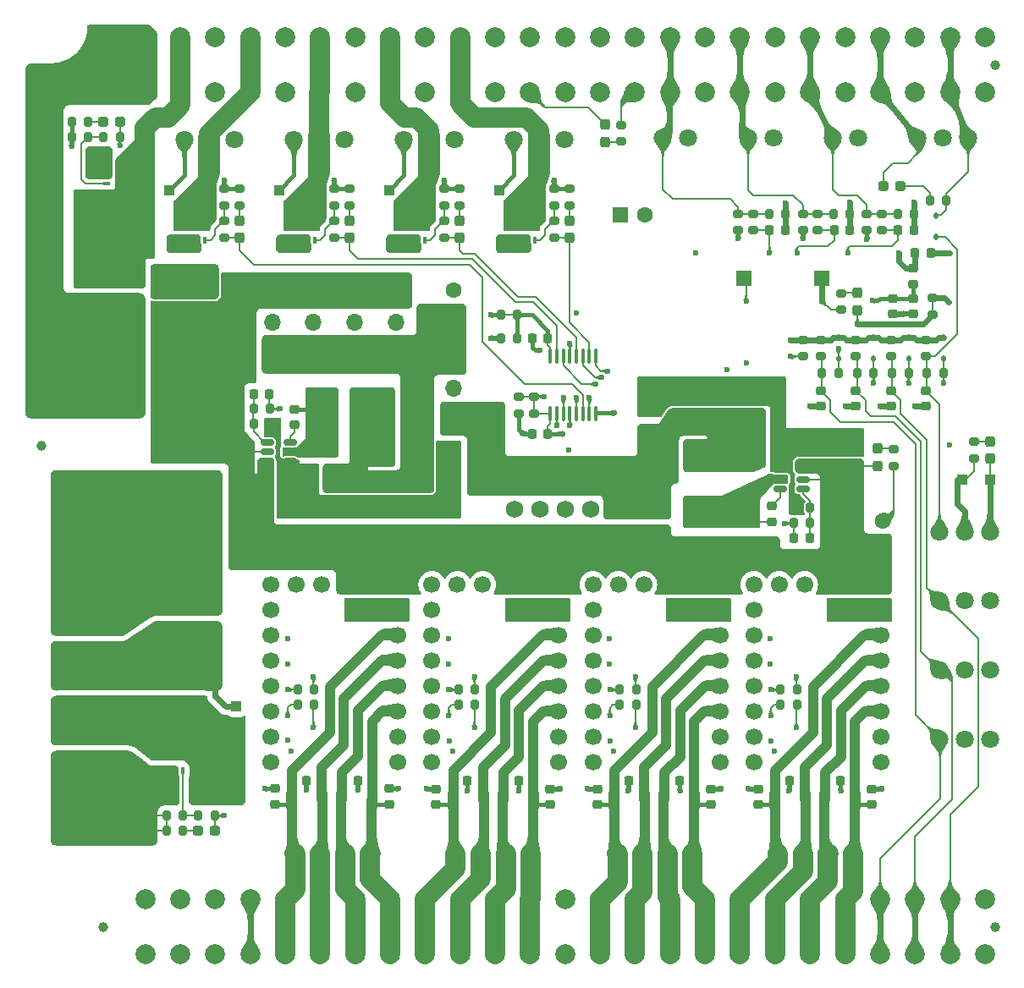
<source format=gtl>
G04 #@! TF.GenerationSoftware,KiCad,Pcbnew,8.0.4*
G04 #@! TF.CreationDate,2024-11-23T11:06:33-08:00*
G04 #@! TF.ProjectId,rpi pico printer board,72706920-7069-4636-9f20-7072696e7465,rev?*
G04 #@! TF.SameCoordinates,Original*
G04 #@! TF.FileFunction,Copper,L1,Top*
G04 #@! TF.FilePolarity,Positive*
%FSLAX46Y46*%
G04 Gerber Fmt 4.6, Leading zero omitted, Abs format (unit mm)*
G04 Created by KiCad (PCBNEW 8.0.4) date 2024-11-23 11:06:33*
%MOMM*%
%LPD*%
G01*
G04 APERTURE LIST*
G04 Aperture macros list*
%AMRoundRect*
0 Rectangle with rounded corners*
0 $1 Rounding radius*
0 $2 $3 $4 $5 $6 $7 $8 $9 X,Y pos of 4 corners*
0 Add a 4 corners polygon primitive as box body*
4,1,4,$2,$3,$4,$5,$6,$7,$8,$9,$2,$3,0*
0 Add four circle primitives for the rounded corners*
1,1,$1+$1,$2,$3*
1,1,$1+$1,$4,$5*
1,1,$1+$1,$6,$7*
1,1,$1+$1,$8,$9*
0 Add four rect primitives between the rounded corners*
20,1,$1+$1,$2,$3,$4,$5,0*
20,1,$1+$1,$4,$5,$6,$7,0*
20,1,$1+$1,$6,$7,$8,$9,0*
20,1,$1+$1,$8,$9,$2,$3,0*%
%AMFreePoly0*
4,1,17,1.395000,0.765000,0.855000,0.765000,0.855000,0.535000,1.395000,0.535000,1.395000,0.115000,0.855000,0.115000,0.855000,-0.115000,1.395000,-0.115000,1.395000,-0.535000,0.855000,-0.535000,0.855000,-0.765000,1.395000,-0.765000,1.395000,-1.185000,-0.855000,-1.185000,-0.855000,1.185000,1.395000,1.185000,1.395000,0.765000,1.395000,0.765000,$1*%
G04 Aperture macros list end*
G04 #@! TA.AperFunction,EtchedComponent*
%ADD10C,0.200000*%
G04 #@! TD*
G04 #@! TA.AperFunction,SMDPad,CuDef*
%ADD11RoundRect,0.105000X0.105000X-0.245000X0.105000X0.245000X-0.105000X0.245000X-0.105000X-0.245000X0*%
G04 #@! TD*
G04 #@! TA.AperFunction,SMDPad,CuDef*
%ADD12FreePoly0,90.000000*%
G04 #@! TD*
G04 #@! TA.AperFunction,SMDPad,CuDef*
%ADD13RoundRect,0.250000X-1.100000X0.325000X-1.100000X-0.325000X1.100000X-0.325000X1.100000X0.325000X0*%
G04 #@! TD*
G04 #@! TA.AperFunction,SMDPad,CuDef*
%ADD14RoundRect,0.200000X0.200000X0.275000X-0.200000X0.275000X-0.200000X-0.275000X0.200000X-0.275000X0*%
G04 #@! TD*
G04 #@! TA.AperFunction,SMDPad,CuDef*
%ADD15RoundRect,0.225000X-0.250000X0.225000X-0.250000X-0.225000X0.250000X-0.225000X0.250000X0.225000X0*%
G04 #@! TD*
G04 #@! TA.AperFunction,SMDPad,CuDef*
%ADD16RoundRect,0.200000X-0.200000X-0.275000X0.200000X-0.275000X0.200000X0.275000X-0.200000X0.275000X0*%
G04 #@! TD*
G04 #@! TA.AperFunction,ComponentPad*
%ADD17R,1.600000X1.600000*%
G04 #@! TD*
G04 #@! TA.AperFunction,ComponentPad*
%ADD18C,1.600000*%
G04 #@! TD*
G04 #@! TA.AperFunction,SMDPad,CuDef*
%ADD19C,1.000000*%
G04 #@! TD*
G04 #@! TA.AperFunction,SMDPad,CuDef*
%ADD20RoundRect,0.200000X0.275000X-0.200000X0.275000X0.200000X-0.275000X0.200000X-0.275000X-0.200000X0*%
G04 #@! TD*
G04 #@! TA.AperFunction,ComponentPad*
%ADD21C,1.800000*%
G04 #@! TD*
G04 #@! TA.AperFunction,SMDPad,CuDef*
%ADD22RoundRect,0.250000X-0.300000X-0.300000X0.300000X-0.300000X0.300000X0.300000X-0.300000X0.300000X0*%
G04 #@! TD*
G04 #@! TA.AperFunction,SMDPad,CuDef*
%ADD23RoundRect,0.200000X-0.275000X0.200000X-0.275000X-0.200000X0.275000X-0.200000X0.275000X0.200000X0*%
G04 #@! TD*
G04 #@! TA.AperFunction,SMDPad,CuDef*
%ADD24RoundRect,0.225000X-0.225000X-0.250000X0.225000X-0.250000X0.225000X0.250000X-0.225000X0.250000X0*%
G04 #@! TD*
G04 #@! TA.AperFunction,ComponentPad*
%ADD25C,1.700000*%
G04 #@! TD*
G04 #@! TA.AperFunction,SMDPad,CuDef*
%ADD26RoundRect,0.237500X0.287500X0.237500X-0.287500X0.237500X-0.287500X-0.237500X0.287500X-0.237500X0*%
G04 #@! TD*
G04 #@! TA.AperFunction,ComponentPad*
%ADD27RoundRect,0.250000X0.620000X0.620000X-0.620000X0.620000X-0.620000X-0.620000X0.620000X-0.620000X0*%
G04 #@! TD*
G04 #@! TA.AperFunction,ComponentPad*
%ADD28C,1.740000*%
G04 #@! TD*
G04 #@! TA.AperFunction,SMDPad,CuDef*
%ADD29RoundRect,0.250000X1.100000X-0.325000X1.100000X0.325000X-1.100000X0.325000X-1.100000X-0.325000X0*%
G04 #@! TD*
G04 #@! TA.AperFunction,SMDPad,CuDef*
%ADD30RoundRect,0.250000X0.650000X-1.000000X0.650000X1.000000X-0.650000X1.000000X-0.650000X-1.000000X0*%
G04 #@! TD*
G04 #@! TA.AperFunction,SMDPad,CuDef*
%ADD31R,2.850000X6.600000*%
G04 #@! TD*
G04 #@! TA.AperFunction,SMDPad,CuDef*
%ADD32RoundRect,0.100000X0.100000X-0.637500X0.100000X0.637500X-0.100000X0.637500X-0.100000X-0.637500X0*%
G04 #@! TD*
G04 #@! TA.AperFunction,SMDPad,CuDef*
%ADD33RoundRect,0.250000X-0.325000X-1.100000X0.325000X-1.100000X0.325000X1.100000X-0.325000X1.100000X0*%
G04 #@! TD*
G04 #@! TA.AperFunction,ComponentPad*
%ADD34R,1.700000X1.700000*%
G04 #@! TD*
G04 #@! TA.AperFunction,ComponentPad*
%ADD35O,1.700000X1.700000*%
G04 #@! TD*
G04 #@! TA.AperFunction,SMDPad,CuDef*
%ADD36RoundRect,0.225000X0.225000X0.250000X-0.225000X0.250000X-0.225000X-0.250000X0.225000X-0.250000X0*%
G04 #@! TD*
G04 #@! TA.AperFunction,SMDPad,CuDef*
%ADD37RoundRect,0.237500X-0.237500X0.287500X-0.237500X-0.287500X0.237500X-0.287500X0.237500X0.287500X0*%
G04 #@! TD*
G04 #@! TA.AperFunction,SMDPad,CuDef*
%ADD38RoundRect,0.250000X-0.275000X-0.700000X0.275000X-0.700000X0.275000X0.700000X-0.275000X0.700000X0*%
G04 #@! TD*
G04 #@! TA.AperFunction,SMDPad,CuDef*
%ADD39R,1.500000X1.500000*%
G04 #@! TD*
G04 #@! TA.AperFunction,SMDPad,CuDef*
%ADD40RoundRect,0.250000X-0.300000X0.300000X-0.300000X-0.300000X0.300000X-0.300000X0.300000X0.300000X0*%
G04 #@! TD*
G04 #@! TA.AperFunction,SMDPad,CuDef*
%ADD41RoundRect,0.150000X-0.512500X-0.150000X0.512500X-0.150000X0.512500X0.150000X-0.512500X0.150000X0*%
G04 #@! TD*
G04 #@! TA.AperFunction,SMDPad,CuDef*
%ADD42RoundRect,0.112500X-0.112500X0.187500X-0.112500X-0.187500X0.112500X-0.187500X0.112500X0.187500X0*%
G04 #@! TD*
G04 #@! TA.AperFunction,ComponentPad*
%ADD43O,1.800000X1.800000*%
G04 #@! TD*
G04 #@! TA.AperFunction,SMDPad,CuDef*
%ADD44R,6.600000X2.850000*%
G04 #@! TD*
G04 #@! TA.AperFunction,ComponentPad*
%ADD45C,2.000000*%
G04 #@! TD*
G04 #@! TA.AperFunction,SMDPad,CuDef*
%ADD46RoundRect,0.250000X0.300000X0.300000X-0.300000X0.300000X-0.300000X-0.300000X0.300000X-0.300000X0*%
G04 #@! TD*
G04 #@! TA.AperFunction,SMDPad,CuDef*
%ADD47RoundRect,0.225000X0.250000X-0.225000X0.250000X0.225000X-0.250000X0.225000X-0.250000X-0.225000X0*%
G04 #@! TD*
G04 #@! TA.AperFunction,SMDPad,CuDef*
%ADD48RoundRect,0.237500X-0.287500X-0.237500X0.287500X-0.237500X0.287500X0.237500X-0.287500X0.237500X0*%
G04 #@! TD*
G04 #@! TA.AperFunction,ComponentPad*
%ADD49C,2.780000*%
G04 #@! TD*
G04 #@! TA.AperFunction,SMDPad,CuDef*
%ADD50RoundRect,0.237500X0.237500X-0.287500X0.237500X0.287500X-0.237500X0.287500X-0.237500X-0.287500X0*%
G04 #@! TD*
G04 #@! TA.AperFunction,ComponentPad*
%ADD51R,2.600000X2.600000*%
G04 #@! TD*
G04 #@! TA.AperFunction,ComponentPad*
%ADD52C,2.600000*%
G04 #@! TD*
G04 #@! TA.AperFunction,SMDPad,CuDef*
%ADD53RoundRect,0.150000X0.512500X0.150000X-0.512500X0.150000X-0.512500X-0.150000X0.512500X-0.150000X0*%
G04 #@! TD*
G04 #@! TA.AperFunction,SMDPad,CuDef*
%ADD54RoundRect,0.218750X-0.256250X0.218750X-0.256250X-0.218750X0.256250X-0.218750X0.256250X0.218750X0*%
G04 #@! TD*
G04 #@! TA.AperFunction,SMDPad,CuDef*
%ADD55RoundRect,0.105000X-0.245000X-0.105000X0.245000X-0.105000X0.245000X0.105000X-0.245000X0.105000X0*%
G04 #@! TD*
G04 #@! TA.AperFunction,SMDPad,CuDef*
%ADD56FreePoly0,0.000000*%
G04 #@! TD*
G04 #@! TA.AperFunction,ViaPad*
%ADD57C,0.800000*%
G04 #@! TD*
G04 #@! TA.AperFunction,ViaPad*
%ADD58C,0.600000*%
G04 #@! TD*
G04 #@! TA.AperFunction,Conductor*
%ADD59C,0.400000*%
G04 #@! TD*
G04 #@! TA.AperFunction,Conductor*
%ADD60C,0.600000*%
G04 #@! TD*
G04 #@! TA.AperFunction,Conductor*
%ADD61C,0.200000*%
G04 #@! TD*
G04 #@! TA.AperFunction,Conductor*
%ADD62C,2.000000*%
G04 #@! TD*
G04 #@! TA.AperFunction,Conductor*
%ADD63C,1.000000*%
G04 #@! TD*
G04 APERTURE END LIST*
D10*
X101375000Y-90075000D02*
X101375000Y-91725000D01*
X141300000Y-81825000D02*
X141300000Y-80175000D01*
X98075000Y-81900000D02*
X99725000Y-81900000D01*
D11*
X64275000Y-127500000D03*
X64925000Y-127500000D03*
X65575000Y-127500000D03*
X66225000Y-127500000D03*
D12*
X65250000Y-125545000D03*
D13*
X82200000Y-98525000D03*
X82200000Y-101475000D03*
D14*
X111600000Y-120870000D03*
X109950000Y-120870000D03*
D11*
X77525000Y-74400000D03*
X78175000Y-74400000D03*
X78825000Y-74400000D03*
X79475000Y-74400000D03*
D12*
X78500000Y-72445000D03*
D15*
X86875000Y-129310000D03*
X86875000Y-130860000D03*
D16*
X124900000Y-71800000D03*
X126550000Y-71800000D03*
X73325000Y-92785000D03*
X74975000Y-92785000D03*
D17*
X91900000Y-104152651D03*
D18*
X91900000Y-100652651D03*
D19*
X52100000Y-95000000D03*
D20*
X71900000Y-70925000D03*
X71900000Y-69275000D03*
D21*
X77380000Y-64300000D03*
X79900000Y-64300000D03*
X82420000Y-64300000D03*
D22*
X53400000Y-70250000D03*
X56200000Y-70250000D03*
D23*
X130100000Y-84399999D03*
X130100000Y-86049999D03*
D21*
X139780000Y-64200000D03*
X142300000Y-64200000D03*
X144820000Y-64200000D03*
D20*
X82900000Y-70925000D03*
X82900000Y-69275000D03*
D24*
X78600000Y-128485000D03*
X80150000Y-128485000D03*
D19*
X147500000Y-143200000D03*
D25*
X119975000Y-126669999D03*
X119975000Y-124129999D03*
X119975000Y-121589999D03*
X119975000Y-119049999D03*
X119975000Y-116509999D03*
X119975000Y-113969999D03*
X119975000Y-111429999D03*
X119975000Y-108889999D03*
X107275000Y-108889999D03*
X107275000Y-111429999D03*
X107275000Y-113969999D03*
X107275000Y-116509999D03*
X107275000Y-119049999D03*
X107275000Y-121589999D03*
X107275000Y-124129999D03*
X107275000Y-126669999D03*
X109815000Y-108889999D03*
X112355000Y-108889999D03*
D15*
X75475000Y-129310000D03*
X75475000Y-130860000D03*
D25*
X136075000Y-126669999D03*
X136075000Y-124129999D03*
X136075000Y-121589999D03*
X136075000Y-119049999D03*
X136075000Y-116509999D03*
X136075000Y-113969999D03*
X136075000Y-111429999D03*
X136075000Y-108889999D03*
X123375000Y-108889999D03*
X123375000Y-111429999D03*
X123375000Y-113969999D03*
X123375000Y-116509999D03*
X123375000Y-119049999D03*
X123375000Y-121589999D03*
X123375000Y-124129999D03*
X123375000Y-126669999D03*
X125915000Y-108889999D03*
X128455000Y-108889999D03*
D26*
X138074999Y-69000000D03*
X136325001Y-69000000D03*
D23*
X70400000Y-72475000D03*
X70400000Y-74125000D03*
D16*
X140975000Y-70400000D03*
X142625000Y-70400000D03*
D27*
X112150000Y-101300000D03*
D28*
X109610000Y-101300000D03*
X107070000Y-101300000D03*
X104530000Y-101300000D03*
X101990000Y-101300000D03*
X99450000Y-101300000D03*
D29*
X116399999Y-92875000D03*
X116399999Y-89924998D03*
X119699998Y-92875001D03*
X119699998Y-89924999D03*
D30*
X68600000Y-82600001D03*
X68600000Y-78599999D03*
D23*
X132150000Y-79725000D03*
X132150000Y-81375000D03*
D30*
X112799998Y-94600001D03*
X112799998Y-90599999D03*
X65000000Y-82600000D03*
X65000000Y-78600000D03*
D31*
X80175000Y-92685000D03*
X85825000Y-92685000D03*
D15*
X91600000Y-129325000D03*
X91600000Y-130875000D03*
D16*
X133700000Y-87725000D03*
X135350000Y-87725000D03*
D32*
X103025000Y-91725000D03*
X103675000Y-91725000D03*
X104325000Y-91725000D03*
X104975000Y-91725000D03*
X105625000Y-91725000D03*
X106275000Y-91725000D03*
X106925000Y-91725000D03*
X107575000Y-91725000D03*
X107575000Y-86000000D03*
X106925000Y-86000000D03*
X106275000Y-86000000D03*
X105625000Y-86000000D03*
X104975000Y-86000000D03*
X104325000Y-86000000D03*
X103675000Y-86000000D03*
X103025000Y-86000000D03*
D20*
X93900000Y-70925000D03*
X93900000Y-69275000D03*
D33*
X89524999Y-96000000D03*
X92475001Y-96000000D03*
D20*
X104900000Y-70925000D03*
X104900000Y-69275000D03*
D34*
X79300000Y-85175000D03*
D35*
X79300000Y-82635000D03*
X79300000Y-80095000D03*
D36*
X74925000Y-89800000D03*
X73375000Y-89800000D03*
D37*
X135750000Y-95275001D03*
X135750000Y-97024999D03*
D16*
X98075000Y-84200000D03*
X99725000Y-84200000D03*
D21*
X66380000Y-64300000D03*
X68900000Y-64300000D03*
X71420000Y-64300000D03*
D38*
X77100000Y-130485000D03*
X80250000Y-130485000D03*
D23*
X128300000Y-84400000D03*
X128300000Y-86050000D03*
D39*
X122400000Y-78200000D03*
X130200000Y-78200000D03*
D22*
X86900000Y-69400000D03*
X89700000Y-69400000D03*
D16*
X77725000Y-119374999D03*
X79375000Y-119374999D03*
D20*
X128275000Y-73425000D03*
X128275000Y-71775000D03*
X103400000Y-70925000D03*
X103400000Y-69275000D03*
D24*
X127399998Y-104200001D03*
X128949998Y-104200001D03*
D40*
X71600000Y-121100000D03*
X71600000Y-123900000D03*
D16*
X130200000Y-87725000D03*
X131850000Y-87725000D03*
D23*
X129775000Y-71775000D03*
X129775000Y-73425000D03*
D19*
X147500000Y-56900000D03*
D21*
X114290000Y-64200000D03*
X116810000Y-64200000D03*
D24*
X124950000Y-73400000D03*
X126500000Y-73400000D03*
D23*
X133600000Y-84400000D03*
X133600000Y-86050000D03*
D15*
X123800000Y-129325000D03*
X123800000Y-130875000D03*
D36*
X102775000Y-84200000D03*
X101225000Y-84200000D03*
D41*
X74700000Y-94635000D03*
X74700000Y-95585000D03*
X74700000Y-96535000D03*
X76975000Y-96535000D03*
X76975000Y-95585000D03*
X76975000Y-94635000D03*
D15*
X119100000Y-129325000D03*
X119100000Y-130875000D03*
D42*
X131850000Y-84174998D03*
X131850000Y-86274998D03*
D19*
X58300000Y-143200000D03*
D21*
X147020000Y-117425000D03*
X144500000Y-117425000D03*
X141980000Y-117425000D03*
D20*
X81400000Y-70925000D03*
X81400000Y-69275000D03*
D37*
X104900000Y-72425000D03*
X104900000Y-74175000D03*
D16*
X93850000Y-119389999D03*
X95500000Y-119389999D03*
D17*
X132747349Y-102500000D03*
D18*
X136247349Y-102500000D03*
D36*
X132075000Y-128500000D03*
X130525000Y-128500000D03*
D37*
X133750000Y-79675001D03*
X133750000Y-81424999D03*
D24*
X131400000Y-73400000D03*
X132950000Y-73400000D03*
D34*
X93350000Y-86700000D03*
D35*
X93350000Y-89240000D03*
X93350000Y-91780000D03*
D16*
X137200000Y-87725000D03*
X138850000Y-87725000D03*
D20*
X92400000Y-70925000D03*
X92400000Y-69275000D03*
D21*
X117255000Y-135775000D03*
X114735000Y-135775000D03*
D43*
X112215000Y-135775000D03*
X109695000Y-135775000D03*
D44*
X119799999Y-101600000D03*
X119799999Y-95950000D03*
D24*
X137825000Y-73400000D03*
X139375000Y-73400000D03*
D34*
X87600000Y-85160000D03*
D35*
X87600000Y-82620000D03*
X87600000Y-80080000D03*
D13*
X100075000Y-108725000D03*
X100075000Y-111675000D03*
D38*
X93225000Y-130500000D03*
X96375000Y-130500000D03*
D45*
X146500000Y-145900000D03*
X146500000Y-140400000D03*
X143000000Y-145900000D03*
X143000000Y-140400000D03*
X139500000Y-145900000D03*
X139500000Y-140400000D03*
X136000000Y-145900000D03*
X136000000Y-140400000D03*
X132500000Y-145900000D03*
X132500000Y-140400000D03*
X129000000Y-145900000D03*
X129000000Y-140400000D03*
X125500000Y-145900000D03*
X125500000Y-140400000D03*
X122000000Y-145900000D03*
X122000000Y-140400000D03*
X118500000Y-145900000D03*
X118500000Y-140400000D03*
X115000000Y-145900000D03*
X115000000Y-140400000D03*
X111500000Y-145900000D03*
X111500000Y-140400000D03*
X108000000Y-145900000D03*
X108000000Y-140400000D03*
X104500000Y-145900000D03*
X104500000Y-140400000D03*
X101000000Y-145900000D03*
X101000000Y-140400000D03*
X97500000Y-145900000D03*
X97500000Y-140400000D03*
X94000000Y-145900000D03*
X94000000Y-140400000D03*
X90500000Y-145900000D03*
X90500000Y-140400000D03*
X87000000Y-145900000D03*
X87000000Y-140400000D03*
X83500000Y-145900000D03*
X83500000Y-140400000D03*
X80000000Y-145900000D03*
X80000000Y-140400000D03*
X76500000Y-145900000D03*
X76500000Y-140400000D03*
X73000000Y-145900000D03*
X73000000Y-140400000D03*
X69500000Y-145900000D03*
X69500000Y-140400000D03*
X66000000Y-145900000D03*
X66000000Y-140400000D03*
X62500000Y-145900000D03*
X62500000Y-140400000D03*
D14*
X79375000Y-120855000D03*
X77725000Y-120855000D03*
D46*
X147000000Y-98400000D03*
X144200000Y-98400000D03*
D21*
X122790000Y-64200000D03*
X125310000Y-64200000D03*
D13*
X85500000Y-98525000D03*
X85500000Y-101475000D03*
D15*
X137100000Y-89450000D03*
X137100000Y-91000000D03*
D23*
X81400000Y-72475000D03*
X81400000Y-74125000D03*
D21*
X147020000Y-103600000D03*
X144500000Y-103600000D03*
X141980000Y-103600000D03*
D14*
X56775000Y-62550000D03*
X55125000Y-62550000D03*
D15*
X135200000Y-129325000D03*
X135200000Y-130875000D03*
D20*
X134700000Y-73425000D03*
X134700000Y-71775000D03*
D15*
X77450000Y-91310000D03*
X77450000Y-92860000D03*
D23*
X140600000Y-84400000D03*
X140600000Y-86050000D03*
D38*
X109325000Y-130500000D03*
X112475000Y-130500000D03*
D34*
X75200000Y-85175000D03*
D35*
X75200000Y-82635000D03*
X75200000Y-80095000D03*
D21*
X85005000Y-135775000D03*
X82485000Y-135775000D03*
D43*
X79965000Y-135775000D03*
X77445000Y-135775000D03*
D16*
X58300000Y-64050000D03*
X59950000Y-64050000D03*
D15*
X103000000Y-129325000D03*
X103000000Y-130875000D03*
D14*
X128999998Y-101200002D03*
X127349998Y-101200002D03*
D47*
X125200000Y-102575000D03*
X125200000Y-101025000D03*
D24*
X139525000Y-75700000D03*
X141075000Y-75700000D03*
D21*
X88380000Y-64300000D03*
X90900000Y-64300000D03*
X93420000Y-64300000D03*
D13*
X83950000Y-108710000D03*
X83950000Y-111660000D03*
D23*
X145450000Y-94575000D03*
X145450000Y-96225000D03*
D37*
X93900000Y-72425000D03*
X93900000Y-74175000D03*
D24*
X74725000Y-98185000D03*
X76275000Y-98185000D03*
D48*
X58250000Y-62550000D03*
X60000000Y-62550000D03*
D15*
X133600000Y-89450000D03*
X133600000Y-91000000D03*
D22*
X64900000Y-69400000D03*
X67700000Y-69400000D03*
D16*
X126050000Y-119389999D03*
X127700000Y-119389999D03*
D23*
X101375000Y-90075000D03*
X101375000Y-91725000D03*
D24*
X94725000Y-128500000D03*
X96275000Y-128500000D03*
D21*
X99380000Y-64300000D03*
X101900000Y-64300000D03*
X104420000Y-64300000D03*
D20*
X141300000Y-81825000D03*
X141300000Y-80175000D03*
X110100000Y-64525001D03*
X110100000Y-62875001D03*
D24*
X110825000Y-128500000D03*
X112375000Y-128500000D03*
D45*
X62500000Y-54100000D03*
X62500000Y-59600000D03*
X66000000Y-54100000D03*
X66000000Y-59600000D03*
X69500000Y-54100000D03*
X69500000Y-59600000D03*
X73000000Y-54100000D03*
X73000000Y-59600000D03*
X76500000Y-54100000D03*
X76500000Y-59600000D03*
X80000000Y-54100000D03*
X80000000Y-59600000D03*
X83500000Y-54100000D03*
X83500000Y-59600000D03*
X87000000Y-54100000D03*
X87000000Y-59600000D03*
X90500000Y-54100000D03*
X90500000Y-59600000D03*
X94000000Y-54100000D03*
X94000000Y-59600000D03*
X97500000Y-54100000D03*
X97500000Y-59600000D03*
X101000000Y-54100000D03*
X101000000Y-59600000D03*
X104500000Y-54100000D03*
X104500000Y-59600000D03*
X108000000Y-54100000D03*
X108000000Y-59600000D03*
X111500000Y-54100000D03*
X111500000Y-59600000D03*
X115000000Y-54100000D03*
X115000000Y-59600000D03*
X118500000Y-54100000D03*
X118500000Y-59600000D03*
X122000000Y-54100000D03*
X122000000Y-59600000D03*
X125500000Y-54100000D03*
X125500000Y-59600000D03*
X129000000Y-54100000D03*
X129000000Y-59600000D03*
X132500000Y-54100000D03*
X132500000Y-59600000D03*
X136000000Y-54100000D03*
X136000000Y-59600000D03*
X139500000Y-54100000D03*
X139500000Y-59600000D03*
X143000000Y-54100000D03*
X143000000Y-59600000D03*
X146500000Y-54100000D03*
X146500000Y-59600000D03*
D24*
X126925000Y-128500000D03*
X128475000Y-128500000D03*
D38*
X98225000Y-130500000D03*
X101375000Y-130500000D03*
D14*
X66250000Y-133500000D03*
X64600000Y-133500000D03*
D37*
X147050000Y-94525001D03*
X147050000Y-96274999D03*
D49*
X68400000Y-107370000D03*
X65000000Y-107370000D03*
X68400000Y-117290000D03*
X65000000Y-117290000D03*
D15*
X140600000Y-89450000D03*
X140600000Y-91000000D03*
D22*
X75900000Y-69400000D03*
X78700000Y-69400000D03*
D17*
X93300000Y-81900000D03*
D18*
X93300000Y-79400000D03*
D25*
X87750000Y-126654999D03*
X87750000Y-124114999D03*
X87750000Y-121574999D03*
X87750000Y-119034999D03*
X87750000Y-116494999D03*
X87750000Y-113954999D03*
X87750000Y-111414999D03*
X87750000Y-108874999D03*
X75050000Y-108874999D03*
X75050000Y-111414999D03*
X75050000Y-113954999D03*
X75050000Y-116494999D03*
X75050000Y-119034999D03*
X75050000Y-121574999D03*
X75050000Y-124114999D03*
X75050000Y-126654999D03*
X77590000Y-108874999D03*
X80130000Y-108874999D03*
D15*
X139350000Y-80225000D03*
X139350000Y-81775000D03*
D38*
X82100000Y-130485000D03*
X85250000Y-130485000D03*
D48*
X67750000Y-133500000D03*
X69500000Y-133500000D03*
D21*
X133330000Y-135775000D03*
X130810000Y-135775000D03*
D43*
X128290000Y-135775000D03*
X125770000Y-135775000D03*
D36*
X115975000Y-128500000D03*
X114425000Y-128500000D03*
D14*
X66250000Y-132000000D03*
X64600000Y-132000000D03*
D21*
X131290000Y-64200000D03*
X133810000Y-64200000D03*
D50*
X108500000Y-64574999D03*
X108500000Y-62825001D03*
D16*
X140700000Y-87725000D03*
X142350000Y-87725000D03*
D14*
X127700000Y-120870000D03*
X126050000Y-120870000D03*
D51*
X57095000Y-77000000D03*
D52*
X57095000Y-82000000D03*
D16*
X137775000Y-71800000D03*
X139425000Y-71800000D03*
D53*
X128299999Y-99289999D03*
X128299999Y-98340000D03*
X128299999Y-97390001D03*
X126024999Y-97390001D03*
X126024999Y-98340000D03*
X126024999Y-99289999D03*
D23*
X137350000Y-95325000D03*
X137350000Y-96975000D03*
X123325000Y-71775000D03*
X123325000Y-73425000D03*
D22*
X97900000Y-69400000D03*
X100700000Y-69400000D03*
D38*
X114325000Y-130500000D03*
X117475000Y-130500000D03*
D36*
X102775000Y-93800000D03*
X101225000Y-93800000D03*
D38*
X125425000Y-130500000D03*
X128575000Y-130500000D03*
D36*
X99875000Y-128500000D03*
X98325000Y-128500000D03*
D14*
X56775000Y-64050000D03*
X55125000Y-64050000D03*
D16*
X67800000Y-132000000D03*
X69450000Y-132000000D03*
D11*
X88525000Y-74400000D03*
X89175000Y-74400000D03*
X89825000Y-74400000D03*
X90475000Y-74400000D03*
D12*
X89500000Y-72445000D03*
D13*
X132275000Y-108725000D03*
X132275000Y-111675000D03*
D11*
X99525000Y-74400000D03*
X100175000Y-74400000D03*
X100825000Y-74400000D03*
X101475000Y-74400000D03*
D12*
X100500000Y-72445000D03*
D21*
X147020000Y-110500000D03*
X144500000Y-110500000D03*
X141980000Y-110500000D03*
D33*
X74575000Y-100650000D03*
X77525000Y-100650000D03*
D42*
X138850000Y-84175000D03*
X138850000Y-86275000D03*
D20*
X99875000Y-91725000D03*
X99875000Y-90075000D03*
D21*
X147020000Y-124325000D03*
X144500000Y-124325000D03*
X141980000Y-124325000D03*
D16*
X127349998Y-102700002D03*
X128999998Y-102700002D03*
D13*
X116175000Y-108725000D03*
X116175000Y-111675000D03*
D54*
X139350000Y-77212500D03*
X139350000Y-78787500D03*
D16*
X109950000Y-119389999D03*
X111600000Y-119389999D03*
D37*
X71900000Y-72425000D03*
X71900000Y-74175000D03*
D20*
X121825000Y-73425000D03*
X121825000Y-71775000D03*
D23*
X137100000Y-84400000D03*
X137100000Y-86050000D03*
D55*
X58600000Y-66750000D03*
X58600000Y-67400000D03*
X58600000Y-68050000D03*
X58600000Y-68700000D03*
D56*
X60555001Y-67725000D03*
D42*
X135350000Y-84175000D03*
X135350000Y-86275000D03*
D49*
X65000000Y-99330000D03*
X68400000Y-99330000D03*
X65000000Y-89410000D03*
X68400000Y-89410000D03*
D15*
X107700000Y-129325000D03*
X107700000Y-130875000D03*
D23*
X136200000Y-71775000D03*
X136200000Y-73425000D03*
D42*
X142350000Y-84175000D03*
X142350000Y-86275000D03*
D23*
X92400000Y-72475000D03*
X92400000Y-74125000D03*
D21*
X101080000Y-135775000D03*
X98560000Y-135775000D03*
D43*
X96040000Y-135775000D03*
X93520000Y-135775000D03*
D42*
X141600000Y-71950000D03*
X141600000Y-74050000D03*
D38*
X130425000Y-130500000D03*
X133575000Y-130500000D03*
D15*
X137300000Y-80225000D03*
X137300000Y-81775000D03*
D23*
X103400000Y-72475000D03*
X103400000Y-74125000D03*
D25*
X103875000Y-126669999D03*
X103875000Y-124129999D03*
X103875000Y-121589999D03*
X103875000Y-119049999D03*
X103875000Y-116509999D03*
X103875000Y-113969999D03*
X103875000Y-111429999D03*
X103875000Y-108889999D03*
X91175000Y-108889999D03*
X91175000Y-111429999D03*
X91175000Y-113969999D03*
X91175000Y-116509999D03*
X91175000Y-119049999D03*
X91175000Y-121589999D03*
X91175000Y-124129999D03*
X91175000Y-126669999D03*
X93715000Y-108889999D03*
X96255000Y-108889999D03*
D29*
X132800000Y-97075001D03*
X132800000Y-94124999D03*
D49*
X57000000Y-99330000D03*
X60400000Y-99330000D03*
X57000000Y-89410000D03*
X60400000Y-89410000D03*
D14*
X95500000Y-120870000D03*
X93850000Y-120870000D03*
D36*
X83750000Y-128485000D03*
X82200000Y-128485000D03*
D51*
X57100000Y-107000000D03*
D52*
X57100000Y-112000000D03*
X57100000Y-117000000D03*
X57100000Y-122000000D03*
X57100000Y-127000000D03*
X57100000Y-132000000D03*
D29*
X122999998Y-92875001D03*
X122999998Y-89924999D03*
D34*
X83400000Y-85175000D03*
D35*
X83400000Y-82635000D03*
X83400000Y-80095000D03*
D20*
X70400000Y-70925000D03*
X70400000Y-69275000D03*
D15*
X130100000Y-89450000D03*
X130100000Y-91000000D03*
D14*
X74975000Y-91285000D03*
X73325000Y-91285000D03*
D17*
X110000000Y-71900000D03*
D18*
X112500000Y-71900000D03*
D16*
X98075000Y-81900000D03*
X99725000Y-81900000D03*
D47*
X130300000Y-97075000D03*
X130300000Y-95525000D03*
D11*
X66525000Y-74400000D03*
X67175000Y-74400000D03*
X67825000Y-74400000D03*
X68475000Y-74400000D03*
D12*
X67500000Y-72445000D03*
D16*
X131350000Y-71800000D03*
X133000000Y-71800000D03*
D37*
X82900000Y-72425000D03*
X82900000Y-74175000D03*
D57*
X61500000Y-128500000D03*
D58*
X77500000Y-97600000D03*
X86850001Y-100400000D03*
X108925000Y-114289999D03*
X125700000Y-92200000D03*
X105650000Y-81700000D03*
X104000000Y-129300000D03*
X99100000Y-110600000D03*
X125100000Y-124500000D03*
D57*
X60000000Y-131500000D03*
D58*
X130600000Y-93700000D03*
X83775000Y-129485000D03*
X113700000Y-88600000D03*
X66800000Y-77200000D03*
X98000000Y-74200000D03*
X125025000Y-116870000D03*
X106700000Y-129300000D03*
X131300000Y-110600000D03*
X83975000Y-110585000D03*
X122800000Y-129300000D03*
X92900000Y-124500000D03*
X116200000Y-110600000D03*
X58500000Y-65400000D03*
X63400000Y-78100000D03*
X121700000Y-88600000D03*
X92400000Y-68400000D03*
X120100000Y-129300000D03*
X119700001Y-88600000D03*
X65900000Y-75300000D03*
D57*
X63000000Y-128500000D03*
D58*
X126900000Y-129500000D03*
X132300000Y-110600000D03*
X76775000Y-124485000D03*
X133000000Y-70600000D03*
X132500000Y-91000000D03*
X94700000Y-129500000D03*
X76000000Y-75300000D03*
X92825000Y-116870000D03*
X125700000Y-95500000D03*
X142920000Y-75720000D03*
X126700000Y-95500000D03*
X109400000Y-91700000D03*
D57*
X61500000Y-133000000D03*
D58*
X99900000Y-129500000D03*
X57700000Y-67900000D03*
X125025000Y-114289999D03*
X108925000Y-116870000D03*
X99800000Y-75300000D03*
X102000000Y-85450000D03*
X70400000Y-68400000D03*
X82850000Y-100400000D03*
X103400000Y-68400000D03*
X104820000Y-95400000D03*
X57700000Y-66900000D03*
X66800000Y-79000000D03*
X127249999Y-100100000D03*
X56900000Y-65400000D03*
D57*
X64500000Y-128500000D03*
X60000000Y-128500000D03*
D58*
X55125000Y-65050000D03*
X132100000Y-129500000D03*
X80850000Y-100400000D03*
X98900000Y-75300000D03*
X78850000Y-101200000D03*
X100100000Y-110600000D03*
X89700000Y-75300000D03*
X115700000Y-88600000D03*
D57*
X63000000Y-131500000D03*
D58*
X93600000Y-95000000D03*
X84850000Y-100400000D03*
X138300000Y-81775000D03*
X56900000Y-66400000D03*
X139500000Y-91000000D03*
D57*
X63000000Y-134500000D03*
D58*
X78575000Y-129485000D03*
X130200000Y-80500000D03*
X66800000Y-78100000D03*
X93600000Y-97000001D03*
X87900000Y-75300000D03*
X66800000Y-75300000D03*
X127700000Y-95500000D03*
X116000000Y-129500000D03*
X100700000Y-75300000D03*
X76900000Y-75300000D03*
X76725000Y-116855000D03*
D57*
X61500000Y-130000000D03*
D58*
X139400000Y-70600000D03*
X75800000Y-93600000D03*
X65000000Y-75300000D03*
X100200000Y-93700000D03*
X77800000Y-75300000D03*
X123700001Y-88600000D03*
X78700000Y-75300000D03*
X109000000Y-124500000D03*
X142920000Y-94900000D03*
X110800000Y-129500000D03*
X65000000Y-74200000D03*
X76725000Y-114289999D03*
X63400000Y-79000000D03*
X136000000Y-91000000D03*
X92825000Y-114330000D03*
X77500000Y-98600000D03*
X126550000Y-70650000D03*
D57*
X60000000Y-134500000D03*
X61500000Y-127000000D03*
D58*
X87875000Y-129285000D03*
X129000000Y-95500000D03*
X117520000Y-75720000D03*
X78850000Y-100100000D03*
X67700000Y-75300000D03*
X136200000Y-129300000D03*
D57*
X53750000Y-127000000D03*
D58*
X81400000Y-68400000D03*
D57*
X53750000Y-130000000D03*
D58*
X63400000Y-79900000D03*
X88800000Y-75300000D03*
X74475000Y-129285000D03*
X130600000Y-94500000D03*
D57*
X64500000Y-130000000D03*
D58*
X115200000Y-110600000D03*
X57700000Y-65900000D03*
X125700000Y-88600000D03*
X87000000Y-75300000D03*
X82975000Y-110585000D03*
X76000000Y-74200000D03*
X90600000Y-129300000D03*
X98000000Y-75300000D03*
X56900000Y-67400000D03*
X117700000Y-88600000D03*
D57*
X53750000Y-133000000D03*
D58*
X63400000Y-77200000D03*
X129000000Y-91000000D03*
X87000000Y-74200000D03*
X131300000Y-107600000D03*
X132300000Y-105600000D03*
X132300000Y-106600000D03*
X84000000Y-103600000D03*
X101100000Y-107600000D03*
X131300000Y-104600000D03*
X132300000Y-107600000D03*
X83000000Y-103600000D03*
X83000000Y-105600000D03*
X84000000Y-105600000D03*
X115200000Y-107600000D03*
X124700000Y-106600000D03*
X83000000Y-107600000D03*
X133300000Y-107600000D03*
X131300000Y-106600000D03*
X116200000Y-107600000D03*
X84000000Y-106600000D03*
X122100000Y-106600000D03*
X122100000Y-107600000D03*
X122100000Y-104600000D03*
X131300000Y-105600000D03*
X84000000Y-104600000D03*
X124700000Y-107600000D03*
X100100000Y-107600000D03*
X83000000Y-106600000D03*
X84000000Y-107600000D03*
X83000000Y-104600000D03*
X124700000Y-105600000D03*
X124700000Y-104600000D03*
X117200000Y-107600000D03*
X99100000Y-107600000D03*
X122100000Y-105600000D03*
X127050000Y-86050000D03*
X109325000Y-125525000D03*
X104300000Y-93800000D03*
X127050000Y-84400000D03*
X137850000Y-75700000D03*
X77125000Y-125525000D03*
X93225000Y-125525000D03*
X125425000Y-125525000D03*
X134700000Y-74300000D03*
X135250000Y-80450000D03*
X121825000Y-74275000D03*
X128275000Y-74275000D03*
X124950000Y-75700000D03*
X127700000Y-75700000D03*
X126424996Y-102750000D03*
X97036735Y-84207978D03*
X133750000Y-82800000D03*
X123725000Y-94850000D03*
X132800000Y-75700000D03*
X75950000Y-91285000D03*
X83500000Y-96150000D03*
X97050000Y-81900000D03*
D57*
X65999999Y-114000000D03*
X53750000Y-115500000D03*
X69000000Y-114000000D03*
X67500000Y-115500000D03*
X63000000Y-114000000D03*
X60000000Y-117000000D03*
X63000000Y-117000000D03*
X61500000Y-115500000D03*
X53750000Y-118500000D03*
X64500000Y-115500000D03*
X66750000Y-118500000D03*
X61500000Y-118500000D03*
X67500000Y-128500000D03*
X53750000Y-121000000D03*
X60000000Y-122500000D03*
X67500000Y-124000000D03*
X67500000Y-121000000D03*
X63000000Y-124000000D03*
X72000000Y-130000000D03*
X70500000Y-122500000D03*
X69000000Y-122500000D03*
X61500000Y-124000000D03*
X69000000Y-125500000D03*
X63000000Y-125500000D03*
X69000000Y-128500000D03*
X70500000Y-128500000D03*
X63000000Y-122500000D03*
X53750000Y-124000000D03*
X67500000Y-130000000D03*
X64500000Y-122500000D03*
X64500000Y-121000000D03*
X69000000Y-130000000D03*
X67500000Y-122500000D03*
X69000000Y-124000000D03*
X69000000Y-127000000D03*
X67500000Y-127000000D03*
X67500000Y-125500000D03*
X61500000Y-121000000D03*
X70500000Y-125500000D03*
X72000000Y-127000000D03*
X66000000Y-122500000D03*
D58*
X70400000Y-132000000D03*
X103675000Y-92975000D03*
X59950000Y-64950000D03*
X104975000Y-92975000D03*
X142875000Y-80575000D03*
X104975000Y-84775000D03*
X102400000Y-90050000D03*
X135350000Y-88750000D03*
X138850000Y-88750000D03*
X142350000Y-88750000D03*
X131850000Y-85250000D03*
X111525000Y-118089999D03*
X127625000Y-118089999D03*
X95425000Y-118089999D03*
X79325000Y-118089999D03*
X120675000Y-87325000D03*
X95425000Y-123189999D03*
X79325000Y-123189999D03*
X122625000Y-86725000D03*
X111525000Y-123189999D03*
X127625000Y-123189999D03*
X122600000Y-80500000D03*
X107525000Y-88800000D03*
X105625000Y-90200000D03*
X104325000Y-90200000D03*
X106925000Y-90200000D03*
X108725000Y-87500000D03*
X108125000Y-88150000D03*
X108975000Y-119389999D03*
X108975000Y-121989999D03*
X92875000Y-119389999D03*
X92875000Y-121989999D03*
X76750000Y-119374999D03*
X76750000Y-121974999D03*
X125075000Y-119389999D03*
X125075000Y-121989999D03*
D59*
X110825000Y-129475000D02*
X110800000Y-129500000D01*
X126925000Y-129475000D02*
X126900000Y-129500000D01*
D60*
X139375000Y-73400000D02*
X139375000Y-71850000D01*
D59*
X81400000Y-69275000D02*
X82900000Y-69275000D01*
X91600000Y-129325000D02*
X90625000Y-129325000D01*
X123800000Y-129325000D02*
X122825000Y-129325000D01*
D61*
X137350000Y-96975000D02*
X137350000Y-101397349D01*
D60*
X143750000Y-100787500D02*
X144500000Y-101537500D01*
D59*
X83750000Y-129460000D02*
X83750000Y-128485000D01*
X103400000Y-69275000D02*
X103400000Y-68400000D01*
X99900000Y-129500000D02*
X99875000Y-129475000D01*
X75475000Y-129310000D02*
X74500000Y-129310000D01*
X74500000Y-129310000D02*
X74475000Y-129285000D01*
X106725000Y-129325000D02*
X106700000Y-129300000D01*
X78600000Y-128485000D02*
X78600000Y-129460000D01*
D60*
X143750000Y-98400000D02*
X143750000Y-100787500D01*
X126500000Y-71850000D02*
X126550000Y-71800000D01*
X139500000Y-59600000D02*
X139650000Y-59750000D01*
X139375000Y-71850000D02*
X139400000Y-70600000D01*
D59*
X119100000Y-129325000D02*
X120075000Y-129325000D01*
X87850000Y-129310000D02*
X87875000Y-129285000D01*
D61*
X110100000Y-61000000D02*
X111500000Y-59600000D01*
X144600000Y-98400000D02*
X143750000Y-98400000D01*
D59*
X115975000Y-129475000D02*
X115975000Y-128500000D01*
D60*
X130100000Y-91000000D02*
X129000000Y-91000000D01*
D59*
X92400000Y-69275000D02*
X92400000Y-68400000D01*
D61*
X110100000Y-62875001D02*
X110100000Y-61000000D01*
D59*
X94725000Y-129475000D02*
X94700000Y-129500000D01*
D60*
X142920000Y-75720000D02*
X141270000Y-75720000D01*
D59*
X70400000Y-69275000D02*
X70400000Y-68400000D01*
X92400000Y-69275000D02*
X93900000Y-69275000D01*
X126925000Y-128500000D02*
X126925000Y-129475000D01*
X86875000Y-129310000D02*
X87850000Y-129310000D01*
X132075000Y-129475000D02*
X132075000Y-128500000D01*
X55125000Y-64050000D02*
X55125000Y-62550000D01*
X94725000Y-128500000D02*
X94725000Y-129475000D01*
D60*
X137100000Y-91000000D02*
X136000000Y-91000000D01*
D59*
X100300000Y-93800000D02*
X101225000Y-93800000D01*
X99875000Y-93375000D02*
X99875000Y-91725000D01*
X122825000Y-129325000D02*
X122800000Y-129300000D01*
X102000000Y-85450000D02*
X101550000Y-85450000D01*
D61*
X64600000Y-133500000D02*
X64600000Y-132000000D01*
D60*
X139425000Y-70625000D02*
X139400000Y-70600000D01*
D59*
X103975000Y-129325000D02*
X104000000Y-129300000D01*
X120075000Y-129325000D02*
X120100000Y-129300000D01*
D61*
X64600000Y-132000000D02*
X63500000Y-132000000D01*
D59*
X100200000Y-93700000D02*
X100300000Y-93800000D01*
X136175000Y-129325000D02*
X136200000Y-129300000D01*
D60*
X144500000Y-101537500D02*
X144500000Y-103600000D01*
X130200000Y-78200000D02*
X130200000Y-80500000D01*
D59*
X138300000Y-81775000D02*
X139350000Y-81775000D01*
D61*
X145450000Y-97550000D02*
X144600000Y-98400000D01*
D60*
X133000000Y-73350000D02*
X132950000Y-73400000D01*
D59*
X100200000Y-93700000D02*
X99875000Y-93375000D01*
D61*
X64600000Y-133500000D02*
X63500000Y-133500000D01*
D59*
X132100000Y-129500000D02*
X132075000Y-129475000D01*
X90625000Y-129325000D02*
X90600000Y-129300000D01*
D60*
X126500000Y-73400000D02*
X126500000Y-71850000D01*
X133000000Y-71800000D02*
X133000000Y-73350000D01*
D59*
X101225000Y-85125000D02*
X101225000Y-84200000D01*
D60*
X133000000Y-71800000D02*
X133000000Y-70600000D01*
D59*
X116000000Y-129500000D02*
X115975000Y-129475000D01*
X70400000Y-69275000D02*
X71900000Y-69275000D01*
X110825000Y-128500000D02*
X110825000Y-129475000D01*
X101550000Y-85450000D02*
X101225000Y-85125000D01*
D60*
X139500000Y-91000000D02*
X140600000Y-91000000D01*
D61*
X131075000Y-81375000D02*
X130200000Y-80500000D01*
D59*
X135200000Y-129325000D02*
X136175000Y-129325000D01*
X81400000Y-69275000D02*
X81400000Y-68400000D01*
D61*
X107600000Y-91700000D02*
X107575000Y-91725000D01*
D60*
X141270000Y-75720000D02*
X141250000Y-75700000D01*
D59*
X103000000Y-129325000D02*
X103975000Y-129325000D01*
X83775000Y-129485000D02*
X83750000Y-129460000D01*
D61*
X132150000Y-81375000D02*
X131075000Y-81375000D01*
D59*
X107700000Y-129325000D02*
X106725000Y-129325000D01*
D60*
X139425000Y-71800000D02*
X139425000Y-70625000D01*
D59*
X103400000Y-69275000D02*
X104900000Y-69275000D01*
X78600000Y-129460000D02*
X78575000Y-129485000D01*
D61*
X145450000Y-96225000D02*
X145450000Y-97550000D01*
D60*
X133600000Y-91000000D02*
X132500000Y-91000000D01*
X138300000Y-81775000D02*
X137300000Y-81775000D01*
D59*
X99875000Y-129475000D02*
X99875000Y-128500000D01*
D61*
X137350000Y-101397349D02*
X136247349Y-102500000D01*
D59*
X55125000Y-65050000D02*
X55125000Y-64050000D01*
D60*
X126550000Y-70650000D02*
X126550000Y-71800000D01*
D59*
X109400000Y-91700000D02*
X107600000Y-91700000D01*
D61*
X129709999Y-98340000D02*
X130140000Y-98340000D01*
X135750000Y-97024999D02*
X132850002Y-97024999D01*
X132850002Y-97024999D02*
X132800000Y-97075001D01*
X130140000Y-98340000D02*
X130200000Y-98400000D01*
X72865000Y-95585000D02*
X72850000Y-95600000D01*
X74700000Y-95585000D02*
X72865000Y-95585000D01*
X128299999Y-98340000D02*
X129709999Y-98340000D01*
X128300000Y-86050000D02*
X127050000Y-86050000D01*
X103025000Y-92775000D02*
X103025000Y-91725000D01*
D60*
X138525000Y-77225000D02*
X139350000Y-77225000D01*
X136075000Y-84400000D02*
X135850000Y-84175000D01*
X147000000Y-103580000D02*
X147020000Y-103600000D01*
X130100000Y-84399999D02*
X128300001Y-84399999D01*
X140600000Y-84400000D02*
X139625000Y-84400000D01*
X139500000Y-75725000D02*
X139525000Y-75700000D01*
X138075000Y-84400000D02*
X137100000Y-84400000D01*
X139500000Y-77075000D02*
X139500000Y-75725000D01*
X139350000Y-77225000D02*
X139500000Y-77075000D01*
X73000000Y-145899999D02*
X73000001Y-145900000D01*
X134575000Y-84400000D02*
X133600000Y-84400000D01*
X147020000Y-103600000D02*
X147050000Y-103570000D01*
X141600000Y-84400000D02*
X141825000Y-84175000D01*
X132399998Y-84174998D02*
X132625000Y-84400000D01*
X134800000Y-84175000D02*
X134575000Y-84400000D01*
X137850000Y-75700000D02*
X137850000Y-76550000D01*
X137850000Y-76550000D02*
X138525000Y-77225000D01*
X128300001Y-84399999D02*
X128300000Y-84400000D01*
X139400000Y-84175000D02*
X138300000Y-84175000D01*
X130100000Y-84399999D02*
X131075000Y-84399999D01*
D59*
X102775000Y-93800000D02*
X104300000Y-93800000D01*
D60*
X135850000Y-84175000D02*
X134800000Y-84175000D01*
X131075000Y-84399999D02*
X131300001Y-84174998D01*
D61*
X102775000Y-93025000D02*
X103025000Y-92775000D01*
D60*
X131300001Y-84174998D02*
X132399998Y-84174998D01*
X73000000Y-140400000D02*
X73000000Y-145899999D01*
X147000000Y-98400000D02*
X147000000Y-103580000D01*
X127050000Y-84400000D02*
X128300000Y-84400000D01*
X137100000Y-84400000D02*
X136075000Y-84400000D01*
D61*
X147050000Y-96274999D02*
X147050000Y-98400000D01*
D60*
X139625000Y-84400000D02*
X139400000Y-84175000D01*
X132625000Y-84400000D02*
X133600000Y-84400000D01*
X140600000Y-84400000D02*
X141600000Y-84400000D01*
X138300000Y-84175000D02*
X138075000Y-84400000D01*
D61*
X102775000Y-93800000D02*
X102775000Y-93025000D01*
X103025000Y-91725000D02*
X101375000Y-91725000D01*
D60*
X141825000Y-84175000D02*
X142350000Y-84175000D01*
D59*
X99725000Y-84200000D02*
X99725000Y-81900000D01*
D61*
X102775000Y-84875000D02*
X103025000Y-85125000D01*
D59*
X99725000Y-81900000D02*
X101200000Y-81900000D01*
X102775000Y-83475000D02*
X102775000Y-84200000D01*
D61*
X103025000Y-85125000D02*
X103025000Y-86000000D01*
X102775000Y-84200000D02*
X102775000Y-84875000D01*
D59*
X101200000Y-81900000D02*
X102775000Y-83475000D01*
X139350000Y-78775000D02*
X139350000Y-80225000D01*
X135750000Y-80450000D02*
X135975000Y-80225000D01*
X128275000Y-74275000D02*
X128275000Y-73425000D01*
X134700000Y-73425000D02*
X134700000Y-74300000D01*
X121825000Y-74275000D02*
X121825000Y-73425000D01*
X135975000Y-80225000D02*
X139350000Y-80225000D01*
X135250000Y-80450000D02*
X135750000Y-80450000D01*
D61*
X124950000Y-75700000D02*
X124950000Y-73400000D01*
X124925000Y-73425000D02*
X124950000Y-73400000D01*
X123325000Y-73425000D02*
X124925000Y-73425000D01*
X127700000Y-75700000D02*
X127700000Y-75200000D01*
X127700000Y-75200000D02*
X127900000Y-75000000D01*
X130800000Y-75000000D02*
X131400000Y-74400000D01*
X129775000Y-73425000D02*
X131375000Y-73425000D01*
X131400000Y-74400000D02*
X131400000Y-73400000D01*
X131375000Y-73425000D02*
X131400000Y-73400000D01*
X127900000Y-75000000D02*
X130800000Y-75000000D01*
X125200000Y-101000000D02*
X125200000Y-101025000D01*
X126024999Y-100175001D02*
X125200000Y-101000000D01*
X126024999Y-99289999D02*
X126024999Y-100175001D01*
X123800000Y-102575000D02*
X123325000Y-102575000D01*
X123325000Y-102575000D02*
X123300000Y-102600000D01*
X125200000Y-102575000D02*
X123800000Y-102575000D01*
D60*
X140325000Y-82800000D02*
X141300000Y-81825000D01*
D61*
X126424996Y-102750000D02*
X127349998Y-102750000D01*
D59*
X97044713Y-84200000D02*
X98075000Y-84200000D01*
D61*
X127349998Y-103950001D02*
X127399998Y-104000001D01*
X127349998Y-102700002D02*
X127349998Y-104150001D01*
D60*
X133750000Y-82800000D02*
X140325000Y-82800000D01*
D61*
X133750000Y-81424999D02*
X133750000Y-82800000D01*
D59*
X97036735Y-84207978D02*
X97044713Y-84200000D01*
D61*
X127349998Y-102550000D02*
X127399998Y-102500000D01*
X128299999Y-99799999D02*
X128299999Y-99289999D01*
X128949998Y-102500000D02*
X128999998Y-102550000D01*
X128999998Y-102750000D02*
X128999998Y-104200001D01*
X128999998Y-100499998D02*
X128299999Y-99799999D01*
X128999998Y-102700002D02*
X128999998Y-101200002D01*
X128999998Y-101200002D02*
X128999998Y-100499998D01*
X128999998Y-104000001D02*
X129074998Y-104075001D01*
X128639998Y-99290001D02*
X128299999Y-99290000D01*
X132800000Y-75700000D02*
X132800000Y-75200000D01*
X132800000Y-75200000D02*
X133000000Y-75000000D01*
X137200000Y-75000000D02*
X137825000Y-74375000D01*
X137800000Y-73425000D02*
X137825000Y-73400000D01*
X133000000Y-75000000D02*
X137200000Y-75000000D01*
X137825000Y-74375000D02*
X137825000Y-73400000D01*
X136200000Y-73425000D02*
X137800000Y-73425000D01*
D59*
X77450000Y-91310000D02*
X78800000Y-91310000D01*
D61*
X78800000Y-91310000D02*
X80175000Y-92685000D01*
X76975000Y-94075000D02*
X76975000Y-94635000D01*
X77450000Y-93600000D02*
X76975000Y-94075000D01*
X77450000Y-92860000D02*
X77450000Y-93600000D01*
X74925000Y-91235000D02*
X74975000Y-91285000D01*
X74925000Y-89800000D02*
X74925000Y-91235000D01*
X108500000Y-62825001D02*
X106774999Y-61100000D01*
X106774999Y-61100000D02*
X102500000Y-61100000D01*
D59*
X97050000Y-81900000D02*
X98075000Y-81900000D01*
D61*
X74975000Y-91285000D02*
X75950000Y-91285000D01*
X102500000Y-61100000D02*
X101000000Y-59600000D01*
X73325000Y-93575000D02*
X73325000Y-92785000D01*
X73325000Y-89850000D02*
X73375000Y-89800000D01*
X73325000Y-91285000D02*
X73325000Y-89850000D01*
X73300000Y-92760000D02*
X73300000Y-91310000D01*
X73325000Y-92785000D02*
X73300000Y-92760000D01*
X74385000Y-94635000D02*
X73325000Y-93575000D01*
X73300000Y-91310000D02*
X73325000Y-91285000D01*
X74700000Y-94635000D02*
X74385000Y-94635000D01*
D62*
X68900000Y-63700000D02*
X73000000Y-59600000D01*
X73000000Y-59600000D02*
X73000000Y-54100000D01*
X68900000Y-64300000D02*
X68900000Y-63700000D01*
D59*
X66380000Y-67920000D02*
X64900000Y-69400000D01*
X66380000Y-64300000D02*
X66380000Y-67920000D01*
X77380000Y-64300000D02*
X77380000Y-67920000D01*
X77380000Y-67920000D02*
X75900000Y-69400000D01*
D62*
X79900000Y-64300000D02*
X79900000Y-59700000D01*
X79900000Y-59700000D02*
X80000000Y-59600000D01*
X80000000Y-59600000D02*
X80000000Y-54100000D01*
D60*
X69500000Y-118390000D02*
X69500000Y-120050000D01*
X69100000Y-117990000D02*
X69500000Y-118390000D01*
X70550000Y-121100000D02*
X71600000Y-121100000D01*
D61*
X69100000Y-117990000D02*
X68400000Y-117290000D01*
D60*
X69500000Y-120050000D02*
X70550000Y-121100000D01*
D61*
X69450000Y-132000000D02*
X70400000Y-132000000D01*
X103675000Y-92975000D02*
X103675000Y-91725000D01*
X69500000Y-132050000D02*
X69450000Y-132000000D01*
X69500000Y-133500000D02*
X69500000Y-132050000D01*
X66250000Y-133500000D02*
X67750000Y-133500000D01*
X71900000Y-70925000D02*
X71900000Y-72425000D01*
X73350000Y-76850000D02*
X94950000Y-76850000D01*
X71900000Y-75400000D02*
X73350000Y-76850000D01*
X96200000Y-84550000D02*
X100450000Y-88800000D01*
X96200000Y-78100000D02*
X96200000Y-84550000D01*
X105200000Y-88800000D02*
X106275000Y-89875000D01*
X71900000Y-74175000D02*
X71900000Y-75400000D01*
X106275000Y-89875000D02*
X106275000Y-91725000D01*
X94950000Y-76850000D02*
X96200000Y-78100000D01*
X70400000Y-74125000D02*
X71850000Y-74125000D01*
X100450000Y-88800000D02*
X105200000Y-88800000D01*
X71850000Y-74125000D02*
X71900000Y-74175000D01*
X103675000Y-86000000D02*
X103675000Y-82975000D01*
X82900000Y-75400000D02*
X82900000Y-74175000D01*
X99500000Y-80600000D02*
X95200000Y-76300000D01*
X83800000Y-76300000D02*
X82900000Y-75400000D01*
X82850000Y-74125000D02*
X82900000Y-74175000D01*
X81400000Y-74125000D02*
X82850000Y-74125000D01*
X95200000Y-76300000D02*
X83800000Y-76300000D01*
X101300000Y-80600000D02*
X99500000Y-80600000D01*
X103675000Y-82975000D02*
X101300000Y-80600000D01*
X82900000Y-70925000D02*
X82900000Y-72425000D01*
D62*
X90900000Y-64300000D02*
X90900000Y-63417462D01*
X90900000Y-63417462D02*
X89607538Y-62125000D01*
X87000000Y-60700000D02*
X87000000Y-59600000D01*
X89607538Y-62125000D02*
X88425000Y-62125000D01*
X87000000Y-59600000D02*
X87000000Y-54100000D01*
X88425000Y-62125000D02*
X87000000Y-60700000D01*
D59*
X88380000Y-64300000D02*
X88380000Y-67920000D01*
X88380000Y-67920000D02*
X86900000Y-69400000D01*
D62*
X94000000Y-59600000D02*
X94000000Y-54100000D01*
X101900000Y-63417462D02*
X100582538Y-62100000D01*
X94000000Y-60700000D02*
X94000000Y-59600000D01*
X101900000Y-64300000D02*
X101900000Y-63417462D01*
X100582538Y-62100000D02*
X95400000Y-62100000D01*
X95400000Y-62100000D02*
X94000000Y-60700000D01*
D59*
X99380000Y-67920000D02*
X97900000Y-69400000D01*
X99380000Y-64300000D02*
X99380000Y-67920000D01*
D62*
X62475000Y-63175000D02*
X62475000Y-64725000D01*
X63550000Y-62100000D02*
X62475000Y-63175000D01*
X66000000Y-59600000D02*
X66000000Y-60900000D01*
X66000000Y-60900000D02*
X64800000Y-62100000D01*
X62475000Y-64725000D02*
X62400000Y-64800000D01*
X66000000Y-59600000D02*
X66000000Y-54100000D01*
X64800000Y-62100000D02*
X63550000Y-62100000D01*
D61*
X56775000Y-62550000D02*
X58250000Y-62550000D01*
X59950000Y-64050000D02*
X59950000Y-62600000D01*
X104975000Y-92975000D02*
X104975000Y-91725000D01*
X59950000Y-62600000D02*
X60000000Y-62550000D01*
X59950000Y-64050000D02*
X59950000Y-64950000D01*
X93900000Y-70925000D02*
X93900000Y-72425000D01*
X99750000Y-80050000D02*
X101550000Y-80050000D01*
X93900000Y-75400000D02*
X94250000Y-75750000D01*
X93900000Y-74175000D02*
X92450000Y-74175000D01*
X105625000Y-84125000D02*
X105625000Y-86000000D01*
X101550000Y-80050000D02*
X105625000Y-84125000D01*
X92450000Y-74175000D02*
X92400000Y-74125000D01*
X95450000Y-75750000D02*
X99750000Y-80050000D01*
X93900000Y-74175000D02*
X93900000Y-75400000D01*
X94250000Y-75750000D02*
X95450000Y-75750000D01*
X104900000Y-70925000D02*
X104900000Y-72425000D01*
X104900000Y-82600000D02*
X104900000Y-74175000D01*
X106925000Y-86000000D02*
X106925000Y-84625000D01*
X103450000Y-74175000D02*
X103400000Y-74125000D01*
X104900000Y-74175000D02*
X103450000Y-74175000D01*
X106925000Y-84625000D02*
X104900000Y-82600000D01*
X136325001Y-69000000D02*
X136325001Y-67674999D01*
D60*
X139780000Y-64200000D02*
X136000000Y-59600000D01*
D61*
X138800000Y-66700000D02*
X139780000Y-65720000D01*
X136325001Y-67674999D02*
X137300000Y-66700000D01*
X139780000Y-65720000D02*
X139780000Y-64200000D01*
D60*
X136000000Y-59600000D02*
X136000000Y-54100000D01*
D61*
X137300000Y-66700000D02*
X138800000Y-66700000D01*
X138074999Y-69000000D02*
X140300000Y-69000000D01*
X140975000Y-69675000D02*
X140975000Y-70400000D01*
X140300000Y-69000000D02*
X140975000Y-69675000D01*
X142625000Y-71375000D02*
X142100000Y-71900000D01*
X142625000Y-69775000D02*
X142625000Y-70400000D01*
X144820000Y-67580000D02*
X142625000Y-69775000D01*
X144820000Y-64200000D02*
X144820000Y-67580000D01*
X142100000Y-71900000D02*
X141600000Y-71900000D01*
D60*
X143000000Y-59600000D02*
X143000000Y-54100000D01*
X143000000Y-59600000D02*
X144820000Y-64200000D01*
D61*
X142625000Y-70400000D02*
X142625000Y-71375000D01*
X140700000Y-87725000D02*
X140700000Y-89350000D01*
X140700000Y-89350000D02*
X140600000Y-89450000D01*
X140700000Y-87725000D02*
X140700000Y-86150000D01*
X140600000Y-86050000D02*
X141500000Y-86050000D01*
X141980000Y-90830000D02*
X141980000Y-103600000D01*
X140600000Y-89450000D02*
X141980000Y-90830000D01*
X143750000Y-83800000D02*
X143750000Y-75350000D01*
X142500000Y-74100000D02*
X141600000Y-74100000D01*
X143750000Y-75350000D02*
X142500000Y-74100000D01*
X141500000Y-86050000D02*
X143750000Y-83800000D01*
X140700000Y-86150000D02*
X140600000Y-86050000D01*
X135750000Y-95275001D02*
X137300001Y-95275001D01*
X137300001Y-95275001D02*
X137350000Y-95325000D01*
X66250000Y-132000000D02*
X67800000Y-132000000D01*
X66225000Y-127500000D02*
X66250000Y-127525000D01*
X66250000Y-127525000D02*
X66250000Y-132000000D01*
X69500000Y-73900000D02*
X69500000Y-73287500D01*
X69500000Y-73287500D02*
X70312500Y-72475000D01*
X69000000Y-74400000D02*
X69500000Y-73900000D01*
X68475000Y-74400000D02*
X69000000Y-74400000D01*
X70312500Y-72475000D02*
X70400000Y-72475000D01*
X70400000Y-72475000D02*
X70400000Y-70925000D01*
X80500000Y-73900000D02*
X80500000Y-73300000D01*
X81325000Y-72475000D02*
X81400000Y-72475000D01*
X80500000Y-73300000D02*
X81325000Y-72475000D01*
X80000000Y-74400000D02*
X80500000Y-73900000D01*
X79475000Y-74400000D02*
X80000000Y-74400000D01*
X81400000Y-72475000D02*
X81400000Y-70925000D01*
X56775000Y-64050000D02*
X58300000Y-64050000D01*
X56500000Y-68700000D02*
X56100000Y-68300000D01*
X58600000Y-68700000D02*
X56500000Y-68700000D01*
X56100000Y-68300000D02*
X56100000Y-64725000D01*
X56100000Y-64725000D02*
X56775000Y-64050000D01*
X90475000Y-74400000D02*
X91000000Y-74400000D01*
X91500000Y-73300000D02*
X92325000Y-72475000D01*
X91000000Y-74400000D02*
X91500000Y-73900000D01*
X92325000Y-72475000D02*
X92400000Y-72475000D01*
X91500000Y-73900000D02*
X91500000Y-73300000D01*
X92400000Y-72475000D02*
X92400000Y-70925000D01*
X102000000Y-74400000D02*
X102500000Y-73900000D01*
X103312500Y-72475000D02*
X103400000Y-72475000D01*
X102500000Y-73287500D02*
X103312500Y-72475000D01*
X102500000Y-73900000D02*
X102500000Y-73287500D01*
X101475000Y-74400000D02*
X102000000Y-74400000D01*
X103400000Y-72475000D02*
X103400000Y-70925000D01*
D60*
X142475000Y-80175000D02*
X141300000Y-80175000D01*
X142875000Y-80575000D02*
X142475000Y-80175000D01*
D61*
X104975000Y-84775000D02*
X104975000Y-86000000D01*
X102400000Y-90050000D02*
X101400000Y-90050000D01*
X101400000Y-90050000D02*
X101375000Y-90075000D01*
X99875000Y-90075000D02*
X101375000Y-90075000D01*
X121825000Y-71775000D02*
X121825000Y-71075000D01*
D60*
X114300000Y-64200000D02*
X114900000Y-63600000D01*
D61*
X121825000Y-71775000D02*
X123325000Y-71775000D01*
X124875000Y-71775000D02*
X124900000Y-71800000D01*
X114290000Y-69315000D02*
X114290000Y-64200000D01*
X115275000Y-70300000D02*
X114290000Y-69315000D01*
X121050000Y-70300000D02*
X115275000Y-70300000D01*
D60*
X114900000Y-59700000D02*
X115000000Y-59600000D01*
D61*
X121825000Y-71075000D02*
X121050000Y-70300000D01*
D60*
X114900000Y-63600000D02*
X114900000Y-59700000D01*
D61*
X123325000Y-71775000D02*
X124875000Y-71775000D01*
D60*
X115000000Y-59600000D02*
X115000000Y-54100000D01*
D61*
X133700000Y-86150000D02*
X133600000Y-86050000D01*
X134550000Y-91500000D02*
X135100000Y-92050000D01*
X140100000Y-115545000D02*
X141980000Y-117425000D01*
X139500000Y-140400000D02*
X139500000Y-134100000D01*
D60*
X139500000Y-145899999D02*
X139500001Y-145900000D01*
D61*
X139500000Y-134100000D02*
X143200000Y-130400000D01*
X135100000Y-92050000D02*
X137575736Y-92050000D01*
X133600000Y-89450000D02*
X134550000Y-90400000D01*
X140100000Y-94574264D02*
X140100000Y-115545000D01*
X134550000Y-90400000D02*
X134550000Y-91500000D01*
X143200000Y-130400000D02*
X143200000Y-118625000D01*
X133700000Y-87725000D02*
X133700000Y-89350000D01*
X133700000Y-89350000D02*
X133600000Y-89450000D01*
X143200000Y-118625000D02*
X142000000Y-117425000D01*
D60*
X139500000Y-140400000D02*
X139500000Y-145899999D01*
D61*
X137575736Y-92050000D02*
X140100000Y-94574264D01*
X133700000Y-87725000D02*
X133700000Y-86150000D01*
X131325000Y-71775000D02*
X131350000Y-71800000D01*
D60*
X122790000Y-64200000D02*
X122200000Y-63610000D01*
X122800000Y-64200000D02*
X122790000Y-64200000D01*
D61*
X128275000Y-70875000D02*
X127300000Y-69900000D01*
D60*
X122200000Y-63610000D02*
X122200000Y-59800000D01*
D61*
X128275000Y-71775000D02*
X129775000Y-71775000D01*
X122790000Y-69390000D02*
X122790000Y-64200000D01*
X129775000Y-71775000D02*
X131325000Y-71775000D01*
X128275000Y-71775000D02*
X128275000Y-70875000D01*
X123300000Y-69900000D02*
X122790000Y-69390000D01*
X127300000Y-69900000D02*
X123300000Y-69900000D01*
D60*
X122200000Y-59800000D02*
X122000000Y-59600000D01*
X122000000Y-59600000D02*
X122000000Y-54100000D01*
D61*
X135350000Y-87725000D02*
X135350000Y-88750000D01*
X135350000Y-87725000D02*
X135350000Y-86325000D01*
X137200000Y-87725000D02*
X137200000Y-89350000D01*
X140650000Y-109170000D02*
X141980000Y-110500000D01*
X137200000Y-86150000D02*
X137100000Y-86050000D01*
X138050000Y-90400000D02*
X138050000Y-91750000D01*
X143000000Y-131900000D02*
X143000000Y-140400000D01*
X137200000Y-87725000D02*
X137200000Y-86150000D01*
D60*
X143000000Y-140400000D02*
X143000000Y-145900000D01*
D61*
X137100000Y-89450000D02*
X138050000Y-90400000D01*
X137200000Y-89350000D02*
X137100000Y-89450000D01*
X138050000Y-91750000D02*
X140650000Y-94350000D01*
X142000000Y-110500000D02*
X145800000Y-114300000D01*
X140650000Y-94350000D02*
X140650000Y-109170000D01*
X145800000Y-129100000D02*
X143000000Y-131900000D01*
X145800000Y-114300000D02*
X145800000Y-129100000D01*
X138850000Y-87725000D02*
X138850000Y-88750000D01*
X138850000Y-87725000D02*
X138850000Y-86324999D01*
X142350000Y-87725000D02*
X142350000Y-88750000D01*
X142350000Y-87725000D02*
X142350000Y-86324999D01*
X139550000Y-94800000D02*
X139550000Y-121895000D01*
X130100000Y-89450000D02*
X130200000Y-89350000D01*
X132075000Y-92600000D02*
X137350000Y-92600000D01*
X131050000Y-91575000D02*
X132075000Y-92600000D01*
X137350000Y-92600000D02*
X139550000Y-94800000D01*
X130200000Y-86149999D02*
X130100000Y-86049999D01*
X136000000Y-136300000D02*
X136000000Y-140400000D01*
D60*
X136000000Y-140400000D02*
X136000000Y-145900000D01*
D61*
X139550000Y-121895000D02*
X141980000Y-124325000D01*
X131050000Y-90400000D02*
X131050000Y-91575000D01*
X142000000Y-130300000D02*
X136000000Y-136300000D01*
X130100000Y-89450000D02*
X131050000Y-90400000D01*
X130200000Y-87725000D02*
X130200000Y-86149999D01*
X130200000Y-89350000D02*
X130200000Y-87725000D01*
X142000000Y-124325000D02*
X142000000Y-130300000D01*
X131850000Y-87725000D02*
X131850000Y-85250000D01*
X131850000Y-87725000D02*
X131850000Y-86324997D01*
X127625000Y-119314999D02*
X127625000Y-118089999D01*
X79325000Y-119324999D02*
X79325000Y-118089999D01*
X95425000Y-119314999D02*
X95425000Y-118089999D01*
X111525000Y-119314999D02*
X111525000Y-118089999D01*
X95500000Y-119389999D02*
X95425000Y-119314999D01*
X79375000Y-119374999D02*
X79325000Y-119324999D01*
X111600000Y-119389999D02*
X111525000Y-119314999D01*
X127700000Y-119389999D02*
X127625000Y-119314999D01*
X127700000Y-120870000D02*
X127625000Y-120945000D01*
X111525000Y-120945000D02*
X111600000Y-120870000D01*
X95425000Y-120945000D02*
X95425000Y-123189999D01*
X127625000Y-120945000D02*
X127625000Y-123189999D01*
X95500000Y-120870000D02*
X95425000Y-120945000D01*
X79325000Y-120905000D02*
X79375000Y-120855000D01*
X79325000Y-123189999D02*
X79325000Y-120905000D01*
X111525000Y-123189999D02*
X111525000Y-120945000D01*
X122600000Y-80500000D02*
X122600000Y-78400000D01*
X122600000Y-78400000D02*
X122400000Y-78200000D01*
X106150000Y-88800000D02*
X104325000Y-86975000D01*
X104325000Y-86975000D02*
X104325000Y-86000000D01*
X107525000Y-88800000D02*
X106150000Y-88800000D01*
X105625000Y-90200000D02*
X105625000Y-91725000D01*
X104325000Y-90200000D02*
X104325000Y-91725000D01*
X106925000Y-90200000D02*
X106925000Y-91725000D01*
X108100000Y-87500000D02*
X107575000Y-86975000D01*
X108725000Y-87500000D02*
X108100000Y-87500000D01*
X107575000Y-86975000D02*
X107575000Y-86000000D01*
X107450000Y-88150000D02*
X106275000Y-86975000D01*
X106275000Y-86975000D02*
X106275000Y-86000000D01*
X108125000Y-88150000D02*
X107450000Y-88150000D01*
X136200000Y-71775000D02*
X134700000Y-71775000D01*
D60*
X129000000Y-59600000D02*
X131290000Y-64200000D01*
D61*
X134700000Y-71775000D02*
X134700000Y-70850000D01*
X136225000Y-71800000D02*
X136200000Y-71775000D01*
D60*
X131290000Y-64200000D02*
X131300000Y-64200000D01*
D61*
X133750000Y-69900000D02*
X131850000Y-69900000D01*
D60*
X129000000Y-59600000D02*
X129000000Y-54100000D01*
D61*
X134700000Y-70850000D02*
X133750000Y-69900000D01*
X137775000Y-71800000D02*
X136225000Y-71800000D01*
X131850000Y-69900000D02*
X131290000Y-69340000D01*
X131290000Y-69340000D02*
X131290000Y-64200000D01*
X108975000Y-119389999D02*
X109950000Y-119389999D01*
X108975000Y-121189999D02*
X109294999Y-120870000D01*
X109294999Y-120870000D02*
X109950000Y-120870000D01*
X108975000Y-121989999D02*
X108975000Y-121189999D01*
X92875000Y-119389999D02*
X93850000Y-119389999D01*
X92875000Y-121989999D02*
X92875000Y-121189999D01*
X93194999Y-120870000D02*
X93850000Y-120870000D01*
X92875000Y-121189999D02*
X93194999Y-120870000D01*
X76750000Y-119374999D02*
X77725000Y-119374999D01*
X76750000Y-121974999D02*
X76750000Y-121174999D01*
X76750000Y-121174999D02*
X77069999Y-120855000D01*
X77069999Y-120855000D02*
X77725000Y-120855000D01*
X125075000Y-119389999D02*
X126050000Y-119389999D01*
X125075000Y-121189999D02*
X125394999Y-120870000D01*
X125075000Y-121989999D02*
X125075000Y-121189999D01*
X125394999Y-120870000D02*
X126050000Y-120870000D01*
D59*
X93440000Y-64340000D02*
X93400000Y-64300000D01*
D62*
X128300000Y-135785000D02*
X128300000Y-137600000D01*
D63*
X128575000Y-135490000D02*
X128575000Y-130500000D01*
X130700000Y-120300000D02*
X134490001Y-116509999D01*
X128475000Y-127175000D02*
X130700000Y-124950000D01*
X128475000Y-128500000D02*
X128475000Y-127175000D01*
X128290000Y-135775000D02*
X128575000Y-135490000D01*
D62*
X128300000Y-137600000D02*
X125500000Y-140400000D01*
D63*
X128475000Y-130400000D02*
X128575000Y-130500000D01*
X134490001Y-116509999D02*
X136075000Y-116509999D01*
D62*
X125500000Y-140400000D02*
X125500000Y-145899999D01*
D63*
X130700000Y-124950000D02*
X130700000Y-120300000D01*
X128475000Y-128500000D02*
X128475000Y-130400000D01*
D62*
X125500000Y-145899999D02*
X125500001Y-145900000D01*
X128290000Y-135775000D02*
X128300000Y-135785000D01*
D63*
X128475000Y-128500000D02*
X128475001Y-128500001D01*
D62*
X133330000Y-135775000D02*
X133300000Y-135805000D01*
X132500000Y-140400000D02*
X132500000Y-145900000D01*
D63*
X133475001Y-130500000D02*
X133500000Y-130475001D01*
X133500000Y-130475001D02*
X133500000Y-122600000D01*
X134510001Y-121589999D02*
X136075000Y-121589999D01*
D62*
X133300000Y-135805000D02*
X133300000Y-139600000D01*
X133300000Y-139600000D02*
X132500000Y-140400000D01*
D59*
X135200000Y-130875000D02*
X133850001Y-130875000D01*
X133850001Y-130875000D02*
X133475001Y-130500000D01*
D63*
X133475001Y-135629999D02*
X133475001Y-130500000D01*
X133500000Y-122600000D02*
X134510001Y-121589999D01*
X133330000Y-135775000D02*
X133475001Y-135629999D01*
X130425000Y-135390000D02*
X130425000Y-130500000D01*
D62*
X130800000Y-138600000D02*
X129000000Y-140400000D01*
D63*
X132100000Y-126100000D02*
X132100000Y-121500000D01*
D62*
X130810000Y-135775000D02*
X130800000Y-135785000D01*
D63*
X130525000Y-127675000D02*
X132100000Y-126100000D01*
X130525000Y-130400000D02*
X130425000Y-130500000D01*
D62*
X129000000Y-140400000D02*
X129000000Y-145900000D01*
D63*
X134550001Y-119049999D02*
X136075000Y-119049999D01*
X130810000Y-135775000D02*
X130425000Y-135390000D01*
X130525000Y-128500000D02*
X130524999Y-128500001D01*
X132100000Y-121500000D02*
X134550001Y-119049999D01*
X130525000Y-128500000D02*
X130525000Y-127675000D01*
X130525000Y-128500000D02*
X130525000Y-130400000D01*
D62*
X130800000Y-135785000D02*
X130800000Y-138600000D01*
D59*
X125149999Y-130875000D02*
X125524999Y-130500000D01*
D62*
X122000000Y-140400000D02*
X122000000Y-145900000D01*
D63*
X129300000Y-119100000D02*
X134430001Y-113969999D01*
D59*
X123800000Y-130875000D02*
X125149999Y-130875000D01*
D63*
X125524999Y-135529999D02*
X125524999Y-130500000D01*
D62*
X125770000Y-135775000D02*
X125800000Y-135805000D01*
D63*
X125524999Y-130500000D02*
X125524999Y-127475001D01*
D62*
X125800000Y-136600000D02*
X122000000Y-140400000D01*
D63*
X129300000Y-123700000D02*
X129300000Y-119100000D01*
X125770000Y-135775000D02*
X125524999Y-135529999D01*
D62*
X125800000Y-135805000D02*
X125800000Y-136600000D01*
D63*
X125524999Y-127475001D02*
X129300000Y-123700000D01*
X134430001Y-113969999D02*
X136075000Y-113969999D01*
D62*
X117225000Y-139125000D02*
X118500000Y-140400000D01*
X118500000Y-140400000D02*
X118500000Y-145900000D01*
D63*
X118410001Y-121589999D02*
X119975000Y-121589999D01*
D59*
X117750001Y-130875000D02*
X117375001Y-130500000D01*
X119100000Y-130875000D02*
X117750001Y-130875000D01*
D62*
X117255000Y-135775000D02*
X117225000Y-135805000D01*
D63*
X117400000Y-122600000D02*
X118410001Y-121589999D01*
X117375001Y-135654999D02*
X117375001Y-130500000D01*
D62*
X117225000Y-135805000D02*
X117225000Y-139125000D01*
D63*
X117375001Y-130500000D02*
X117400000Y-130475001D01*
X117255000Y-135775000D02*
X117375001Y-135654999D01*
X117400000Y-130475001D02*
X117400000Y-122600000D01*
X114425000Y-130400000D02*
X114325000Y-130500000D01*
D62*
X114725000Y-135785000D02*
X114725000Y-140125000D01*
D63*
X114735000Y-135775000D02*
X114325000Y-135365000D01*
X114425000Y-127675000D02*
X116000000Y-126100000D01*
D62*
X115000000Y-140400000D02*
X115000000Y-145899999D01*
D63*
X114425000Y-128500000D02*
X114425000Y-130400000D01*
D62*
X114735000Y-135775000D02*
X114725000Y-135785000D01*
D63*
X114425000Y-128500000D02*
X114424999Y-128500001D01*
X114425000Y-128500000D02*
X114425000Y-127675000D01*
X114325000Y-135365000D02*
X114325000Y-130500000D01*
D62*
X114725000Y-140125000D02*
X115000000Y-140400000D01*
X115000000Y-145899999D02*
X114999999Y-145900000D01*
D63*
X116000000Y-126100000D02*
X116000000Y-121500000D01*
X118450001Y-119049999D02*
X119975000Y-119049999D01*
X116000000Y-121500000D02*
X118450001Y-119049999D01*
X112375000Y-128500000D02*
X112375001Y-128500001D01*
X112375000Y-127175000D02*
X114600000Y-124950000D01*
X112375000Y-128500000D02*
X112375000Y-127175000D01*
X112375000Y-130400000D02*
X112475000Y-130500000D01*
X112475000Y-135515000D02*
X112475000Y-130500000D01*
X112215000Y-135775000D02*
X112475000Y-135515000D01*
D62*
X111500000Y-140400000D02*
X111500000Y-145900000D01*
X112215000Y-135775000D02*
X112225000Y-135785000D01*
X112225000Y-139675000D02*
X111500000Y-140400000D01*
D63*
X112375000Y-128500000D02*
X112375000Y-130400000D01*
X118390001Y-116509999D02*
X119975000Y-116509999D01*
X114600000Y-120300000D02*
X118390001Y-116509999D01*
D62*
X112225000Y-135785000D02*
X112225000Y-139675000D01*
D63*
X114600000Y-124950000D02*
X114600000Y-120300000D01*
X109424999Y-135504999D02*
X109424999Y-130500000D01*
D59*
X107700000Y-130875000D02*
X109049999Y-130875000D01*
D63*
X118330001Y-113969999D02*
X119975000Y-113969999D01*
D62*
X108000000Y-140400000D02*
X108000000Y-145900000D01*
D63*
X113200000Y-119100000D02*
X118330001Y-113969999D01*
X109424999Y-130500000D02*
X109424999Y-127475001D01*
D62*
X109725000Y-138675000D02*
X108000000Y-140400000D01*
X109725000Y-135805000D02*
X109725000Y-138675000D01*
D63*
X113200000Y-123700000D02*
X113200000Y-119100000D01*
X109424999Y-127475001D02*
X113200000Y-123700000D01*
X109695000Y-135775000D02*
X109424999Y-135504999D01*
D59*
X109049999Y-130875000D02*
X109424999Y-130500000D01*
D62*
X109695000Y-135775000D02*
X109725000Y-135805000D01*
X101080000Y-135775000D02*
X101050000Y-135805000D01*
D63*
X101300000Y-122600000D02*
X102310001Y-121589999D01*
X101080000Y-135775000D02*
X101275001Y-135579999D01*
D62*
X101050000Y-140350000D02*
X101000000Y-140400000D01*
X101050000Y-135805000D02*
X101050000Y-140350000D01*
D63*
X102310001Y-121589999D02*
X103875000Y-121589999D01*
X101275001Y-135579999D02*
X101275001Y-130500000D01*
D62*
X101000000Y-145899999D02*
X100999999Y-145900000D01*
D63*
X101300000Y-130475001D02*
X101300000Y-122600000D01*
D59*
X103000000Y-130875000D02*
X101650001Y-130875000D01*
X101650001Y-130875000D02*
X101275001Y-130500000D01*
D62*
X101000000Y-140400000D02*
X101000000Y-145899999D01*
D63*
X101275001Y-130500000D02*
X101300000Y-130475001D01*
X93324999Y-135579999D02*
X93324999Y-130500000D01*
X97100000Y-123700000D02*
X97100000Y-119100000D01*
X97100000Y-119100000D02*
X102230001Y-113969999D01*
D59*
X91600000Y-130875000D02*
X92949999Y-130875000D01*
D62*
X93550000Y-137350000D02*
X90500000Y-140400000D01*
D59*
X92949999Y-130875000D02*
X93324999Y-130500000D01*
D63*
X93520000Y-135775000D02*
X93324999Y-135579999D01*
X93324999Y-130500000D02*
X93324999Y-127475001D01*
X102230001Y-113969999D02*
X103875000Y-113969999D01*
D62*
X90500000Y-140400000D02*
X90500000Y-145900000D01*
X93520000Y-135775000D02*
X93550000Y-135805000D01*
X93550000Y-135805000D02*
X93550000Y-137350000D01*
D63*
X93324999Y-127475001D02*
X97100000Y-123700000D01*
X96275001Y-128500001D02*
X96275000Y-128500000D01*
X96275000Y-128500000D02*
X96275000Y-127175000D01*
X98500000Y-124950000D02*
X98500000Y-120300000D01*
X96275001Y-130500000D02*
X96275001Y-128500001D01*
X96375000Y-135440000D02*
X96375000Y-130500000D01*
X98500000Y-120300000D02*
X102290001Y-116509999D01*
D62*
X96050000Y-135785000D02*
X96050000Y-138350000D01*
D63*
X96040000Y-135775000D02*
X96375000Y-135440000D01*
X96275000Y-127175000D02*
X98500000Y-124950000D01*
X102290001Y-116509999D02*
X103875000Y-116509999D01*
D62*
X96040000Y-135775000D02*
X96050000Y-135785000D01*
X96050000Y-138350000D02*
X94000000Y-140400000D01*
X94000000Y-140400000D02*
X94000000Y-145900000D01*
D63*
X98225000Y-135440000D02*
X98225000Y-130500000D01*
D62*
X98550000Y-135785000D02*
X98550000Y-139350000D01*
D63*
X98325000Y-128500000D02*
X98325000Y-127675000D01*
X98324999Y-130500000D02*
X98324999Y-128500001D01*
X99900000Y-126100000D02*
X99900000Y-121500000D01*
X102350001Y-119049999D02*
X103875000Y-119049999D01*
D62*
X97500000Y-140400000D02*
X97500000Y-145900000D01*
D63*
X98560000Y-135775000D02*
X98225000Y-135440000D01*
X98324999Y-128500001D02*
X98325000Y-128500000D01*
X99900000Y-121500000D02*
X102350001Y-119049999D01*
X98325000Y-127675000D02*
X99900000Y-126100000D01*
D62*
X98550000Y-139350000D02*
X97500000Y-140400000D01*
X98560000Y-135775000D02*
X98550000Y-135785000D01*
D63*
X85175000Y-122585000D02*
X86185001Y-121574999D01*
X85150001Y-135629999D02*
X85150001Y-130485000D01*
D62*
X87000000Y-145899999D02*
X87000001Y-145900000D01*
D59*
X86875000Y-130860000D02*
X85525001Y-130860000D01*
D63*
X85005000Y-135775000D02*
X85150001Y-135629999D01*
D62*
X87000000Y-140400000D02*
X87000000Y-145899999D01*
D63*
X85150001Y-130485000D02*
X85175000Y-130460001D01*
D62*
X84975000Y-135805000D02*
X84975000Y-138375000D01*
X85005000Y-135775000D02*
X84975000Y-135805000D01*
D63*
X85175000Y-130460001D02*
X85175000Y-122585000D01*
D62*
X84975000Y-138375000D02*
X87000000Y-140400000D01*
D59*
X85525001Y-130860000D02*
X85150001Y-130485000D01*
D63*
X86185001Y-121574999D02*
X87750000Y-121574999D01*
D62*
X80000000Y-140400000D02*
X80000000Y-145900000D01*
D63*
X80250000Y-135490000D02*
X80250000Y-130485000D01*
X80150000Y-128485000D02*
X80150001Y-128485001D01*
X80150000Y-130385000D02*
X80250000Y-130485000D01*
X79965000Y-135775000D02*
X80250000Y-135490000D01*
X80150000Y-128485000D02*
X80150000Y-130385000D01*
X80150000Y-127160000D02*
X82375000Y-124935000D01*
X86165001Y-116494999D02*
X87750000Y-116494999D01*
D62*
X79965000Y-135775000D02*
X79975000Y-135785000D01*
D63*
X82375000Y-124935000D02*
X82375000Y-120285000D01*
X82375000Y-120285000D02*
X86165001Y-116494999D01*
X80150000Y-128485000D02*
X80150000Y-127160000D01*
D62*
X79975000Y-135785000D02*
X79975000Y-140375000D01*
X79975000Y-140375000D02*
X80000000Y-140400000D01*
D63*
X82200000Y-128485000D02*
X82199999Y-128485001D01*
X86225001Y-119034999D02*
X87750000Y-119034999D01*
D62*
X82475000Y-135785000D02*
X82475000Y-139375000D01*
D63*
X83775000Y-121485000D02*
X86225001Y-119034999D01*
X82485000Y-135775000D02*
X82100000Y-135390000D01*
D62*
X82475000Y-139375000D02*
X83500000Y-140400000D01*
D63*
X82485000Y-135775000D02*
X82495000Y-135765000D01*
X83775000Y-126085000D02*
X83775000Y-121485000D01*
X82200000Y-128485000D02*
X82200000Y-127660000D01*
D62*
X83500000Y-140400000D02*
X83500000Y-145900000D01*
D63*
X82100000Y-135390000D02*
X82100000Y-130485000D01*
X82200000Y-127660000D02*
X83775000Y-126085000D01*
D62*
X82485000Y-135775000D02*
X82475000Y-135785000D01*
D63*
X82200000Y-128485000D02*
X82200000Y-130385000D01*
X82200000Y-130385000D02*
X82100000Y-130485000D01*
X77199999Y-130485000D02*
X77199999Y-127460001D01*
D62*
X77475000Y-135805000D02*
X77475000Y-139425000D01*
D63*
X80975000Y-119085000D02*
X86105001Y-113954999D01*
D62*
X76500000Y-140400000D02*
X76500000Y-145900000D01*
D63*
X77199999Y-135529999D02*
X77199999Y-130485000D01*
X77445000Y-135775000D02*
X77199999Y-135529999D01*
X86105001Y-113954999D02*
X87750000Y-113954999D01*
D59*
X75475000Y-130860000D02*
X76824999Y-130860000D01*
D63*
X80975000Y-123685000D02*
X80975000Y-119085000D01*
D62*
X77475000Y-139425000D02*
X76500000Y-140400000D01*
D59*
X76824999Y-130860000D02*
X77199999Y-130485000D01*
D62*
X77445000Y-135775000D02*
X77475000Y-135805000D01*
D63*
X77199999Y-127460001D02*
X80975000Y-123685000D01*
D61*
X133750000Y-79675001D02*
X132199999Y-79675001D01*
X132199999Y-79675001D02*
X132150000Y-79725000D01*
X110050002Y-64574999D02*
X110100000Y-64525001D01*
X108500000Y-64574999D02*
X110050002Y-64574999D01*
X147050000Y-94525001D02*
X145499999Y-94525001D01*
X145499999Y-94525001D02*
X145450000Y-94575000D01*
G04 #@! TA.AperFunction,Conductor*
G36*
X102579973Y-63202332D02*
G01*
X102619965Y-63210203D01*
X102664277Y-63228347D01*
X102688018Y-63244002D01*
X102722148Y-63277583D01*
X102745132Y-63311234D01*
X102756711Y-63332325D01*
X102981354Y-63856494D01*
X102985707Y-63868261D01*
X102992150Y-63888822D01*
X102997188Y-63913367D01*
X102999365Y-63934800D01*
X103000000Y-63947328D01*
X103000000Y-67755584D01*
X102999439Y-67767364D01*
X102997515Y-67787525D01*
X102993060Y-67810657D01*
X102987353Y-67830107D01*
X102983500Y-67841247D01*
X102614313Y-68764214D01*
X102614307Y-68764232D01*
X102603607Y-68800702D01*
X102600000Y-68838515D01*
X102600000Y-72304946D01*
X102597617Y-72329137D01*
X102589588Y-72369501D01*
X102571073Y-72414201D01*
X102548205Y-72448425D01*
X102532784Y-72467215D01*
X102058581Y-72941417D01*
X102058575Y-72941425D01*
X102015224Y-73006304D01*
X102015222Y-73006308D01*
X102000000Y-73082838D01*
X102000000Y-73287789D01*
X101997617Y-73311982D01*
X101989588Y-73352344D01*
X101971072Y-73397043D01*
X101955122Y-73420913D01*
X101920913Y-73455122D01*
X101897043Y-73471072D01*
X101852344Y-73489588D01*
X101835841Y-73492870D01*
X101811978Y-73497617D01*
X101787789Y-73500000D01*
X98512211Y-73500000D01*
X98488020Y-73497617D01*
X98472744Y-73494578D01*
X98447656Y-73489588D01*
X98402956Y-73471072D01*
X98379086Y-73455122D01*
X98344877Y-73420913D01*
X98328927Y-73397043D01*
X98310412Y-73352346D01*
X98302381Y-73311971D01*
X98300000Y-73287789D01*
X98300000Y-70595053D01*
X98302381Y-70570871D01*
X98310413Y-70530492D01*
X98328924Y-70485802D01*
X98351799Y-70451567D01*
X98367210Y-70432789D01*
X100741421Y-68058579D01*
X100784776Y-67993694D01*
X100800000Y-67917157D01*
X100800000Y-63947328D01*
X100800635Y-63934800D01*
X100802811Y-63913373D01*
X100807847Y-63888827D01*
X100814298Y-63868244D01*
X100818641Y-63856503D01*
X101043292Y-63332316D01*
X101054864Y-63311237D01*
X101077851Y-63277583D01*
X101111978Y-63244004D01*
X101135724Y-63228346D01*
X101180034Y-63210203D01*
X101220025Y-63202332D01*
X101243965Y-63200000D01*
X102556035Y-63200000D01*
X102579973Y-63202332D01*
G37*
G04 #@! TD.AperFunction*
G04 #@! TA.AperFunction,Conductor*
G36*
X81611971Y-89152381D02*
G01*
X81652346Y-89160412D01*
X81697043Y-89178927D01*
X81720913Y-89194877D01*
X81755122Y-89229086D01*
X81771072Y-89252956D01*
X81789588Y-89297655D01*
X81797617Y-89338020D01*
X81800000Y-89362210D01*
X81800000Y-95937789D01*
X81797617Y-95961982D01*
X81789588Y-96002344D01*
X81771072Y-96047043D01*
X81755122Y-96070913D01*
X81720913Y-96105122D01*
X81697043Y-96121072D01*
X81652344Y-96139588D01*
X81635841Y-96142870D01*
X81611978Y-96147617D01*
X81587789Y-96150000D01*
X77799544Y-96150000D01*
X77732505Y-96130315D01*
X77711863Y-96113681D01*
X77693985Y-96095803D01*
X77588891Y-96044426D01*
X77520761Y-96034500D01*
X77520760Y-96034500D01*
X76429240Y-96034500D01*
X76429239Y-96034500D01*
X76361108Y-96044426D01*
X76360605Y-96044582D01*
X76359980Y-96044590D01*
X76351578Y-96045815D01*
X76351417Y-96044711D01*
X76290742Y-96045565D01*
X76231438Y-96008621D01*
X76201522Y-95945480D01*
X76200000Y-95926108D01*
X76200000Y-95262210D01*
X76202382Y-95238024D01*
X76205815Y-95220763D01*
X76238196Y-95158854D01*
X76298910Y-95124277D01*
X76351306Y-95126049D01*
X76351578Y-95124185D01*
X76429239Y-95135500D01*
X76429240Y-95135500D01*
X77520761Y-95135500D01*
X77543471Y-95132191D01*
X77588893Y-95125573D01*
X77693983Y-95074198D01*
X77776698Y-94991483D01*
X77776700Y-94991477D01*
X77782670Y-94983118D01*
X77784276Y-94984265D01*
X77802821Y-94960031D01*
X78431701Y-94409762D01*
X78482127Y-94341890D01*
X78500000Y-94259246D01*
X78500000Y-89362210D01*
X78502381Y-89338029D01*
X78510412Y-89297651D01*
X78528927Y-89252956D01*
X78544877Y-89229086D01*
X78579086Y-89194877D01*
X78602956Y-89178927D01*
X78647653Y-89160412D01*
X78688027Y-89152381D01*
X78712211Y-89150000D01*
X81587789Y-89150000D01*
X81611971Y-89152381D01*
G37*
G04 #@! TD.AperFunction*
G04 #@! TA.AperFunction,Conductor*
G36*
X126409101Y-88052381D02*
G01*
X126449476Y-88060412D01*
X126494173Y-88078927D01*
X126518043Y-88094877D01*
X126552252Y-88129086D01*
X126568202Y-88152956D01*
X126586718Y-88197655D01*
X126594747Y-88238020D01*
X126597130Y-88262210D01*
X126597130Y-93000004D01*
X126612352Y-93076535D01*
X126612353Y-93076536D01*
X126655708Y-93141421D01*
X126720593Y-93184776D01*
X126720594Y-93184777D01*
X126797125Y-93199999D01*
X126797129Y-93200000D01*
X126797130Y-93200000D01*
X134184917Y-93200000D01*
X134209099Y-93202381D01*
X134249474Y-93210412D01*
X134294171Y-93228927D01*
X134318041Y-93244877D01*
X134352250Y-93279086D01*
X134368200Y-93302956D01*
X134386716Y-93347655D01*
X134394745Y-93388022D01*
X134397128Y-93412210D01*
X134397128Y-95937789D01*
X134394745Y-95961977D01*
X134390328Y-95984182D01*
X134387499Y-95998407D01*
X134355112Y-96060317D01*
X134294396Y-96094890D01*
X134224627Y-96091149D01*
X134218431Y-96088775D01*
X134204618Y-96083053D01*
X134204595Y-96083045D01*
X134167710Y-96071061D01*
X134136349Y-96063533D01*
X134097470Y-96057375D01*
X134041787Y-96048557D01*
X134025769Y-96046661D01*
X134025765Y-96046660D01*
X134025751Y-96046659D01*
X134006366Y-96045133D01*
X133990254Y-96044500D01*
X133990244Y-96044500D01*
X127909756Y-96044500D01*
X127909744Y-96044500D01*
X127893649Y-96045132D01*
X127874250Y-96046658D01*
X127858242Y-96048552D01*
X127763633Y-96063535D01*
X127732281Y-96071062D01*
X127695394Y-96083048D01*
X127695374Y-96083056D01*
X127665602Y-96095388D01*
X127665599Y-96095389D01*
X127589086Y-96134376D01*
X127561587Y-96151227D01*
X127561565Y-96151242D01*
X127530215Y-96174020D01*
X127530206Y-96174027D01*
X127505694Y-96194963D01*
X127444963Y-96255694D01*
X127424027Y-96280206D01*
X127424020Y-96280215D01*
X127401242Y-96311565D01*
X127401227Y-96311587D01*
X127384376Y-96339086D01*
X127345393Y-96415592D01*
X127333045Y-96445400D01*
X127321061Y-96482285D01*
X127321058Y-96482298D01*
X127320169Y-96488198D01*
X127315096Y-96506853D01*
X127315387Y-96506934D01*
X127313532Y-96513653D01*
X127298560Y-96608187D01*
X127296659Y-96624247D01*
X127295133Y-96643632D01*
X127294500Y-96659744D01*
X127294500Y-97340254D01*
X127295133Y-97356366D01*
X127296659Y-97375751D01*
X127296660Y-97375765D01*
X127296661Y-97375769D01*
X127298557Y-97391787D01*
X127313534Y-97486352D01*
X127321061Y-97517705D01*
X127333049Y-97554603D01*
X127333054Y-97554615D01*
X127333055Y-97554618D01*
X127345390Y-97584401D01*
X127345397Y-97584414D01*
X127384369Y-97660901D01*
X127384380Y-97660920D01*
X127397207Y-97681850D01*
X127401226Y-97688408D01*
X127405151Y-97693810D01*
X127424030Y-97719795D01*
X127436656Y-97734576D01*
X127444971Y-97744312D01*
X127444977Y-97744318D01*
X127444985Y-97744327D01*
X127503556Y-97802898D01*
X127537041Y-97864221D01*
X127532057Y-97933913D01*
X127503560Y-97978257D01*
X127498302Y-97983515D01*
X127446925Y-98088608D01*
X127436999Y-98156739D01*
X127436999Y-98523260D01*
X127446925Y-98591391D01*
X127498302Y-98696485D01*
X127529135Y-98727318D01*
X127562620Y-98788641D01*
X127557636Y-98858333D01*
X127529136Y-98902679D01*
X127498302Y-98933513D01*
X127446925Y-99038607D01*
X127436999Y-99106738D01*
X127436999Y-99473259D01*
X127446925Y-99541390D01*
X127498302Y-99646484D01*
X127581013Y-99729195D01*
X127581014Y-99729195D01*
X127581016Y-99729197D01*
X127686106Y-99780572D01*
X127720172Y-99785535D01*
X127754238Y-99790499D01*
X127754239Y-99790499D01*
X127891205Y-99790499D01*
X127958244Y-99810184D01*
X128003999Y-99862988D01*
X128010980Y-99882406D01*
X128019978Y-99915988D01*
X128019980Y-99915993D01*
X128048223Y-99964910D01*
X128048223Y-99964913D01*
X128048225Y-99964913D01*
X128059538Y-99984508D01*
X128059540Y-99984511D01*
X128510810Y-100435781D01*
X128544295Y-100497104D01*
X128547129Y-100523462D01*
X128547129Y-100560116D01*
X128527444Y-100627155D01*
X128510810Y-100647797D01*
X128471952Y-100686654D01*
X128471949Y-100686659D01*
X128414350Y-100799700D01*
X128399498Y-100893477D01*
X128399498Y-101506519D01*
X128410290Y-101574659D01*
X128414352Y-101600306D01*
X128471948Y-101713344D01*
X128471949Y-101713345D01*
X128476379Y-101722039D01*
X128473193Y-101723661D01*
X128490646Y-101772549D01*
X128474831Y-101840606D01*
X128424733Y-101889308D01*
X128391042Y-101901265D01*
X128377573Y-101903944D01*
X128359107Y-101907617D01*
X128334918Y-101910000D01*
X127109341Y-101910000D01*
X127085150Y-101907617D01*
X127069874Y-101904578D01*
X127044786Y-101899588D01*
X127000086Y-101881072D01*
X126976216Y-101865122D01*
X126942007Y-101830913D01*
X126926057Y-101807043D01*
X126907542Y-101762347D01*
X126899510Y-101721968D01*
X126897129Y-101697799D01*
X126897129Y-98914614D01*
X126916814Y-98847576D01*
X126925272Y-98835954D01*
X126925986Y-98835086D01*
X126941936Y-98811216D01*
X126960927Y-98775687D01*
X126979444Y-98730985D01*
X126991140Y-98692430D01*
X126999168Y-98652068D01*
X127002127Y-98632117D01*
X127004509Y-98607927D01*
X127005498Y-98587789D01*
X127005498Y-98012210D01*
X127004508Y-97992060D01*
X127002125Y-97967874D01*
X126999169Y-97947944D01*
X126996672Y-97935387D01*
X126979048Y-97883816D01*
X126949985Y-97825491D01*
X126939622Y-97807121D01*
X126874697Y-97742708D01*
X126815390Y-97705770D01*
X126793281Y-97693811D01*
X126793280Y-97693810D01*
X126793279Y-97693810D01*
X126703839Y-97674725D01*
X126625672Y-97675831D01*
X126622244Y-97675718D01*
X126615942Y-97675923D01*
X126608840Y-97677280D01*
X126608720Y-97677297D01*
X126608721Y-97677298D01*
X126608688Y-97677303D01*
X126608652Y-97677308D01*
X126608621Y-97677313D01*
X126608620Y-97677312D01*
X126607992Y-97677406D01*
X126591526Y-97679805D01*
X126564758Y-97683705D01*
X126546883Y-97685001D01*
X125507643Y-97685001D01*
X125453184Y-97672402D01*
X125402171Y-97647464D01*
X125396236Y-97644361D01*
X125380561Y-97635616D01*
X125377256Y-97633772D01*
X125368895Y-97630804D01*
X125352919Y-97623832D01*
X125350393Y-97622511D01*
X125350394Y-97622511D01*
X125283357Y-97602826D01*
X125283353Y-97602825D01*
X125283352Y-97602825D01*
X125225454Y-97594500D01*
X125121130Y-97594500D01*
X125054091Y-97574815D01*
X125008336Y-97522011D01*
X124997130Y-97470500D01*
X124997130Y-91199999D01*
X124997129Y-91199995D01*
X124981907Y-91123464D01*
X124981906Y-91123463D01*
X124938551Y-91058578D01*
X124873666Y-91015223D01*
X124873665Y-91015222D01*
X124797134Y-91000000D01*
X124797130Y-91000000D01*
X124261581Y-91000000D01*
X124260656Y-91000000D01*
X124244218Y-90998706D01*
X124244202Y-90998843D01*
X124241791Y-90998557D01*
X124241787Y-90998557D01*
X124225769Y-90996661D01*
X124225761Y-90996660D01*
X124225758Y-90996660D01*
X124206366Y-90995133D01*
X124190254Y-90994500D01*
X124190244Y-90994500D01*
X115220441Y-90994500D01*
X115203871Y-90995169D01*
X115183939Y-90996781D01*
X115167497Y-90998782D01*
X115159252Y-91000124D01*
X115159226Y-91000127D01*
X115070410Y-91014589D01*
X115038240Y-91022534D01*
X115000442Y-91035179D01*
X115000440Y-91035180D01*
X114969990Y-91048181D01*
X114969957Y-91048197D01*
X114891907Y-91089254D01*
X114891906Y-91089255D01*
X114863944Y-91106979D01*
X114863922Y-91106995D01*
X114832103Y-91130966D01*
X114832103Y-91130967D01*
X114807328Y-91152977D01*
X114807324Y-91152980D01*
X114753808Y-91208870D01*
X114753809Y-91208871D01*
X114739296Y-91224027D01*
X114728331Y-91236442D01*
X114715704Y-91251962D01*
X114705771Y-91265229D01*
X114548952Y-91493333D01*
X114548952Y-91493334D01*
X114166784Y-92049213D01*
X114112583Y-92093304D01*
X114063226Y-92102955D01*
X113798179Y-92100011D01*
X113797248Y-92100003D01*
X113796621Y-92100001D01*
X113796019Y-92100000D01*
X113795879Y-92100000D01*
X111909341Y-92100000D01*
X111885150Y-92097617D01*
X111863467Y-92093304D01*
X111844786Y-92089588D01*
X111800086Y-92071072D01*
X111776216Y-92055122D01*
X111742007Y-92020913D01*
X111726057Y-91997043D01*
X111707542Y-91952346D01*
X111699511Y-91911971D01*
X111697130Y-91887789D01*
X111697130Y-88262210D01*
X111699511Y-88238029D01*
X111707542Y-88197651D01*
X111726057Y-88152956D01*
X111742007Y-88129086D01*
X111776216Y-88094877D01*
X111800086Y-88078927D01*
X111844783Y-88060412D01*
X111885157Y-88052381D01*
X111909341Y-88050000D01*
X126384919Y-88050000D01*
X126409101Y-88052381D01*
G37*
G04 #@! TD.AperFunction*
G04 #@! TA.AperFunction,Conductor*
G36*
X137143039Y-110219685D02*
G01*
X137188794Y-110272489D01*
X137200000Y-110324000D01*
X137200000Y-112476000D01*
X137180315Y-112543039D01*
X137127511Y-112588794D01*
X137076000Y-112600000D01*
X130824000Y-112600000D01*
X130756961Y-112580315D01*
X130711206Y-112527511D01*
X130700000Y-112476000D01*
X130700000Y-110324000D01*
X130719685Y-110256961D01*
X130772489Y-110211206D01*
X130824000Y-110200000D01*
X137076000Y-110200000D01*
X137143039Y-110219685D01*
G37*
G04 #@! TD.AperFunction*
G04 #@! TA.AperFunction,Conductor*
G36*
X91579973Y-63202332D02*
G01*
X91619965Y-63210203D01*
X91664277Y-63228347D01*
X91688018Y-63244002D01*
X91722148Y-63277583D01*
X91745132Y-63311234D01*
X91756711Y-63332325D01*
X91981354Y-63856494D01*
X91985707Y-63868261D01*
X91992150Y-63888822D01*
X91997188Y-63913367D01*
X91999365Y-63934800D01*
X92000000Y-63947328D01*
X92000000Y-67755584D01*
X91999439Y-67767364D01*
X91997515Y-67787525D01*
X91993060Y-67810657D01*
X91987353Y-67830107D01*
X91983500Y-67841247D01*
X91614313Y-68764214D01*
X91614307Y-68764232D01*
X91603607Y-68800702D01*
X91600000Y-68838515D01*
X91600000Y-72304946D01*
X91597617Y-72329137D01*
X91589588Y-72369501D01*
X91571073Y-72414201D01*
X91548205Y-72448425D01*
X91532784Y-72467215D01*
X91058581Y-72941417D01*
X91058575Y-72941425D01*
X91015224Y-73006304D01*
X91015222Y-73006308D01*
X91000000Y-73082838D01*
X91000000Y-73287789D01*
X90997617Y-73311982D01*
X90989588Y-73352344D01*
X90971072Y-73397043D01*
X90955122Y-73420913D01*
X90920913Y-73455122D01*
X90897043Y-73471072D01*
X90852344Y-73489588D01*
X90835841Y-73492870D01*
X90811978Y-73497617D01*
X90787789Y-73500000D01*
X87512211Y-73500000D01*
X87488020Y-73497617D01*
X87472744Y-73494578D01*
X87447656Y-73489588D01*
X87402956Y-73471072D01*
X87379086Y-73455122D01*
X87344877Y-73420913D01*
X87328927Y-73397043D01*
X87310412Y-73352346D01*
X87302381Y-73311971D01*
X87300000Y-73287789D01*
X87300000Y-70595053D01*
X87302381Y-70570871D01*
X87310413Y-70530492D01*
X87328924Y-70485802D01*
X87351799Y-70451567D01*
X87367210Y-70432789D01*
X89741421Y-68058579D01*
X89784776Y-67993694D01*
X89800000Y-67917157D01*
X89800000Y-63947328D01*
X89800635Y-63934800D01*
X89802811Y-63913373D01*
X89807847Y-63888827D01*
X89814298Y-63868244D01*
X89818641Y-63856503D01*
X90043292Y-63332316D01*
X90054864Y-63311237D01*
X90077851Y-63277583D01*
X90111978Y-63244004D01*
X90135724Y-63228346D01*
X90180034Y-63210203D01*
X90220025Y-63202332D01*
X90243965Y-63200000D01*
X91556035Y-63200000D01*
X91579973Y-63202332D01*
G37*
G04 #@! TD.AperFunction*
G04 #@! TA.AperFunction,Conductor*
G36*
X75911971Y-92152381D02*
G01*
X75952346Y-92160412D01*
X75997043Y-92178927D01*
X76020913Y-92194877D01*
X76055122Y-92229086D01*
X76071072Y-92252956D01*
X76089588Y-92297655D01*
X76097617Y-92338020D01*
X76100000Y-92362210D01*
X76100000Y-94966445D01*
X76080315Y-95033484D01*
X76070335Y-95046924D01*
X76056102Y-95063607D01*
X76023719Y-95125519D01*
X76023716Y-95125526D01*
X76004262Y-95180680D01*
X76000829Y-95197941D01*
X75997872Y-95217870D01*
X75997868Y-95217903D01*
X75995490Y-95242055D01*
X75995489Y-95242068D01*
X75994500Y-95262220D01*
X75994500Y-95926107D01*
X75995130Y-95942207D01*
X75996652Y-95961574D01*
X76015809Y-96033461D01*
X76015811Y-96033466D01*
X76015812Y-96033469D01*
X76045728Y-96096610D01*
X76057860Y-96118626D01*
X76057860Y-96118627D01*
X76100781Y-96161216D01*
X76122779Y-96183044D01*
X76182084Y-96219988D01*
X76182086Y-96219990D01*
X76188136Y-96223263D01*
X76204193Y-96231951D01*
X76293634Y-96251045D01*
X76351135Y-96250235D01*
X76358944Y-96252409D01*
X76368278Y-96251050D01*
X76381462Y-96250001D01*
X76382494Y-96249419D01*
X76392695Y-96247493D01*
X76422515Y-96243149D01*
X76435242Y-96241295D01*
X76453117Y-96240000D01*
X77492356Y-96240000D01*
X77546814Y-96252599D01*
X77559548Y-96258824D01*
X77582897Y-96273674D01*
X77582914Y-96273688D01*
X77582920Y-96273693D01*
X77585767Y-96275987D01*
X77603561Y-96290327D01*
X77674606Y-96327490D01*
X77711617Y-96338357D01*
X77741646Y-96347175D01*
X77793650Y-96354652D01*
X77857203Y-96383676D01*
X77894977Y-96442454D01*
X77900000Y-96477389D01*
X77900000Y-96550004D01*
X77915222Y-96626535D01*
X77915223Y-96626536D01*
X77958578Y-96691421D01*
X78023463Y-96734776D01*
X78023464Y-96734777D01*
X78099995Y-96749999D01*
X78099999Y-96750000D01*
X78100000Y-96750000D01*
X79687789Y-96750000D01*
X79711971Y-96752381D01*
X79752346Y-96760412D01*
X79797043Y-96778927D01*
X79820913Y-96794877D01*
X79855122Y-96829086D01*
X79871072Y-96852956D01*
X79889588Y-96897655D01*
X79897617Y-96938022D01*
X79900000Y-96962210D01*
X79900000Y-99700004D01*
X79915222Y-99776535D01*
X79915223Y-99776536D01*
X79958578Y-99841421D01*
X80023463Y-99884776D01*
X80023464Y-99884777D01*
X80099995Y-99899999D01*
X80099999Y-99900000D01*
X80589339Y-99900000D01*
X80605768Y-99901292D01*
X80605785Y-99901156D01*
X80616608Y-99902436D01*
X80624231Y-99903339D01*
X80643628Y-99904866D01*
X80643638Y-99904866D01*
X80643646Y-99904867D01*
X80659746Y-99905500D01*
X80659756Y-99905500D01*
X90990255Y-99905500D01*
X91001332Y-99905064D01*
X91006373Y-99904866D01*
X91025769Y-99903339D01*
X91030874Y-99902734D01*
X91032569Y-99902902D01*
X91039388Y-99901822D01*
X91039398Y-99901821D01*
X91041249Y-99901528D01*
X91041256Y-99901526D01*
X91041772Y-99901444D01*
X91041791Y-99901442D01*
X91050898Y-99899999D01*
X91056571Y-99899100D01*
X91056572Y-99899101D01*
X91136354Y-99886465D01*
X91167707Y-99878938D01*
X91204604Y-99866950D01*
X91234399Y-99854609D01*
X91310911Y-99815624D01*
X91338408Y-99798773D01*
X91369794Y-99775969D01*
X91394312Y-99755028D01*
X91455028Y-99694312D01*
X91475969Y-99669794D01*
X91498773Y-99638408D01*
X91515624Y-99610911D01*
X91554609Y-99534399D01*
X91566950Y-99504604D01*
X91578938Y-99467707D01*
X91586465Y-99436355D01*
X91601443Y-99341790D01*
X91603339Y-99325769D01*
X91604866Y-99306371D01*
X91605500Y-99290244D01*
X91605500Y-94580948D01*
X91625185Y-94513909D01*
X91677989Y-94468154D01*
X91703311Y-94459745D01*
X91719936Y-94456153D01*
X91735471Y-94452797D01*
X91761658Y-94450000D01*
X93887789Y-94450000D01*
X93911971Y-94452381D01*
X93952346Y-94460412D01*
X93997043Y-94478927D01*
X94020913Y-94494877D01*
X94055122Y-94529086D01*
X94071072Y-94552956D01*
X94089588Y-94597655D01*
X94097617Y-94638022D01*
X94100000Y-94662210D01*
X94100000Y-102037789D01*
X94097617Y-102061982D01*
X94089588Y-102102344D01*
X94071072Y-102147043D01*
X94055122Y-102170913D01*
X94020913Y-102205122D01*
X93997043Y-102221072D01*
X93952344Y-102239588D01*
X93935841Y-102242870D01*
X93911978Y-102247617D01*
X93887789Y-102250000D01*
X75729500Y-102250000D01*
X75662461Y-102230315D01*
X75616706Y-102177511D01*
X75605500Y-102126000D01*
X75605500Y-96559744D01*
X75604867Y-96543646D01*
X75603338Y-96524219D01*
X75602647Y-96518385D01*
X75601443Y-96508209D01*
X75586465Y-96413644D01*
X75578938Y-96382292D01*
X75566950Y-96345395D01*
X75565345Y-96341521D01*
X75557202Y-96311949D01*
X75553073Y-96283607D01*
X75501698Y-96178517D01*
X75501696Y-96178515D01*
X75501696Y-96178514D01*
X75470862Y-96147680D01*
X75437377Y-96086357D01*
X75442361Y-96016665D01*
X75470860Y-95972320D01*
X75501698Y-95941483D01*
X75553073Y-95836393D01*
X75563000Y-95768260D01*
X75563000Y-95401740D01*
X75553073Y-95333607D01*
X75501698Y-95228517D01*
X75501696Y-95228515D01*
X75501696Y-95228514D01*
X75470863Y-95197681D01*
X75437378Y-95136358D01*
X75442362Y-95066666D01*
X75470863Y-95022319D01*
X75501696Y-94991485D01*
X75501698Y-94991483D01*
X75553073Y-94886393D01*
X75563000Y-94818260D01*
X75563000Y-94451740D01*
X75562746Y-94450000D01*
X75553073Y-94383608D01*
X75553073Y-94383607D01*
X75501698Y-94278517D01*
X75501696Y-94278515D01*
X75501696Y-94278514D01*
X75418985Y-94195803D01*
X75313891Y-94144426D01*
X75245761Y-94134500D01*
X75245760Y-94134500D01*
X74524000Y-94134500D01*
X74456961Y-94114815D01*
X74411206Y-94062011D01*
X74400000Y-94010500D01*
X74400000Y-92362210D01*
X74402381Y-92338029D01*
X74410412Y-92297651D01*
X74428927Y-92252956D01*
X74444877Y-92229086D01*
X74479086Y-92194877D01*
X74502956Y-92178927D01*
X74547653Y-92160412D01*
X74588027Y-92152381D01*
X74612211Y-92150000D01*
X75887789Y-92150000D01*
X75911971Y-92152381D01*
G37*
G04 #@! TD.AperFunction*
G04 #@! TA.AperFunction,Conductor*
G36*
X78709641Y-73801527D02*
G01*
X78804207Y-73816504D01*
X78841102Y-73828491D01*
X78917617Y-73867477D01*
X78949002Y-73890281D01*
X79009718Y-73950997D01*
X79032522Y-73982384D01*
X79053564Y-74023682D01*
X79066460Y-74092351D01*
X79066253Y-74094261D01*
X79064501Y-74109365D01*
X79064500Y-74109382D01*
X79064500Y-74109384D01*
X79064500Y-74690616D01*
X79067463Y-74716156D01*
X79089435Y-74765918D01*
X79100000Y-74816001D01*
X79100000Y-75290244D01*
X79098473Y-75309642D01*
X79083495Y-75404207D01*
X79071507Y-75441104D01*
X79032522Y-75517616D01*
X79009718Y-75549002D01*
X78949002Y-75609718D01*
X78917616Y-75632522D01*
X78841104Y-75671507D01*
X78804207Y-75683495D01*
X78724425Y-75696131D01*
X78709640Y-75698473D01*
X78690244Y-75700000D01*
X76009756Y-75700000D01*
X75990359Y-75698473D01*
X75971258Y-75695447D01*
X75895792Y-75683495D01*
X75858895Y-75671507D01*
X75782383Y-75632522D01*
X75750997Y-75609718D01*
X75690281Y-75549002D01*
X75667477Y-75517616D01*
X75628492Y-75441104D01*
X75616504Y-75404206D01*
X75601527Y-75309641D01*
X75600000Y-75290244D01*
X75600000Y-74209755D01*
X75601527Y-74190358D01*
X75616504Y-74095790D01*
X75628490Y-74058898D01*
X75667479Y-73982379D01*
X75690278Y-73951000D01*
X75751000Y-73890278D01*
X75782379Y-73867479D01*
X75858898Y-73828490D01*
X75895784Y-73816505D01*
X75990370Y-73801525D01*
X76009756Y-73800000D01*
X78690244Y-73800000D01*
X78709641Y-73801527D01*
G37*
G04 #@! TD.AperFunction*
G04 #@! TA.AperFunction,Conductor*
G36*
X80579973Y-63202332D02*
G01*
X80619965Y-63210203D01*
X80664277Y-63228347D01*
X80688018Y-63244002D01*
X80722148Y-63277583D01*
X80745132Y-63311234D01*
X80756711Y-63332325D01*
X80981354Y-63856494D01*
X80985707Y-63868261D01*
X80992150Y-63888822D01*
X80997188Y-63913367D01*
X80999365Y-63934800D01*
X81000000Y-63947328D01*
X81000000Y-67755584D01*
X80999439Y-67767364D01*
X80997515Y-67787525D01*
X80993060Y-67810657D01*
X80987353Y-67830107D01*
X80983500Y-67841247D01*
X80614313Y-68764214D01*
X80614307Y-68764232D01*
X80603607Y-68800702D01*
X80600000Y-68838515D01*
X80600000Y-72304946D01*
X80597617Y-72329137D01*
X80589588Y-72369501D01*
X80571073Y-72414201D01*
X80548205Y-72448425D01*
X80532784Y-72467215D01*
X80058581Y-72941417D01*
X80058575Y-72941425D01*
X80015224Y-73006304D01*
X80015222Y-73006308D01*
X80000000Y-73082838D01*
X80000000Y-73287789D01*
X79997617Y-73311982D01*
X79989588Y-73352344D01*
X79971072Y-73397043D01*
X79955122Y-73420913D01*
X79920913Y-73455122D01*
X79897043Y-73471072D01*
X79852344Y-73489588D01*
X79835841Y-73492870D01*
X79811978Y-73497617D01*
X79787789Y-73500000D01*
X76512211Y-73500000D01*
X76488020Y-73497617D01*
X76472744Y-73494578D01*
X76447656Y-73489588D01*
X76402956Y-73471072D01*
X76379086Y-73455122D01*
X76344877Y-73420913D01*
X76328927Y-73397043D01*
X76310412Y-73352346D01*
X76302381Y-73311971D01*
X76300000Y-73287789D01*
X76300000Y-70595053D01*
X76302381Y-70570871D01*
X76310413Y-70530492D01*
X76328924Y-70485802D01*
X76351799Y-70451567D01*
X76367210Y-70432789D01*
X78741421Y-68058579D01*
X78784776Y-67993694D01*
X78800000Y-67917157D01*
X78800000Y-63947328D01*
X78800635Y-63934800D01*
X78802811Y-63913373D01*
X78807847Y-63888827D01*
X78814298Y-63868244D01*
X78818641Y-63856503D01*
X79043292Y-63332316D01*
X79054864Y-63311237D01*
X79077851Y-63277583D01*
X79111978Y-63244004D01*
X79135724Y-63228346D01*
X79180034Y-63210203D01*
X79220025Y-63202332D01*
X79243965Y-63200000D01*
X80556035Y-63200000D01*
X80579973Y-63202332D01*
G37*
G04 #@! TD.AperFunction*
G04 #@! TA.AperFunction,Conductor*
G36*
X94209641Y-80751527D02*
G01*
X94304207Y-80766504D01*
X94341102Y-80778491D01*
X94417617Y-80817477D01*
X94449002Y-80840281D01*
X94509718Y-80900997D01*
X94532522Y-80932383D01*
X94571507Y-81008895D01*
X94583495Y-81045792D01*
X94598473Y-81140357D01*
X94600000Y-81159755D01*
X94600000Y-87490244D01*
X94598473Y-87509642D01*
X94583495Y-87604207D01*
X94571507Y-87641104D01*
X94532522Y-87717616D01*
X94509718Y-87749002D01*
X94449002Y-87809718D01*
X94417616Y-87832522D01*
X94341104Y-87871507D01*
X94304207Y-87883495D01*
X94224425Y-87896131D01*
X94209640Y-87898473D01*
X94190244Y-87900000D01*
X91799995Y-87900000D01*
X91676395Y-87919575D01*
X91602055Y-87957454D01*
X91564886Y-87976393D01*
X91564885Y-87976394D01*
X91564880Y-87976397D01*
X91476397Y-88064880D01*
X91476394Y-88064885D01*
X91419575Y-88176395D01*
X91400000Y-88299994D01*
X91400000Y-99290244D01*
X91398473Y-99309642D01*
X91383495Y-99404207D01*
X91371507Y-99441104D01*
X91332522Y-99517616D01*
X91309718Y-99549002D01*
X91249002Y-99609718D01*
X91217616Y-99632522D01*
X91141104Y-99671507D01*
X91104207Y-99683495D01*
X91024425Y-99696131D01*
X91009640Y-99698473D01*
X90990244Y-99700000D01*
X80659756Y-99700000D01*
X80640359Y-99698473D01*
X80621258Y-99695447D01*
X80545792Y-99683495D01*
X80508895Y-99671507D01*
X80432383Y-99632522D01*
X80400997Y-99609718D01*
X80340281Y-99549002D01*
X80317477Y-99517616D01*
X80278492Y-99441104D01*
X80266504Y-99404206D01*
X80251527Y-99309641D01*
X80250000Y-99290244D01*
X80250000Y-97159755D01*
X80251527Y-97140358D01*
X80254180Y-97123607D01*
X80266504Y-97045790D01*
X80278490Y-97008898D01*
X80317479Y-96932379D01*
X80340278Y-96901000D01*
X80401000Y-96840278D01*
X80432379Y-96817479D01*
X80508898Y-96778490D01*
X80545784Y-96766505D01*
X80640370Y-96751525D01*
X80659756Y-96750000D01*
X82774998Y-96750000D01*
X82775000Y-96750000D01*
X82837500Y-96733253D01*
X82883253Y-96687500D01*
X82900000Y-96625000D01*
X82900000Y-89509755D01*
X82901527Y-89490358D01*
X82916504Y-89395793D01*
X82916505Y-89395792D01*
X82916504Y-89395790D01*
X82928490Y-89358898D01*
X82967479Y-89282379D01*
X82990278Y-89251000D01*
X83051000Y-89190278D01*
X83082379Y-89167479D01*
X83158898Y-89128490D01*
X83195784Y-89116505D01*
X83290370Y-89101525D01*
X83309756Y-89100000D01*
X87090244Y-89100000D01*
X87109641Y-89101527D01*
X87204207Y-89116504D01*
X87241102Y-89128491D01*
X87317617Y-89167477D01*
X87349002Y-89190281D01*
X87409718Y-89250997D01*
X87432522Y-89282383D01*
X87471507Y-89358895D01*
X87483495Y-89395792D01*
X87498473Y-89490357D01*
X87500000Y-89509755D01*
X87500000Y-96690244D01*
X87498473Y-96709642D01*
X87483495Y-96804207D01*
X87471507Y-96841104D01*
X87432522Y-96917616D01*
X87409718Y-96949002D01*
X87349002Y-97009718D01*
X87317616Y-97032522D01*
X87241104Y-97071507D01*
X87204207Y-97083495D01*
X87124425Y-97096131D01*
X87109640Y-97098473D01*
X87090244Y-97100000D01*
X84900000Y-97100000D01*
X84824998Y-97120096D01*
X84770096Y-97174998D01*
X84770096Y-97174999D01*
X84750000Y-97249999D01*
X84750000Y-97250000D01*
X84770096Y-97325000D01*
X84770096Y-97325001D01*
X84824998Y-97379903D01*
X84824999Y-97379903D01*
X84825000Y-97379904D01*
X84900000Y-97400000D01*
X84900002Y-97400000D01*
X87600000Y-97400000D01*
X87600005Y-97400000D01*
X87723604Y-97380424D01*
X87723605Y-97380423D01*
X87723607Y-97380423D01*
X87835114Y-97323607D01*
X87923607Y-97235114D01*
X87980423Y-97123607D01*
X87980423Y-97123605D01*
X87980424Y-97123604D01*
X88000000Y-97000005D01*
X88000000Y-88149994D01*
X87980424Y-88026395D01*
X87980423Y-88026393D01*
X87923607Y-87914886D01*
X87923603Y-87914882D01*
X87923602Y-87914880D01*
X87835119Y-87826397D01*
X87835116Y-87826395D01*
X87835114Y-87826393D01*
X87723607Y-87769577D01*
X87723606Y-87769576D01*
X87723603Y-87769575D01*
X87723604Y-87769575D01*
X87600005Y-87750000D01*
X87600000Y-87750000D01*
X74559756Y-87750000D01*
X74540359Y-87748473D01*
X74521258Y-87745447D01*
X74445792Y-87733495D01*
X74408895Y-87721507D01*
X74332383Y-87682522D01*
X74300997Y-87659718D01*
X74240281Y-87599002D01*
X74217477Y-87567616D01*
X74178492Y-87491104D01*
X74166504Y-87454206D01*
X74151527Y-87359641D01*
X74150000Y-87340244D01*
X74150000Y-84309755D01*
X74151527Y-84290358D01*
X74166504Y-84195793D01*
X74178490Y-84158898D01*
X74217479Y-84082379D01*
X74240278Y-84051000D01*
X74301000Y-83990278D01*
X74332379Y-83967479D01*
X74408898Y-83928490D01*
X74445784Y-83916505D01*
X74540370Y-83901525D01*
X74559756Y-83900000D01*
X89250005Y-83900000D01*
X89373604Y-83880424D01*
X89373605Y-83880423D01*
X89373607Y-83880423D01*
X89485114Y-83823607D01*
X89573607Y-83735114D01*
X89630423Y-83623607D01*
X89630423Y-83623605D01*
X89630424Y-83623604D01*
X89650000Y-83500005D01*
X89650000Y-81159755D01*
X89651527Y-81140358D01*
X89666504Y-81045793D01*
X89666505Y-81045792D01*
X89666504Y-81045790D01*
X89678490Y-81008898D01*
X89717479Y-80932379D01*
X89740278Y-80901000D01*
X89801000Y-80840278D01*
X89832379Y-80817479D01*
X89908898Y-80778490D01*
X89945784Y-80766505D01*
X90040370Y-80751525D01*
X90059756Y-80750000D01*
X94190244Y-80750000D01*
X94209641Y-80751527D01*
G37*
G04 #@! TD.AperFunction*
G04 #@! TA.AperFunction,Conductor*
G36*
X89709641Y-73801527D02*
G01*
X89804207Y-73816504D01*
X89841102Y-73828491D01*
X89917617Y-73867477D01*
X89949002Y-73890281D01*
X90009718Y-73950997D01*
X90032522Y-73982384D01*
X90053564Y-74023682D01*
X90066460Y-74092351D01*
X90066253Y-74094261D01*
X90064501Y-74109365D01*
X90064500Y-74109382D01*
X90064500Y-74109384D01*
X90064500Y-74690616D01*
X90067463Y-74716156D01*
X90089435Y-74765918D01*
X90100000Y-74816001D01*
X90100000Y-75290244D01*
X90098473Y-75309642D01*
X90083495Y-75404207D01*
X90071507Y-75441104D01*
X90032522Y-75517616D01*
X90009718Y-75549002D01*
X89949002Y-75609718D01*
X89917616Y-75632522D01*
X89841104Y-75671507D01*
X89804207Y-75683495D01*
X89724425Y-75696131D01*
X89709640Y-75698473D01*
X89690244Y-75700000D01*
X87009756Y-75700000D01*
X86990359Y-75698473D01*
X86971258Y-75695447D01*
X86895792Y-75683495D01*
X86858895Y-75671507D01*
X86782383Y-75632522D01*
X86750997Y-75609718D01*
X86690281Y-75549002D01*
X86667477Y-75517616D01*
X86628492Y-75441104D01*
X86616504Y-75404206D01*
X86601527Y-75309641D01*
X86600000Y-75290244D01*
X86600000Y-74209755D01*
X86601527Y-74190358D01*
X86616504Y-74095790D01*
X86628490Y-74058898D01*
X86667479Y-73982379D01*
X86690278Y-73951000D01*
X86751000Y-73890278D01*
X86782379Y-73867479D01*
X86858898Y-73828490D01*
X86895784Y-73816505D01*
X86990370Y-73801525D01*
X87009756Y-73800000D01*
X89690244Y-73800000D01*
X89709641Y-73801527D01*
G37*
G04 #@! TD.AperFunction*
G04 #@! TA.AperFunction,Conductor*
G36*
X88843039Y-110219685D02*
G01*
X88888794Y-110272489D01*
X88900000Y-110324000D01*
X88900000Y-112476000D01*
X88880315Y-112543039D01*
X88827511Y-112588794D01*
X88776000Y-112600000D01*
X82524000Y-112600000D01*
X82456961Y-112580315D01*
X82411206Y-112527511D01*
X82400000Y-112476000D01*
X82400000Y-110324000D01*
X82419685Y-110256961D01*
X82472489Y-110211206D01*
X82524000Y-110200000D01*
X88776000Y-110200000D01*
X88843039Y-110219685D01*
G37*
G04 #@! TD.AperFunction*
G04 #@! TA.AperFunction,Conductor*
G36*
X63261971Y-64202381D02*
G01*
X63302346Y-64210412D01*
X63347043Y-64228927D01*
X63370913Y-64244877D01*
X63405122Y-64279086D01*
X63421072Y-64302956D01*
X63439588Y-64347655D01*
X63447617Y-64388022D01*
X63450000Y-64412210D01*
X63450000Y-76087789D01*
X63447617Y-76111982D01*
X63439588Y-76152344D01*
X63421072Y-76197043D01*
X63405122Y-76220913D01*
X63370913Y-76255122D01*
X63347043Y-76271072D01*
X63302344Y-76289588D01*
X63285841Y-76292870D01*
X63261978Y-76297617D01*
X63237789Y-76300000D01*
X62699995Y-76300000D01*
X62623464Y-76315222D01*
X62623463Y-76315223D01*
X62558578Y-76358578D01*
X62515223Y-76423463D01*
X62515222Y-76423464D01*
X62500000Y-76499995D01*
X62500000Y-78987789D01*
X62497617Y-79011982D01*
X62489588Y-79052344D01*
X62471072Y-79097043D01*
X62455122Y-79120913D01*
X62420913Y-79155122D01*
X62397043Y-79171072D01*
X62352344Y-79189588D01*
X62335841Y-79192870D01*
X62311978Y-79197617D01*
X62287789Y-79200000D01*
X55512211Y-79200000D01*
X55488020Y-79197617D01*
X55472744Y-79194578D01*
X55447656Y-79189588D01*
X55402956Y-79171072D01*
X55379086Y-79155122D01*
X55344877Y-79120913D01*
X55328927Y-79097043D01*
X55310412Y-79052346D01*
X55302381Y-79011971D01*
X55300000Y-78987789D01*
X55300000Y-69512210D01*
X55302381Y-69488029D01*
X55310412Y-69447651D01*
X55328927Y-69402956D01*
X55344877Y-69379086D01*
X55379086Y-69344877D01*
X55402956Y-69328927D01*
X55447653Y-69310412D01*
X55488027Y-69302381D01*
X55512211Y-69300000D01*
X59300001Y-69300000D01*
X59300002Y-69299999D01*
X59319395Y-69296142D01*
X59376535Y-69284777D01*
X59376535Y-69284776D01*
X59376537Y-69284776D01*
X59441421Y-69241421D01*
X59484776Y-69176537D01*
X59484776Y-69176535D01*
X59484777Y-69176535D01*
X59499999Y-69100004D01*
X59500000Y-69100001D01*
X59500000Y-66395053D01*
X59502381Y-66370871D01*
X59510413Y-66330492D01*
X59528924Y-66285802D01*
X59551799Y-66251567D01*
X59567210Y-66232789D01*
X61532789Y-64267210D01*
X61551567Y-64251799D01*
X61585802Y-64228924D01*
X61630494Y-64210412D01*
X61670869Y-64202381D01*
X61695054Y-64200000D01*
X63237789Y-64200000D01*
X63261971Y-64202381D01*
G37*
G04 #@! TD.AperFunction*
G04 #@! TA.AperFunction,Conductor*
G36*
X125292493Y-97819685D02*
G01*
X125297373Y-97823617D01*
X125297652Y-97823228D01*
X125306012Y-97829196D01*
X125306013Y-97829196D01*
X125306016Y-97829199D01*
X125411106Y-97880574D01*
X125445172Y-97885537D01*
X125479238Y-97890501D01*
X125479239Y-97890501D01*
X126570754Y-97890501D01*
X126570759Y-97890501D01*
X126638892Y-97880574D01*
X126638893Y-97880573D01*
X126648423Y-97879185D01*
X126648691Y-97881026D01*
X126706748Y-97880204D01*
X126766055Y-97917142D01*
X126795118Y-97975467D01*
X126797615Y-97988024D01*
X126799998Y-98012210D01*
X126799998Y-98587789D01*
X126797616Y-98611979D01*
X126789588Y-98652341D01*
X126771071Y-98697043D01*
X126755121Y-98720913D01*
X126720913Y-98755121D01*
X126697045Y-98771070D01*
X126652340Y-98789588D01*
X126639046Y-98792232D01*
X126596982Y-98793319D01*
X126570760Y-98789499D01*
X126570759Y-98789499D01*
X125479239Y-98789499D01*
X125416053Y-98798705D01*
X125398179Y-98800000D01*
X125391325Y-98800000D01*
X125366142Y-98805477D01*
X125308250Y-98818069D01*
X125240184Y-98869015D01*
X125240181Y-98869018D01*
X124048869Y-100243611D01*
X124048856Y-100243629D01*
X124012612Y-100304704D01*
X124012611Y-100304707D01*
X124000001Y-100374597D01*
X124000000Y-100374610D01*
X124000000Y-102987789D01*
X123997617Y-103011982D01*
X123989588Y-103052344D01*
X123971072Y-103097043D01*
X123955122Y-103120913D01*
X123920913Y-103155122D01*
X123897043Y-103171072D01*
X123852344Y-103189588D01*
X123835841Y-103192870D01*
X123811978Y-103197617D01*
X123787789Y-103200000D01*
X116512211Y-103200000D01*
X116488020Y-103197617D01*
X116472744Y-103194578D01*
X116447656Y-103189588D01*
X116402956Y-103171072D01*
X116379086Y-103155122D01*
X116344877Y-103120913D01*
X116328927Y-103097043D01*
X116310412Y-103052346D01*
X116302381Y-103011971D01*
X116300000Y-102987789D01*
X116300000Y-100212210D01*
X116302381Y-100188029D01*
X116310412Y-100147651D01*
X116328927Y-100102956D01*
X116344877Y-100079086D01*
X116379086Y-100044877D01*
X116402956Y-100028927D01*
X116447653Y-100010412D01*
X116488027Y-100002381D01*
X116512211Y-100000000D01*
X120055502Y-100000000D01*
X120055508Y-100000000D01*
X120055515Y-99999999D01*
X120055518Y-99999999D01*
X120062134Y-99999271D01*
X120098938Y-99995228D01*
X120140296Y-99981138D01*
X124753564Y-97821735D01*
X124766121Y-97816675D01*
X124788172Y-97809163D01*
X124814597Y-97803284D01*
X124837754Y-97800740D01*
X124851282Y-97800000D01*
X125225454Y-97800000D01*
X125292493Y-97819685D01*
G37*
G04 #@! TD.AperFunction*
G04 #@! TA.AperFunction,Conductor*
G36*
X98109641Y-90551527D02*
G01*
X98204207Y-90566504D01*
X98241102Y-90578491D01*
X98317617Y-90617477D01*
X98349002Y-90640281D01*
X98409718Y-90700997D01*
X98432522Y-90732383D01*
X98471507Y-90808895D01*
X98483495Y-90845792D01*
X98498473Y-90940357D01*
X98500000Y-90959755D01*
X98500000Y-95600005D01*
X98519575Y-95723604D01*
X98519577Y-95723607D01*
X98576393Y-95835114D01*
X98576395Y-95835116D01*
X98576397Y-95835119D01*
X98664880Y-95923602D01*
X98664882Y-95923603D01*
X98664886Y-95923607D01*
X98776393Y-95980423D01*
X98776394Y-95980423D01*
X98776396Y-95980424D01*
X98776395Y-95980424D01*
X98899995Y-96000000D01*
X111300000Y-96000000D01*
X111300005Y-96000000D01*
X111423604Y-95980424D01*
X111423605Y-95980423D01*
X111423607Y-95980423D01*
X111535114Y-95923607D01*
X111623607Y-95835114D01*
X111680423Y-95723607D01*
X111680423Y-95723605D01*
X111680424Y-95723604D01*
X111700000Y-95600005D01*
X111700000Y-93209755D01*
X111701527Y-93190358D01*
X111716504Y-93095793D01*
X111728490Y-93058898D01*
X111767479Y-92982379D01*
X111790278Y-92951000D01*
X111851000Y-92890278D01*
X111882379Y-92867479D01*
X111958898Y-92828490D01*
X111995784Y-92816505D01*
X112090370Y-92801525D01*
X112109756Y-92800000D01*
X113689585Y-92800000D01*
X113689588Y-92800000D01*
X113816491Y-92779336D01*
X113930282Y-92719478D01*
X114019205Y-92626612D01*
X114019208Y-92626606D01*
X114019211Y-92626604D01*
X114718293Y-91609755D01*
X114875113Y-91381651D01*
X114887730Y-91366145D01*
X114902235Y-91350997D01*
X114955756Y-91295102D01*
X114987583Y-91271124D01*
X115065641Y-91230062D01*
X115103434Y-91217419D01*
X115187338Y-91203757D01*
X115200513Y-91201612D01*
X115220441Y-91200000D01*
X124190244Y-91200000D01*
X124209641Y-91201527D01*
X124304207Y-91216504D01*
X124341102Y-91228491D01*
X124417617Y-91267477D01*
X124449002Y-91290281D01*
X124509718Y-91350997D01*
X124532522Y-91382383D01*
X124571507Y-91458895D01*
X124583495Y-91495792D01*
X124598473Y-91590357D01*
X124600000Y-91609755D01*
X124600000Y-96815935D01*
X124598599Y-96834522D01*
X124584844Y-96925251D01*
X124573827Y-96960751D01*
X124537925Y-97034818D01*
X124516881Y-97065460D01*
X124460638Y-97125559D01*
X124431457Y-97148586D01*
X124351708Y-97193996D01*
X124334864Y-97201975D01*
X123374636Y-97571293D01*
X123363841Y-97574886D01*
X123309737Y-97590174D01*
X123287386Y-97594324D01*
X123231400Y-97599478D01*
X123220033Y-97600000D01*
X116709756Y-97600000D01*
X116690359Y-97598473D01*
X116671258Y-97595447D01*
X116595792Y-97583495D01*
X116558895Y-97571507D01*
X116482383Y-97532522D01*
X116450997Y-97509718D01*
X116390281Y-97449002D01*
X116367477Y-97417616D01*
X116328492Y-97341104D01*
X116316504Y-97304206D01*
X116301527Y-97209641D01*
X116300000Y-97190244D01*
X116300000Y-94709755D01*
X116301527Y-94690358D01*
X116316504Y-94595793D01*
X116328490Y-94558898D01*
X116367479Y-94482379D01*
X116390278Y-94451000D01*
X116451000Y-94390278D01*
X116482379Y-94367479D01*
X116558898Y-94328490D01*
X116595784Y-94316505D01*
X116690370Y-94301525D01*
X116709756Y-94300000D01*
X118549998Y-94300000D01*
X118550000Y-94300000D01*
X118625000Y-94279904D01*
X118679904Y-94225000D01*
X118700000Y-94150000D01*
X118679904Y-94075000D01*
X118679903Y-94074999D01*
X118679903Y-94074998D01*
X118625001Y-94020096D01*
X118587500Y-94010048D01*
X118550000Y-94000000D01*
X118549999Y-94000000D01*
X116299995Y-94000000D01*
X116176395Y-94019575D01*
X116102055Y-94057454D01*
X116064886Y-94076393D01*
X116064885Y-94076394D01*
X116064880Y-94076397D01*
X115976397Y-94164880D01*
X115976394Y-94164885D01*
X115919575Y-94276395D01*
X115900000Y-94399994D01*
X115900000Y-98390244D01*
X115898473Y-98409642D01*
X115883495Y-98504207D01*
X115871507Y-98541104D01*
X115832522Y-98617616D01*
X115809718Y-98649002D01*
X115749002Y-98709718D01*
X115717616Y-98732522D01*
X115641104Y-98771507D01*
X115604207Y-98783495D01*
X115522014Y-98796513D01*
X115500000Y-98800000D01*
X115376393Y-98819577D01*
X115264886Y-98876393D01*
X115264885Y-98876394D01*
X115264880Y-98876397D01*
X115176397Y-98964880D01*
X115176394Y-98964885D01*
X115119575Y-99076395D01*
X115100000Y-99199994D01*
X115100000Y-101940244D01*
X115098473Y-101959642D01*
X115083495Y-102054207D01*
X115071507Y-102091104D01*
X115032522Y-102167616D01*
X115009718Y-102199002D01*
X114949002Y-102259718D01*
X114917616Y-102282522D01*
X114841104Y-102321507D01*
X114804207Y-102333495D01*
X114724425Y-102346131D01*
X114709640Y-102348473D01*
X114690244Y-102350000D01*
X108709756Y-102350000D01*
X108690359Y-102348473D01*
X108671258Y-102345447D01*
X108595792Y-102333495D01*
X108558895Y-102321507D01*
X108482383Y-102282522D01*
X108450997Y-102259718D01*
X108390281Y-102199002D01*
X108367477Y-102167616D01*
X108328492Y-102091104D01*
X108316504Y-102054206D01*
X108301527Y-101959641D01*
X108300000Y-101940244D01*
X108300000Y-100399994D01*
X108280424Y-100276395D01*
X108280423Y-100276393D01*
X108223607Y-100164886D01*
X108223603Y-100164882D01*
X108223602Y-100164880D01*
X108135119Y-100076397D01*
X108135116Y-100076395D01*
X108135114Y-100076393D01*
X108023607Y-100019577D01*
X108023606Y-100019576D01*
X108023603Y-100019575D01*
X108023604Y-100019575D01*
X107900005Y-100000000D01*
X107900000Y-100000000D01*
X95109756Y-100000000D01*
X95090359Y-99998473D01*
X95071258Y-99995447D01*
X94995792Y-99983495D01*
X94958895Y-99971507D01*
X94882383Y-99932522D01*
X94850997Y-99909718D01*
X94790281Y-99849002D01*
X94767477Y-99817616D01*
X94728492Y-99741104D01*
X94716504Y-99704206D01*
X94701527Y-99609641D01*
X94700000Y-99590244D01*
X94700000Y-94399994D01*
X94680424Y-94276395D01*
X94654237Y-94225001D01*
X94623607Y-94164886D01*
X94623603Y-94164882D01*
X94623602Y-94164880D01*
X94535119Y-94076397D01*
X94535116Y-94076395D01*
X94535114Y-94076393D01*
X94423607Y-94019577D01*
X94423606Y-94019576D01*
X94423603Y-94019575D01*
X94423604Y-94019575D01*
X94300005Y-94000000D01*
X94300000Y-94000000D01*
X92409756Y-94000000D01*
X92390359Y-93998473D01*
X92371258Y-93995447D01*
X92295792Y-93983495D01*
X92258895Y-93971507D01*
X92182383Y-93932522D01*
X92150997Y-93909718D01*
X92090281Y-93849002D01*
X92067477Y-93817616D01*
X92028492Y-93741104D01*
X92016504Y-93704206D01*
X92001527Y-93609641D01*
X92000000Y-93590244D01*
X92000000Y-90959755D01*
X92001527Y-90940358D01*
X92016504Y-90845793D01*
X92016505Y-90845792D01*
X92016504Y-90845790D01*
X92028490Y-90808898D01*
X92067479Y-90732379D01*
X92090278Y-90701000D01*
X92151000Y-90640278D01*
X92182379Y-90617479D01*
X92258898Y-90578490D01*
X92295784Y-90566505D01*
X92390370Y-90551525D01*
X92409756Y-90550000D01*
X98090244Y-90550000D01*
X98109641Y-90551527D01*
G37*
G04 #@! TD.AperFunction*
G04 #@! TA.AperFunction,Conductor*
G36*
X67709641Y-73801527D02*
G01*
X67804207Y-73816504D01*
X67841102Y-73828491D01*
X67917617Y-73867477D01*
X67949002Y-73890281D01*
X68009718Y-73950997D01*
X68032522Y-73982384D01*
X68053564Y-74023682D01*
X68066460Y-74092351D01*
X68066253Y-74094261D01*
X68064501Y-74109365D01*
X68064500Y-74109382D01*
X68064500Y-74109384D01*
X68064500Y-74690616D01*
X68067463Y-74716156D01*
X68089435Y-74765918D01*
X68100000Y-74816001D01*
X68100000Y-75290244D01*
X68098473Y-75309642D01*
X68083495Y-75404207D01*
X68071507Y-75441104D01*
X68032522Y-75517616D01*
X68009718Y-75549002D01*
X67949002Y-75609718D01*
X67917616Y-75632522D01*
X67841104Y-75671507D01*
X67804207Y-75683495D01*
X67724425Y-75696131D01*
X67709640Y-75698473D01*
X67690244Y-75700000D01*
X65009756Y-75700000D01*
X64990359Y-75698473D01*
X64971258Y-75695447D01*
X64895792Y-75683495D01*
X64858895Y-75671507D01*
X64782383Y-75632522D01*
X64750997Y-75609718D01*
X64690281Y-75549002D01*
X64667477Y-75517616D01*
X64628492Y-75441104D01*
X64616504Y-75404206D01*
X64601527Y-75309641D01*
X64600000Y-75290244D01*
X64600000Y-74209755D01*
X64601527Y-74190358D01*
X64616504Y-74095790D01*
X64628490Y-74058898D01*
X64667479Y-73982379D01*
X64690278Y-73951000D01*
X64751000Y-73890278D01*
X64782379Y-73867479D01*
X64858898Y-73828490D01*
X64895784Y-73816505D01*
X64990370Y-73801525D01*
X65009756Y-73800000D01*
X67690244Y-73800000D01*
X67709641Y-73801527D01*
G37*
G04 #@! TD.AperFunction*
G04 #@! TA.AperFunction,Conductor*
G36*
X104943039Y-110219685D02*
G01*
X104988794Y-110272489D01*
X105000000Y-110324000D01*
X105000000Y-112476000D01*
X104980315Y-112543039D01*
X104927511Y-112588794D01*
X104876000Y-112600000D01*
X98624000Y-112600000D01*
X98556961Y-112580315D01*
X98511206Y-112527511D01*
X98500000Y-112476000D01*
X98500000Y-110324000D01*
X98519685Y-110256961D01*
X98572489Y-110211206D01*
X98624000Y-110200000D01*
X104876000Y-110200000D01*
X104943039Y-110219685D01*
G37*
G04 #@! TD.AperFunction*
G04 #@! TA.AperFunction,Conductor*
G36*
X121043039Y-110219685D02*
G01*
X121088794Y-110272489D01*
X121100000Y-110324000D01*
X121100000Y-112476000D01*
X121080315Y-112543039D01*
X121027511Y-112588794D01*
X120976000Y-112600000D01*
X114724000Y-112600000D01*
X114656961Y-112580315D01*
X114611206Y-112527511D01*
X114600000Y-112476000D01*
X114600000Y-110324000D01*
X114619685Y-110256961D01*
X114672489Y-110211206D01*
X114724000Y-110200000D01*
X120976000Y-110200000D01*
X121043039Y-110219685D01*
G37*
G04 #@! TD.AperFunction*
G04 #@! TA.AperFunction,Conductor*
G36*
X58809641Y-65001527D02*
G01*
X58904207Y-65016504D01*
X58941102Y-65028491D01*
X59017617Y-65067477D01*
X59049002Y-65090281D01*
X59109718Y-65150997D01*
X59132522Y-65182383D01*
X59171507Y-65258895D01*
X59183495Y-65295792D01*
X59198473Y-65390357D01*
X59200000Y-65409755D01*
X59200000Y-67890244D01*
X59198473Y-67909642D01*
X59183495Y-68004207D01*
X59171507Y-68041104D01*
X59132522Y-68117616D01*
X59109718Y-68149002D01*
X59049002Y-68209718D01*
X59017616Y-68232522D01*
X58941104Y-68271507D01*
X58904209Y-68283495D01*
X58890570Y-68285655D01*
X58875935Y-68287973D01*
X58856539Y-68289500D01*
X58309380Y-68289500D01*
X58283844Y-68292463D01*
X58274844Y-68294912D01*
X58274295Y-68292896D01*
X58240617Y-68300000D01*
X56909755Y-68300000D01*
X56890358Y-68298473D01*
X56867874Y-68294912D01*
X56795791Y-68283495D01*
X56758894Y-68271507D01*
X56682382Y-68232522D01*
X56650996Y-68209718D01*
X56590280Y-68149002D01*
X56567476Y-68117616D01*
X56528491Y-68041104D01*
X56516503Y-68004206D01*
X56501526Y-67909641D01*
X56499999Y-67890244D01*
X56499999Y-65409742D01*
X56501524Y-65390372D01*
X56516505Y-65295788D01*
X56528490Y-65258898D01*
X56567479Y-65182379D01*
X56590278Y-65151000D01*
X56651000Y-65090278D01*
X56682379Y-65067479D01*
X56758898Y-65028490D01*
X56795784Y-65016505D01*
X56890370Y-65001525D01*
X56909756Y-65000000D01*
X58790244Y-65000000D01*
X58809641Y-65001527D01*
G37*
G04 #@! TD.AperFunction*
G04 #@! TA.AperFunction,Conductor*
G36*
X88809641Y-77651527D02*
G01*
X88904207Y-77666504D01*
X88941102Y-77678491D01*
X89017617Y-77717477D01*
X89049002Y-77740281D01*
X89109718Y-77800997D01*
X89132522Y-77832383D01*
X89171507Y-77908895D01*
X89183495Y-77945792D01*
X89198473Y-78040357D01*
X89200000Y-78059755D01*
X89200000Y-80826066D01*
X89193933Y-80864379D01*
X89185740Y-80889596D01*
X89174901Y-80940235D01*
X89172116Y-80950905D01*
X89167226Y-80966722D01*
X89162762Y-80994902D01*
X89150775Y-81031794D01*
X89132525Y-81067613D01*
X89109720Y-81099001D01*
X89049003Y-81159718D01*
X89017617Y-81182522D01*
X88941105Y-81221507D01*
X88904208Y-81233495D01*
X88824426Y-81246131D01*
X88809641Y-81248473D01*
X88790245Y-81250000D01*
X74049995Y-81250000D01*
X73926395Y-81269575D01*
X73852055Y-81307454D01*
X73814886Y-81326393D01*
X73814885Y-81326394D01*
X73814880Y-81326397D01*
X73726397Y-81414880D01*
X73726394Y-81414885D01*
X73669575Y-81526395D01*
X73650000Y-81649994D01*
X73650000Y-84222982D01*
X73649140Y-84237557D01*
X73647586Y-84250681D01*
X73646058Y-84270090D01*
X73644500Y-84309744D01*
X73644500Y-87340254D01*
X73646058Y-87379910D01*
X73647586Y-87399313D01*
X73649140Y-87412441D01*
X73650000Y-87427017D01*
X73650000Y-88340244D01*
X73648473Y-88359642D01*
X73633495Y-88454207D01*
X73621507Y-88491104D01*
X73582522Y-88567616D01*
X73559718Y-88599002D01*
X73499002Y-88659718D01*
X73467616Y-88682522D01*
X73391104Y-88721507D01*
X73354207Y-88733495D01*
X73274425Y-88746131D01*
X73259640Y-88748473D01*
X73240244Y-88750000D01*
X72799995Y-88750000D01*
X72676395Y-88769575D01*
X72602055Y-88807454D01*
X72564886Y-88826393D01*
X72564885Y-88826394D01*
X72564880Y-88826397D01*
X72476397Y-88914880D01*
X72476394Y-88914885D01*
X72419575Y-89026395D01*
X72400000Y-89149994D01*
X72400000Y-89150000D01*
X72400000Y-93289737D01*
X72411981Y-93351853D01*
X72428693Y-93438503D01*
X72510657Y-93565926D01*
X72510658Y-93565928D01*
X72793206Y-93861930D01*
X72810897Y-93885549D01*
X72830313Y-93919178D01*
X72844480Y-93943716D01*
X72844482Y-93943718D01*
X72963349Y-94062585D01*
X72963355Y-94062590D01*
X73338050Y-94437285D01*
X73354657Y-94457884D01*
X73408367Y-94541383D01*
X73425835Y-94584980D01*
X73447756Y-94698627D01*
X73450000Y-94722112D01*
X73450000Y-97674999D01*
X73466747Y-97737500D01*
X73466747Y-97737501D01*
X73512499Y-97783253D01*
X73575000Y-97800000D01*
X73637500Y-97783253D01*
X73683253Y-97737500D01*
X73700000Y-97675000D01*
X73700000Y-96559755D01*
X73701527Y-96540358D01*
X73716504Y-96445793D01*
X73716505Y-96445792D01*
X73716504Y-96445790D01*
X73728490Y-96408898D01*
X73767479Y-96332379D01*
X73790278Y-96301000D01*
X73851000Y-96240278D01*
X73882379Y-96217479D01*
X73958898Y-96178490D01*
X73995784Y-96166505D01*
X74090370Y-96151525D01*
X74109756Y-96150000D01*
X74990244Y-96150000D01*
X75009641Y-96151527D01*
X75104207Y-96166504D01*
X75141102Y-96178491D01*
X75217617Y-96217477D01*
X75249002Y-96240281D01*
X75309718Y-96300997D01*
X75332522Y-96332383D01*
X75371507Y-96408895D01*
X75383495Y-96445792D01*
X75398473Y-96540357D01*
X75400000Y-96559755D01*
X75400000Y-102450005D01*
X75419575Y-102573604D01*
X75419577Y-102573607D01*
X75476393Y-102685114D01*
X75476395Y-102685116D01*
X75476397Y-102685119D01*
X75564880Y-102773602D01*
X75564882Y-102773603D01*
X75564886Y-102773607D01*
X75676393Y-102830423D01*
X75676394Y-102830423D01*
X75676396Y-102830424D01*
X75676395Y-102830424D01*
X75799995Y-102850000D01*
X75800000Y-102850000D01*
X108622983Y-102850000D01*
X108637559Y-102850860D01*
X108639219Y-102851056D01*
X108650687Y-102852414D01*
X108670084Y-102853941D01*
X108683308Y-102854460D01*
X108709746Y-102855500D01*
X108709756Y-102855500D01*
X114690244Y-102855500D01*
X114713686Y-102854578D01*
X114737935Y-102856008D01*
X114804211Y-102866505D01*
X114841102Y-102878491D01*
X114917617Y-102917477D01*
X114949002Y-102940281D01*
X115009718Y-103000997D01*
X115032522Y-103032383D01*
X115071507Y-103108895D01*
X115083495Y-103145792D01*
X115098473Y-103240357D01*
X115100000Y-103259755D01*
X115100000Y-103650005D01*
X115119575Y-103773604D01*
X115119577Y-103773607D01*
X115176393Y-103885114D01*
X115176395Y-103885116D01*
X115176397Y-103885119D01*
X115264880Y-103973602D01*
X115264882Y-103973603D01*
X115264886Y-103973607D01*
X115376393Y-104030423D01*
X115376394Y-104030423D01*
X115376396Y-104030424D01*
X115376395Y-104030424D01*
X115499995Y-104050000D01*
X115500000Y-104050000D01*
X125590244Y-104050000D01*
X125609641Y-104051527D01*
X125704207Y-104066504D01*
X125741102Y-104078491D01*
X125817617Y-104117477D01*
X125849002Y-104140281D01*
X125909718Y-104200997D01*
X125932522Y-104232383D01*
X125971507Y-104308895D01*
X125983495Y-104345792D01*
X125998473Y-104440357D01*
X126000000Y-104459755D01*
X126000000Y-104950005D01*
X126019575Y-105073604D01*
X126019577Y-105073607D01*
X126076393Y-105185114D01*
X126076395Y-105185116D01*
X126076397Y-105185119D01*
X126164880Y-105273602D01*
X126164882Y-105273603D01*
X126164886Y-105273607D01*
X126276393Y-105330423D01*
X126276394Y-105330423D01*
X126276396Y-105330424D01*
X126276395Y-105330424D01*
X126399995Y-105350000D01*
X129600000Y-105350000D01*
X129600005Y-105350000D01*
X129723604Y-105330424D01*
X129723605Y-105330423D01*
X129723607Y-105330423D01*
X129835114Y-105273607D01*
X129923607Y-105185114D01*
X129980423Y-105073607D01*
X129980423Y-105073605D01*
X129980424Y-105073604D01*
X130000000Y-104950005D01*
X130000000Y-98149994D01*
X129980424Y-98026395D01*
X129980423Y-98026393D01*
X129923607Y-97914886D01*
X129923603Y-97914882D01*
X129923602Y-97914880D01*
X129835119Y-97826397D01*
X129835116Y-97826395D01*
X129835114Y-97826393D01*
X129723607Y-97769577D01*
X129723606Y-97769576D01*
X129723603Y-97769575D01*
X129723604Y-97769575D01*
X129600005Y-97750000D01*
X129600000Y-97750000D01*
X127909756Y-97750000D01*
X127890359Y-97748473D01*
X127871258Y-97745447D01*
X127795792Y-97733495D01*
X127758895Y-97721507D01*
X127682383Y-97682522D01*
X127650997Y-97659718D01*
X127590281Y-97599002D01*
X127567477Y-97567616D01*
X127528492Y-97491104D01*
X127516504Y-97454206D01*
X127501527Y-97359641D01*
X127500000Y-97340244D01*
X127500000Y-96659755D01*
X127501527Y-96640358D01*
X127516504Y-96545793D01*
X127516505Y-96545792D01*
X127516504Y-96545790D01*
X127528490Y-96508898D01*
X127567479Y-96432379D01*
X127590278Y-96401000D01*
X127651000Y-96340278D01*
X127682379Y-96317479D01*
X127758898Y-96278490D01*
X127795784Y-96266505D01*
X127890370Y-96251525D01*
X127909756Y-96250000D01*
X133990244Y-96250000D01*
X134009641Y-96251527D01*
X134104207Y-96266504D01*
X134141102Y-96278491D01*
X134217617Y-96317477D01*
X134249002Y-96340281D01*
X134309718Y-96400997D01*
X134332522Y-96432383D01*
X134371507Y-96508895D01*
X134383495Y-96545792D01*
X134385707Y-96559755D01*
X134397642Y-96635114D01*
X134398473Y-96640357D01*
X134400000Y-96659755D01*
X134400000Y-103350005D01*
X134419575Y-103473604D01*
X134419577Y-103473607D01*
X134476393Y-103585114D01*
X134476395Y-103585116D01*
X134476397Y-103585119D01*
X134564880Y-103673602D01*
X134564882Y-103673603D01*
X134564886Y-103673607D01*
X134676393Y-103730423D01*
X134676394Y-103730423D01*
X134676396Y-103730424D01*
X134676395Y-103730424D01*
X134799995Y-103750000D01*
X134800000Y-103750000D01*
X136790244Y-103750000D01*
X136809641Y-103751527D01*
X136904207Y-103766504D01*
X136941102Y-103778491D01*
X137017617Y-103817477D01*
X137049002Y-103840281D01*
X137109718Y-103900997D01*
X137132522Y-103932383D01*
X137171507Y-104008895D01*
X137183495Y-104045792D01*
X137198473Y-104140357D01*
X137200000Y-104159755D01*
X137200000Y-109440244D01*
X137198473Y-109459642D01*
X137183495Y-109554207D01*
X137171507Y-109591104D01*
X137132522Y-109667616D01*
X137109718Y-109699002D01*
X137049002Y-109759718D01*
X137017616Y-109782522D01*
X136941104Y-109821507D01*
X136904207Y-109833495D01*
X136824425Y-109846131D01*
X136809640Y-109848473D01*
X136790244Y-109850000D01*
X129669659Y-109850000D01*
X129602620Y-109830315D01*
X129556865Y-109777511D01*
X129546921Y-109708353D01*
X129568084Y-109654877D01*
X129629032Y-109567833D01*
X129629031Y-109567833D01*
X129629035Y-109567829D01*
X129728903Y-109353662D01*
X129790063Y-109125407D01*
X129810659Y-108889999D01*
X129790063Y-108654591D01*
X129728903Y-108426336D01*
X129629035Y-108212170D01*
X129623425Y-108204157D01*
X129493494Y-108018596D01*
X129326402Y-107851505D01*
X129326395Y-107851500D01*
X129132834Y-107715966D01*
X129132830Y-107715964D01*
X129100662Y-107700964D01*
X128918663Y-107616096D01*
X128918659Y-107616095D01*
X128918655Y-107616093D01*
X128690413Y-107554937D01*
X128690403Y-107554935D01*
X128455001Y-107534340D01*
X128454999Y-107534340D01*
X128219596Y-107554935D01*
X128219586Y-107554937D01*
X127991344Y-107616093D01*
X127991335Y-107616097D01*
X127777171Y-107715963D01*
X127777169Y-107715964D01*
X127583597Y-107851504D01*
X127416505Y-108018596D01*
X127286575Y-108204157D01*
X127231998Y-108247782D01*
X127162500Y-108254976D01*
X127100145Y-108223453D01*
X127083425Y-108204157D01*
X126953494Y-108018596D01*
X126786402Y-107851505D01*
X126786395Y-107851500D01*
X126592834Y-107715966D01*
X126592830Y-107715964D01*
X126560662Y-107700964D01*
X126378663Y-107616096D01*
X126378659Y-107616095D01*
X126378655Y-107616093D01*
X126150413Y-107554937D01*
X126150403Y-107554935D01*
X125915001Y-107534340D01*
X125914999Y-107534340D01*
X125679596Y-107554935D01*
X125679586Y-107554937D01*
X125451344Y-107616093D01*
X125451335Y-107616097D01*
X125237171Y-107715963D01*
X125237169Y-107715964D01*
X125043597Y-107851504D01*
X124876505Y-108018596D01*
X124746575Y-108204157D01*
X124691998Y-108247782D01*
X124622500Y-108254976D01*
X124560145Y-108223453D01*
X124543425Y-108204157D01*
X124413494Y-108018596D01*
X124246402Y-107851505D01*
X124246395Y-107851500D01*
X124052834Y-107715966D01*
X124052830Y-107715964D01*
X124020662Y-107700964D01*
X123838663Y-107616096D01*
X123838659Y-107616095D01*
X123838655Y-107616093D01*
X123610413Y-107554937D01*
X123610403Y-107554935D01*
X123375001Y-107534340D01*
X123374999Y-107534340D01*
X123139596Y-107554935D01*
X123139586Y-107554937D01*
X122911344Y-107616093D01*
X122911335Y-107616097D01*
X122697171Y-107715963D01*
X122697169Y-107715964D01*
X122503597Y-107851504D01*
X122336505Y-108018596D01*
X122200965Y-108212168D01*
X122200964Y-108212170D01*
X122101098Y-108426334D01*
X122101094Y-108426343D01*
X122039938Y-108654585D01*
X122039936Y-108654595D01*
X122019341Y-108889998D01*
X122019341Y-108889999D01*
X122039936Y-109125402D01*
X122039938Y-109125412D01*
X122101094Y-109353654D01*
X122101096Y-109353658D01*
X122101097Y-109353662D01*
X122194613Y-109554207D01*
X122200965Y-109567829D01*
X122200967Y-109567833D01*
X122261916Y-109654877D01*
X122284243Y-109721083D01*
X122267233Y-109788850D01*
X122216285Y-109836663D01*
X122160341Y-109850000D01*
X113569659Y-109850000D01*
X113502620Y-109830315D01*
X113456865Y-109777511D01*
X113446921Y-109708353D01*
X113468084Y-109654877D01*
X113529032Y-109567833D01*
X113529031Y-109567833D01*
X113529035Y-109567829D01*
X113628903Y-109353662D01*
X113690063Y-109125407D01*
X113710659Y-108889999D01*
X113690063Y-108654591D01*
X113628903Y-108426336D01*
X113529035Y-108212170D01*
X113523425Y-108204157D01*
X113393494Y-108018596D01*
X113226402Y-107851505D01*
X113226395Y-107851500D01*
X113032834Y-107715966D01*
X113032830Y-107715964D01*
X113000662Y-107700964D01*
X112818663Y-107616096D01*
X112818659Y-107616095D01*
X112818655Y-107616093D01*
X112590413Y-107554937D01*
X112590403Y-107554935D01*
X112355001Y-107534340D01*
X112354999Y-107534340D01*
X112119596Y-107554935D01*
X112119586Y-107554937D01*
X111891344Y-107616093D01*
X111891335Y-107616097D01*
X111677171Y-107715963D01*
X111677169Y-107715964D01*
X111483597Y-107851504D01*
X111316505Y-108018596D01*
X111186575Y-108204157D01*
X111131998Y-108247782D01*
X111062500Y-108254976D01*
X111000145Y-108223453D01*
X110983425Y-108204157D01*
X110853494Y-108018596D01*
X110686402Y-107851505D01*
X110686395Y-107851500D01*
X110492834Y-107715966D01*
X110492830Y-107715964D01*
X110460662Y-107700964D01*
X110278663Y-107616096D01*
X110278659Y-107616095D01*
X110278655Y-107616093D01*
X110050413Y-107554937D01*
X110050403Y-107554935D01*
X109815001Y-107534340D01*
X109814999Y-107534340D01*
X109579596Y-107554935D01*
X109579586Y-107554937D01*
X109351344Y-107616093D01*
X109351335Y-107616097D01*
X109137171Y-107715963D01*
X109137169Y-107715964D01*
X108943597Y-107851504D01*
X108776505Y-108018596D01*
X108646575Y-108204157D01*
X108591998Y-108247782D01*
X108522500Y-108254976D01*
X108460145Y-108223453D01*
X108443425Y-108204157D01*
X108313494Y-108018596D01*
X108146402Y-107851505D01*
X108146395Y-107851500D01*
X107952834Y-107715966D01*
X107952830Y-107715964D01*
X107920662Y-107700964D01*
X107738663Y-107616096D01*
X107738659Y-107616095D01*
X107738655Y-107616093D01*
X107510413Y-107554937D01*
X107510403Y-107554935D01*
X107275001Y-107534340D01*
X107274999Y-107534340D01*
X107039596Y-107554935D01*
X107039586Y-107554937D01*
X106811344Y-107616093D01*
X106811335Y-107616097D01*
X106597171Y-107715963D01*
X106597169Y-107715964D01*
X106403597Y-107851504D01*
X106236505Y-108018596D01*
X106100965Y-108212168D01*
X106100964Y-108212170D01*
X106001098Y-108426334D01*
X106001094Y-108426343D01*
X105939938Y-108654585D01*
X105939936Y-108654595D01*
X105919341Y-108889998D01*
X105919341Y-108889999D01*
X105939936Y-109125402D01*
X105939938Y-109125412D01*
X106001094Y-109353654D01*
X106001096Y-109353658D01*
X106001097Y-109353662D01*
X106094613Y-109554207D01*
X106100965Y-109567829D01*
X106100967Y-109567833D01*
X106161916Y-109654877D01*
X106184243Y-109721083D01*
X106167233Y-109788850D01*
X106116285Y-109836663D01*
X106060341Y-109850000D01*
X97469659Y-109850000D01*
X97402620Y-109830315D01*
X97356865Y-109777511D01*
X97346921Y-109708353D01*
X97368084Y-109654877D01*
X97429032Y-109567833D01*
X97429031Y-109567833D01*
X97429035Y-109567829D01*
X97528903Y-109353662D01*
X97590063Y-109125407D01*
X97610659Y-108889999D01*
X97590063Y-108654591D01*
X97528903Y-108426336D01*
X97429035Y-108212170D01*
X97423425Y-108204157D01*
X97293494Y-108018596D01*
X97126402Y-107851505D01*
X97126395Y-107851500D01*
X96932834Y-107715966D01*
X96932830Y-107715964D01*
X96900662Y-107700964D01*
X96718663Y-107616096D01*
X96718659Y-107616095D01*
X96718655Y-107616093D01*
X96490413Y-107554937D01*
X96490403Y-107554935D01*
X96255001Y-107534340D01*
X96254999Y-107534340D01*
X96019596Y-107554935D01*
X96019586Y-107554937D01*
X95791344Y-107616093D01*
X95791335Y-107616097D01*
X95577171Y-107715963D01*
X95577169Y-107715964D01*
X95383597Y-107851504D01*
X95216505Y-108018596D01*
X95086575Y-108204157D01*
X95031998Y-108247782D01*
X94962500Y-108254976D01*
X94900145Y-108223453D01*
X94883425Y-108204157D01*
X94753494Y-108018596D01*
X94586402Y-107851505D01*
X94586395Y-107851500D01*
X94392834Y-107715966D01*
X94392830Y-107715964D01*
X94360662Y-107700964D01*
X94178663Y-107616096D01*
X94178659Y-107616095D01*
X94178655Y-107616093D01*
X93950413Y-107554937D01*
X93950403Y-107554935D01*
X93715001Y-107534340D01*
X93714999Y-107534340D01*
X93479596Y-107554935D01*
X93479586Y-107554937D01*
X93251344Y-107616093D01*
X93251335Y-107616097D01*
X93037171Y-107715963D01*
X93037169Y-107715964D01*
X92843597Y-107851504D01*
X92676505Y-108018596D01*
X92546575Y-108204157D01*
X92491998Y-108247782D01*
X92422500Y-108254976D01*
X92360145Y-108223453D01*
X92343425Y-108204157D01*
X92213494Y-108018596D01*
X92046402Y-107851505D01*
X92046395Y-107851500D01*
X91852834Y-107715966D01*
X91852830Y-107715964D01*
X91820662Y-107700964D01*
X91638663Y-107616096D01*
X91638659Y-107616095D01*
X91638655Y-107616093D01*
X91410413Y-107554937D01*
X91410403Y-107554935D01*
X91175001Y-107534340D01*
X91174999Y-107534340D01*
X90939596Y-107554935D01*
X90939586Y-107554937D01*
X90711344Y-107616093D01*
X90711335Y-107616097D01*
X90497171Y-107715963D01*
X90497169Y-107715964D01*
X90303597Y-107851504D01*
X90136505Y-108018596D01*
X90000965Y-108212168D01*
X90000964Y-108212170D01*
X89901098Y-108426334D01*
X89901094Y-108426343D01*
X89839938Y-108654585D01*
X89839936Y-108654595D01*
X89819341Y-108889998D01*
X89819341Y-108889999D01*
X89839936Y-109125402D01*
X89839938Y-109125412D01*
X89901094Y-109353654D01*
X89901096Y-109353658D01*
X89901097Y-109353662D01*
X89994613Y-109554207D01*
X90000965Y-109567829D01*
X90000967Y-109567833D01*
X90061916Y-109654877D01*
X90084243Y-109721083D01*
X90067233Y-109788850D01*
X90016285Y-109836663D01*
X89960341Y-109850000D01*
X82009756Y-109850000D01*
X81990359Y-109848473D01*
X81971258Y-109845447D01*
X81895792Y-109833495D01*
X81858895Y-109821507D01*
X81782383Y-109782522D01*
X81750997Y-109759718D01*
X81690281Y-109699002D01*
X81667477Y-109667616D01*
X81628492Y-109591104D01*
X81616504Y-109554206D01*
X81601527Y-109459641D01*
X81600000Y-109440244D01*
X81600000Y-107849994D01*
X81580424Y-107726395D01*
X81575109Y-107715964D01*
X81523607Y-107614886D01*
X81523603Y-107614882D01*
X81523602Y-107614880D01*
X81435119Y-107526397D01*
X81435116Y-107526395D01*
X81435114Y-107526393D01*
X81323607Y-107469577D01*
X81323606Y-107469576D01*
X81323603Y-107469575D01*
X81323604Y-107469575D01*
X81200005Y-107450000D01*
X81200000Y-107450000D01*
X71209756Y-107450000D01*
X71190359Y-107448473D01*
X71171258Y-107445447D01*
X71095792Y-107433495D01*
X71058895Y-107421507D01*
X70982383Y-107382522D01*
X70950997Y-107359718D01*
X70890281Y-107299002D01*
X70867477Y-107267616D01*
X70828492Y-107191104D01*
X70816504Y-107154206D01*
X70801527Y-107059641D01*
X70800000Y-107040244D01*
X70800000Y-97199994D01*
X70780424Y-97076395D01*
X70780423Y-97076393D01*
X70723607Y-96964886D01*
X70723603Y-96964882D01*
X70723602Y-96964880D01*
X70635119Y-96876397D01*
X70635116Y-96876395D01*
X70635114Y-96876393D01*
X70523607Y-96819577D01*
X70523606Y-96819576D01*
X70523603Y-96819575D01*
X70523604Y-96819575D01*
X70400005Y-96800000D01*
X70400000Y-96800000D01*
X63409756Y-96800000D01*
X63390359Y-96798473D01*
X63371258Y-96795447D01*
X63295792Y-96783495D01*
X63258895Y-96771507D01*
X63182383Y-96732522D01*
X63150997Y-96709718D01*
X63090281Y-96649002D01*
X63067477Y-96617616D01*
X63028492Y-96541104D01*
X63016504Y-96504206D01*
X63001527Y-96409641D01*
X63000000Y-96390244D01*
X63000000Y-91731289D01*
X63000597Y-91719134D01*
X63002482Y-91700000D01*
X63003356Y-91691123D01*
X63004417Y-91674937D01*
X63005500Y-91641872D01*
X63005500Y-80625029D01*
X63007025Y-80605644D01*
X63014631Y-80557620D01*
X63044558Y-80494490D01*
X63103869Y-80457558D01*
X63173731Y-80458554D01*
X63184560Y-80462462D01*
X63195379Y-80466944D01*
X63195390Y-80466948D01*
X63195395Y-80466950D01*
X63232292Y-80478938D01*
X63263646Y-80486465D01*
X63325749Y-80496300D01*
X63325753Y-80496301D01*
X63339103Y-80498415D01*
X63339103Y-80498416D01*
X63358204Y-80501442D01*
X63366091Y-80502375D01*
X63374219Y-80503338D01*
X63374229Y-80503338D01*
X63374231Y-80503339D01*
X63393628Y-80504866D01*
X63393638Y-80504866D01*
X63393646Y-80504867D01*
X63409746Y-80505500D01*
X63409756Y-80505500D01*
X69440255Y-80505500D01*
X69451332Y-80505064D01*
X69456373Y-80504866D01*
X69475769Y-80503339D01*
X69480874Y-80502734D01*
X69482569Y-80502902D01*
X69489388Y-80501822D01*
X69489392Y-80501821D01*
X69491147Y-80501543D01*
X69491202Y-80501534D01*
X69491758Y-80501445D01*
X69491791Y-80501442D01*
X69506571Y-80499100D01*
X69506572Y-80499101D01*
X69586354Y-80486465D01*
X69617707Y-80478938D01*
X69654604Y-80466950D01*
X69684399Y-80454609D01*
X69760911Y-80415624D01*
X69788408Y-80398773D01*
X69819794Y-80375969D01*
X69844312Y-80355028D01*
X69905028Y-80294312D01*
X69925969Y-80269794D01*
X69948773Y-80238408D01*
X69965624Y-80210911D01*
X70004609Y-80134399D01*
X70016950Y-80104604D01*
X70028938Y-80067707D01*
X70036465Y-80036355D01*
X70051443Y-79941790D01*
X70053339Y-79925769D01*
X70054866Y-79906371D01*
X70055500Y-79890244D01*
X70055500Y-77774000D01*
X70075185Y-77706961D01*
X70127989Y-77661206D01*
X70179500Y-77650000D01*
X88790244Y-77650000D01*
X88809641Y-77651527D01*
G37*
G04 #@! TD.AperFunction*
G04 #@! TA.AperFunction,Conductor*
G36*
X69459641Y-76801527D02*
G01*
X69554207Y-76816504D01*
X69591102Y-76828491D01*
X69667617Y-76867477D01*
X69699002Y-76890281D01*
X69759718Y-76950997D01*
X69782522Y-76982383D01*
X69821507Y-77058895D01*
X69833495Y-77095792D01*
X69848473Y-77190357D01*
X69850000Y-77209755D01*
X69850000Y-79890244D01*
X69848473Y-79909642D01*
X69833495Y-80004207D01*
X69821507Y-80041104D01*
X69782522Y-80117616D01*
X69759718Y-80149002D01*
X69699002Y-80209718D01*
X69667616Y-80232522D01*
X69591104Y-80271507D01*
X69554207Y-80283495D01*
X69474425Y-80296131D01*
X69459640Y-80298473D01*
X69440244Y-80300000D01*
X63409756Y-80300000D01*
X63390359Y-80298473D01*
X63371258Y-80295447D01*
X63295792Y-80283495D01*
X63258895Y-80271507D01*
X63182383Y-80232522D01*
X63150997Y-80209718D01*
X63090281Y-80149002D01*
X63067477Y-80117616D01*
X63028492Y-80041104D01*
X63016504Y-80004206D01*
X63001527Y-79909641D01*
X63000000Y-79890244D01*
X63000000Y-77209755D01*
X63001527Y-77190358D01*
X63016504Y-77095793D01*
X63016505Y-77095792D01*
X63016504Y-77095790D01*
X63028490Y-77058898D01*
X63067479Y-76982379D01*
X63090278Y-76951000D01*
X63151000Y-76890278D01*
X63182379Y-76867479D01*
X63258898Y-76828490D01*
X63295784Y-76816505D01*
X63390370Y-76801525D01*
X63409756Y-76800000D01*
X69440244Y-76800000D01*
X69459641Y-76801527D01*
G37*
G04 #@! TD.AperFunction*
G04 #@! TA.AperFunction,Conductor*
G36*
X69579973Y-63202332D02*
G01*
X69619965Y-63210203D01*
X69664277Y-63228347D01*
X69688018Y-63244002D01*
X69722148Y-63277583D01*
X69745132Y-63311234D01*
X69756711Y-63332325D01*
X69981354Y-63856494D01*
X69985707Y-63868261D01*
X69992150Y-63888822D01*
X69997188Y-63913367D01*
X69999365Y-63934800D01*
X70000000Y-63947328D01*
X70000000Y-67755584D01*
X69999439Y-67767364D01*
X69997515Y-67787525D01*
X69993060Y-67810657D01*
X69987353Y-67830107D01*
X69983500Y-67841247D01*
X69614313Y-68764214D01*
X69614307Y-68764232D01*
X69603607Y-68800702D01*
X69600000Y-68838515D01*
X69600000Y-72304946D01*
X69597617Y-72329137D01*
X69589588Y-72369501D01*
X69571073Y-72414201D01*
X69548205Y-72448425D01*
X69532784Y-72467215D01*
X69058581Y-72941417D01*
X69058575Y-72941425D01*
X69015224Y-73006304D01*
X69015222Y-73006308D01*
X69000000Y-73082838D01*
X69000000Y-73287789D01*
X68997617Y-73311982D01*
X68989588Y-73352344D01*
X68971072Y-73397043D01*
X68955122Y-73420913D01*
X68920913Y-73455122D01*
X68897043Y-73471072D01*
X68852344Y-73489588D01*
X68835841Y-73492870D01*
X68811978Y-73497617D01*
X68787789Y-73500000D01*
X65512211Y-73500000D01*
X65488020Y-73497617D01*
X65472744Y-73494578D01*
X65447656Y-73489588D01*
X65402956Y-73471072D01*
X65379086Y-73455122D01*
X65344877Y-73420913D01*
X65328927Y-73397043D01*
X65310412Y-73352346D01*
X65302381Y-73311971D01*
X65300000Y-73287789D01*
X65300000Y-70595053D01*
X65302381Y-70570871D01*
X65310413Y-70530492D01*
X65328924Y-70485802D01*
X65351799Y-70451567D01*
X65367210Y-70432789D01*
X67741421Y-68058579D01*
X67784776Y-67993694D01*
X67800000Y-67917157D01*
X67800000Y-63947328D01*
X67800635Y-63934800D01*
X67802811Y-63913373D01*
X67807847Y-63888827D01*
X67814298Y-63868244D01*
X67818641Y-63856503D01*
X68043292Y-63332316D01*
X68054864Y-63311237D01*
X68077851Y-63277583D01*
X68111978Y-63244004D01*
X68135724Y-63228346D01*
X68180034Y-63210203D01*
X68220025Y-63202332D01*
X68243965Y-63200000D01*
X69556035Y-63200000D01*
X69579973Y-63202332D01*
G37*
G04 #@! TD.AperFunction*
G04 #@! TA.AperFunction,Conductor*
G36*
X100709641Y-73801527D02*
G01*
X100804207Y-73816504D01*
X100841102Y-73828491D01*
X100917617Y-73867477D01*
X100949002Y-73890281D01*
X101009718Y-73950997D01*
X101032522Y-73982384D01*
X101053564Y-74023682D01*
X101066460Y-74092351D01*
X101066253Y-74094261D01*
X101064501Y-74109365D01*
X101064500Y-74109382D01*
X101064500Y-74109384D01*
X101064500Y-74690616D01*
X101067463Y-74716156D01*
X101089435Y-74765918D01*
X101100000Y-74816001D01*
X101100000Y-75290244D01*
X101098473Y-75309642D01*
X101083495Y-75404207D01*
X101071507Y-75441104D01*
X101032522Y-75517616D01*
X101009718Y-75549002D01*
X100949002Y-75609718D01*
X100917616Y-75632522D01*
X100841104Y-75671507D01*
X100804207Y-75683495D01*
X100724425Y-75696131D01*
X100709640Y-75698473D01*
X100690244Y-75700000D01*
X98009756Y-75700000D01*
X97990359Y-75698473D01*
X97971258Y-75695447D01*
X97895792Y-75683495D01*
X97858895Y-75671507D01*
X97782383Y-75632522D01*
X97750997Y-75609718D01*
X97690281Y-75549002D01*
X97667477Y-75517616D01*
X97628492Y-75441104D01*
X97616504Y-75404206D01*
X97601527Y-75309641D01*
X97600000Y-75290244D01*
X97600000Y-74209755D01*
X97601527Y-74190358D01*
X97616504Y-74095790D01*
X97628490Y-74058898D01*
X97667479Y-73982379D01*
X97690278Y-73951000D01*
X97751000Y-73890278D01*
X97782379Y-73867479D01*
X97858898Y-73828490D01*
X97895784Y-73816505D01*
X97990370Y-73801525D01*
X98009756Y-73800000D01*
X100690244Y-73800000D01*
X100709641Y-73801527D01*
G37*
G04 #@! TD.AperFunction*
G04 #@! TA.AperFunction,Conductor*
G36*
X62600932Y-52800752D02*
G01*
X62618914Y-52802741D01*
X62711646Y-52812999D01*
X62738246Y-52818957D01*
X62837106Y-52852876D01*
X62861757Y-52864502D01*
X62956671Y-52922808D01*
X62967895Y-52930585D01*
X63462798Y-53315510D01*
X63473412Y-53324781D01*
X63555545Y-53405184D01*
X63573292Y-53427025D01*
X63631364Y-53517906D01*
X63643728Y-53543187D01*
X63679810Y-53644816D01*
X63686155Y-53672232D01*
X63699199Y-53786436D01*
X63700000Y-53800507D01*
X63700000Y-59899492D01*
X63699199Y-59913563D01*
X63686155Y-60027767D01*
X63679810Y-60055183D01*
X63643728Y-60156812D01*
X63631364Y-60182093D01*
X63573292Y-60272974D01*
X63555545Y-60294815D01*
X63473412Y-60375218D01*
X63462798Y-60384489D01*
X62967895Y-60769414D01*
X62956671Y-60777191D01*
X62861762Y-60835494D01*
X62837100Y-60847125D01*
X62738251Y-60881041D01*
X62711642Y-60887001D01*
X62600933Y-60899248D01*
X62587299Y-60900000D01*
X54899992Y-60900000D01*
X54744709Y-60920445D01*
X54744705Y-60920446D01*
X54600002Y-60980383D01*
X54475736Y-61075736D01*
X54380383Y-61200002D01*
X54320446Y-61344705D01*
X54320445Y-61344709D01*
X54300000Y-61499992D01*
X54300000Y-79100007D01*
X54320445Y-79255290D01*
X54320446Y-79255294D01*
X54380383Y-79399997D01*
X54380384Y-79399999D01*
X54380385Y-79400000D01*
X54475736Y-79524264D01*
X54600000Y-79619615D01*
X54744709Y-79679555D01*
X54900000Y-79700000D01*
X61891873Y-79700000D01*
X61908058Y-79701061D01*
X61965772Y-79708659D01*
X62039107Y-79718314D01*
X62070370Y-79726691D01*
X62184919Y-79774138D01*
X62212950Y-79790322D01*
X62311314Y-79865799D01*
X62334202Y-79888687D01*
X62409677Y-79987049D01*
X62425862Y-80015082D01*
X62473307Y-80129625D01*
X62481685Y-80160892D01*
X62498939Y-80291941D01*
X62500000Y-80308127D01*
X62500000Y-91641872D01*
X62498939Y-91658058D01*
X62481685Y-91789107D01*
X62473307Y-91820374D01*
X62425862Y-91934917D01*
X62409677Y-91962950D01*
X62334202Y-92061312D01*
X62311312Y-92084202D01*
X62212950Y-92159677D01*
X62184917Y-92175862D01*
X62070374Y-92223307D01*
X62039107Y-92231685D01*
X61908059Y-92248939D01*
X61891873Y-92250000D01*
X51108127Y-92250000D01*
X51091941Y-92248939D01*
X50960892Y-92231685D01*
X50929625Y-92223307D01*
X50815082Y-92175862D01*
X50787049Y-92159677D01*
X50688687Y-92084202D01*
X50665799Y-92061314D01*
X50590322Y-91962950D01*
X50574137Y-91934917D01*
X50526691Y-91820370D01*
X50518314Y-91789106D01*
X50501561Y-91661854D01*
X50500500Y-91645669D01*
X50500500Y-57304329D01*
X50501561Y-57288144D01*
X50518314Y-57160893D01*
X50526690Y-57129631D01*
X50574140Y-57015076D01*
X50590320Y-56987052D01*
X50665802Y-56888681D01*
X50688681Y-56865802D01*
X50787052Y-56790320D01*
X50815076Y-56774140D01*
X50929631Y-56726690D01*
X50960890Y-56718314D01*
X51053513Y-56706120D01*
X51091942Y-56701061D01*
X51108127Y-56700000D01*
X52807040Y-56700000D01*
X52815170Y-56700398D01*
X52815173Y-56700351D01*
X52818203Y-56700500D01*
X52818206Y-56700500D01*
X53181791Y-56700500D01*
X53181794Y-56700500D01*
X53543631Y-56664862D01*
X53613045Y-56651054D01*
X53900212Y-56593935D01*
X53900223Y-56593932D01*
X53900223Y-56593931D01*
X53900233Y-56593930D01*
X54248164Y-56488386D01*
X54584076Y-56349247D01*
X54904732Y-56177853D01*
X55207044Y-55975854D01*
X55488101Y-55745197D01*
X55745197Y-55488101D01*
X55975854Y-55207044D01*
X56177853Y-54904732D01*
X56349247Y-54584076D01*
X56488386Y-54248164D01*
X56593930Y-53900233D01*
X56593932Y-53900223D01*
X56593935Y-53900212D01*
X56664862Y-53543630D01*
X56667396Y-53517906D01*
X56700500Y-53181794D01*
X56700500Y-52988142D01*
X56720185Y-52921103D01*
X56772989Y-52875348D01*
X56775480Y-52874243D01*
X56881955Y-52828490D01*
X56914176Y-52819553D01*
X57049502Y-52801132D01*
X57066226Y-52800000D01*
X62587299Y-52800000D01*
X62600932Y-52800752D01*
G37*
G04 #@! TD.AperFunction*
G04 #@! TA.AperFunction,Conductor*
G36*
X69658043Y-112501059D02*
G01*
X69789105Y-112518314D01*
X69820371Y-112526692D01*
X69892156Y-112556426D01*
X69934919Y-112574139D01*
X69962947Y-112590321D01*
X70061314Y-112665800D01*
X70084202Y-112688688D01*
X70159676Y-112787049D01*
X70175861Y-112815082D01*
X70223307Y-112929627D01*
X70231685Y-112960894D01*
X70248939Y-113091942D01*
X70250000Y-113108128D01*
X70250000Y-118891872D01*
X70248939Y-118908058D01*
X70231685Y-119039107D01*
X70223307Y-119070374D01*
X70175862Y-119184917D01*
X70159677Y-119212950D01*
X70084202Y-119311312D01*
X70061312Y-119334202D01*
X69962950Y-119409677D01*
X69934917Y-119425862D01*
X69820374Y-119473307D01*
X69789107Y-119481685D01*
X69658059Y-119498939D01*
X69641873Y-119500000D01*
X68622623Y-119500000D01*
X68604977Y-119498738D01*
X68575501Y-119494500D01*
X68575500Y-119494500D01*
X53608126Y-119494500D01*
X53578328Y-119495475D01*
X53558087Y-119494481D01*
X53460895Y-119481686D01*
X53429627Y-119473308D01*
X53315082Y-119425862D01*
X53287051Y-119409678D01*
X53188686Y-119334200D01*
X53165800Y-119311314D01*
X53090321Y-119212947D01*
X53074140Y-119184922D01*
X53026692Y-119070373D01*
X53018314Y-119039106D01*
X53001059Y-118908043D01*
X53000000Y-118891889D01*
X53000000Y-115108127D01*
X53001061Y-115091943D01*
X53018314Y-114960894D01*
X53026690Y-114929632D01*
X53074140Y-114815077D01*
X53090320Y-114787053D01*
X53165802Y-114688682D01*
X53188681Y-114665803D01*
X53287055Y-114590318D01*
X53315077Y-114574140D01*
X53429628Y-114526692D01*
X53460892Y-114518314D01*
X53591957Y-114501059D01*
X53608109Y-114500000D01*
X60318334Y-114500000D01*
X60492204Y-114474255D01*
X60651154Y-114399230D01*
X63341260Y-112605826D01*
X63357084Y-112596881D01*
X63491193Y-112533580D01*
X63525955Y-112523056D01*
X63672636Y-112501336D01*
X63690797Y-112500000D01*
X69641889Y-112500000D01*
X69658043Y-112501059D01*
G37*
G04 #@! TD.AperFunction*
G04 #@! TA.AperFunction,Conductor*
G36*
X68642539Y-120019685D02*
G01*
X68688294Y-120072489D01*
X68699500Y-120124000D01*
X68699500Y-120128846D01*
X68730261Y-120283489D01*
X68730264Y-120283501D01*
X68790602Y-120429172D01*
X68790609Y-120429185D01*
X68878210Y-120560288D01*
X68878213Y-120560292D01*
X69928211Y-121610289D01*
X70037256Y-121719334D01*
X70039712Y-121721790D01*
X70170814Y-121809390D01*
X70170827Y-121809397D01*
X70313885Y-121868653D01*
X70313886Y-121868653D01*
X70313893Y-121868656D01*
X70316503Y-121869737D01*
X70355166Y-121877427D01*
X70471154Y-121900500D01*
X70471157Y-121900500D01*
X70471158Y-121900500D01*
X70687770Y-121900500D01*
X70754809Y-121920185D01*
X70775451Y-121936819D01*
X70831344Y-121992712D01*
X70980666Y-122084814D01*
X71147203Y-122139999D01*
X71249991Y-122150500D01*
X71950008Y-122150499D01*
X71950016Y-122150498D01*
X71950019Y-122150498D01*
X72006302Y-122144748D01*
X72052797Y-122139999D01*
X72219334Y-122084814D01*
X72360903Y-121997493D01*
X72428295Y-121979054D01*
X72494958Y-121999977D01*
X72539728Y-122053619D01*
X72549999Y-122103033D01*
X72549999Y-130391873D01*
X72548938Y-130408059D01*
X72531685Y-130539105D01*
X72523307Y-130570372D01*
X72475861Y-130684917D01*
X72459676Y-130712950D01*
X72384201Y-130811311D01*
X72361311Y-130834201D01*
X72262950Y-130909676D01*
X72234917Y-130925861D01*
X72120372Y-130973307D01*
X72089105Y-130981685D01*
X71970265Y-130997330D01*
X71958057Y-130998938D01*
X71941873Y-130999999D01*
X67408127Y-130999999D01*
X67391942Y-130998938D01*
X67260893Y-130981685D01*
X67229625Y-130973307D01*
X67115082Y-130925862D01*
X67087049Y-130909677D01*
X66988687Y-130834202D01*
X66965799Y-130811314D01*
X66890322Y-130712950D01*
X66874137Y-130684917D01*
X66859937Y-130650634D01*
X66850500Y-130603186D01*
X66850500Y-128095314D01*
X66859939Y-128047861D01*
X66883880Y-127990062D01*
X66919915Y-127903067D01*
X66935500Y-127784688D01*
X66935500Y-127215312D01*
X66919915Y-127096933D01*
X66858903Y-126949637D01*
X66761848Y-126823152D01*
X66715298Y-126787433D01*
X66692410Y-126764544D01*
X66624266Y-126675738D01*
X66624264Y-126675737D01*
X66624264Y-126675736D01*
X66500000Y-126580385D01*
X66499999Y-126580384D01*
X66499997Y-126580383D01*
X66355294Y-126520446D01*
X66355292Y-126520445D01*
X66355291Y-126520445D01*
X66335879Y-126517889D01*
X66200007Y-126500000D01*
X66200000Y-126500000D01*
X65481305Y-126500000D01*
X65469152Y-126499403D01*
X65441140Y-126496644D01*
X65441125Y-126496643D01*
X65424940Y-126495582D01*
X65391873Y-126494499D01*
X65391859Y-126494499D01*
X63250749Y-126494499D01*
X63230886Y-126492898D01*
X63192064Y-126486597D01*
X63154379Y-126474035D01*
X63119556Y-126455789D01*
X63102706Y-126445153D01*
X62315180Y-125854510D01*
X61471296Y-125221597D01*
X61437824Y-125198536D01*
X61437820Y-125198533D01*
X61420970Y-125187897D01*
X61420966Y-125187894D01*
X61420957Y-125187889D01*
X61385759Y-125167603D01*
X61242175Y-125092371D01*
X61242173Y-125092370D01*
X61242169Y-125092368D01*
X61195935Y-125072701D01*
X61167421Y-125060572D01*
X61164712Y-125059669D01*
X61129733Y-125048009D01*
X61129729Y-125048008D01*
X61129726Y-125048007D01*
X61050854Y-125028595D01*
X61050848Y-125028594D01*
X60923559Y-125007938D01*
X60923558Y-125007938D01*
X60918631Y-125007138D01*
X60918630Y-125007138D01*
X60907195Y-125005282D01*
X60890836Y-125002628D01*
X60890825Y-125002626D01*
X60890821Y-125002626D01*
X60850484Y-124997735D01*
X60830622Y-124996133D01*
X60794944Y-124994698D01*
X60790003Y-124994500D01*
X53608127Y-124994500D01*
X53578330Y-124995475D01*
X53558091Y-124994481D01*
X53460895Y-124981686D01*
X53429627Y-124973308D01*
X53315078Y-124925860D01*
X53287049Y-124909677D01*
X53188684Y-124834199D01*
X53165798Y-124811313D01*
X53090321Y-124712949D01*
X53074136Y-124684916D01*
X53026690Y-124570369D01*
X53018313Y-124539105D01*
X53001060Y-124408056D01*
X52999999Y-124391871D01*
X52999999Y-120608109D01*
X53001058Y-120591957D01*
X53018313Y-120460891D01*
X53026691Y-120429626D01*
X53026879Y-120429172D01*
X53074141Y-120315073D01*
X53090317Y-120287055D01*
X53165802Y-120188681D01*
X53188681Y-120165802D01*
X53287055Y-120090317D01*
X53315073Y-120074141D01*
X53429627Y-120026690D01*
X53460893Y-120018313D01*
X53591941Y-120001061D01*
X53608126Y-120000000D01*
X68575500Y-120000000D01*
X68642539Y-120019685D01*
G37*
G04 #@! TD.AperFunction*
G04 #@! TA.AperFunction,Conductor*
G36*
X60809865Y-125501601D02*
G01*
X60842587Y-125506911D01*
X60969876Y-125527567D01*
X61007561Y-125540129D01*
X61151147Y-125615362D01*
X61167997Y-125625998D01*
X62011880Y-126258910D01*
X62840000Y-126879999D01*
X63010263Y-126969209D01*
X63200000Y-126999999D01*
X65391873Y-126999999D01*
X65408058Y-127001060D01*
X65539104Y-127018312D01*
X65570372Y-127026690D01*
X65684921Y-127074138D01*
X65712946Y-127090319D01*
X65765986Y-127131018D01*
X65807189Y-127187445D01*
X65814500Y-127229393D01*
X65814500Y-127790619D01*
X65817463Y-127816156D01*
X65817463Y-127816158D01*
X65863597Y-127920640D01*
X65913181Y-127970224D01*
X65946666Y-128031547D01*
X65949500Y-128057905D01*
X65949500Y-130603186D01*
X65940060Y-130650640D01*
X65925861Y-130684918D01*
X65909677Y-130712950D01*
X65834202Y-130811312D01*
X65811312Y-130834202D01*
X65712950Y-130909677D01*
X65684917Y-130925862D01*
X65570374Y-130973307D01*
X65539107Y-130981685D01*
X65408059Y-130998939D01*
X65391873Y-131000000D01*
X64349992Y-131000000D01*
X64194709Y-131020445D01*
X64194705Y-131020446D01*
X64050002Y-131080383D01*
X63925736Y-131175736D01*
X63830383Y-131300002D01*
X63770446Y-131444705D01*
X63770445Y-131444709D01*
X63750000Y-131599992D01*
X63750000Y-134391871D01*
X63748939Y-134408057D01*
X63731685Y-134539106D01*
X63723307Y-134570373D01*
X63675862Y-134684916D01*
X63659677Y-134712949D01*
X63584202Y-134811311D01*
X63561312Y-134834201D01*
X63462950Y-134909676D01*
X63434917Y-134925861D01*
X63320374Y-134973306D01*
X63289107Y-134981684D01*
X63158059Y-134998938D01*
X63141873Y-134999999D01*
X53608128Y-134999999D01*
X53591942Y-134998938D01*
X53460893Y-134981684D01*
X53429626Y-134973306D01*
X53315083Y-134925861D01*
X53287050Y-134909676D01*
X53188688Y-134834201D01*
X53165800Y-134811313D01*
X53090321Y-134712946D01*
X53074138Y-134684916D01*
X53026692Y-134570370D01*
X53018314Y-134539104D01*
X53001059Y-134408042D01*
X53000000Y-134391888D01*
X53000000Y-126108126D01*
X53001061Y-126091942D01*
X53018314Y-125960893D01*
X53026690Y-125929631D01*
X53074140Y-125815076D01*
X53090320Y-125787052D01*
X53165802Y-125688681D01*
X53188681Y-125665802D01*
X53287052Y-125590320D01*
X53315076Y-125574140D01*
X53429631Y-125526690D01*
X53460890Y-125518314D01*
X53587840Y-125501601D01*
X53591942Y-125501061D01*
X53608127Y-125500000D01*
X60790003Y-125500000D01*
X60809865Y-125501601D01*
G37*
G04 #@! TD.AperFunction*
G04 #@! TA.AperFunction,Conductor*
G36*
X69658058Y-97401061D02*
G01*
X69715772Y-97408659D01*
X69789107Y-97418314D01*
X69820370Y-97426691D01*
X69934919Y-97474138D01*
X69962950Y-97490322D01*
X70061314Y-97565799D01*
X70084202Y-97588687D01*
X70159677Y-97687049D01*
X70175862Y-97715082D01*
X70223307Y-97829625D01*
X70231685Y-97860892D01*
X70248939Y-97991941D01*
X70250000Y-98008127D01*
X70250000Y-111391872D01*
X70248939Y-111408058D01*
X70231685Y-111539107D01*
X70223307Y-111570374D01*
X70175862Y-111684917D01*
X70159677Y-111712950D01*
X70084202Y-111811312D01*
X70061312Y-111834202D01*
X69962950Y-111909677D01*
X69934917Y-111925862D01*
X69820374Y-111973307D01*
X69789107Y-111981685D01*
X69691918Y-111994481D01*
X69671679Y-111995475D01*
X69641889Y-111994500D01*
X63690797Y-111994500D01*
X63690784Y-111994500D01*
X63653737Y-111995860D01*
X63653710Y-111995862D01*
X63635549Y-111997198D01*
X63631284Y-111997669D01*
X63598574Y-112001289D01*
X63451918Y-112023006D01*
X63379503Y-112039236D01*
X63379491Y-112039240D01*
X63379488Y-112039240D01*
X63379483Y-112039242D01*
X63362102Y-112044504D01*
X63344713Y-112049768D01*
X63275428Y-112076441D01*
X63275412Y-112076448D01*
X63141329Y-112139736D01*
X63125240Y-112148066D01*
X63108328Y-112156823D01*
X63108312Y-112156831D01*
X63108312Y-112156832D01*
X63092495Y-112165772D01*
X63060865Y-112185219D01*
X60409320Y-113952916D01*
X60393467Y-113961878D01*
X60360727Y-113977332D01*
X60325961Y-113987858D01*
X60290142Y-113993162D01*
X60271978Y-113994500D01*
X53608109Y-113994500D01*
X53578319Y-113995475D01*
X53558084Y-113994481D01*
X53460892Y-113981685D01*
X53429625Y-113973307D01*
X53315082Y-113925862D01*
X53287049Y-113909677D01*
X53188687Y-113834202D01*
X53165799Y-113811314D01*
X53090322Y-113712950D01*
X53074137Y-113684917D01*
X53026691Y-113570370D01*
X53018314Y-113539106D01*
X53001061Y-113408057D01*
X53000000Y-113391872D01*
X53000000Y-98008127D01*
X53001061Y-97991942D01*
X53018314Y-97860893D01*
X53026690Y-97829631D01*
X53074140Y-97715076D01*
X53090320Y-97687052D01*
X53165802Y-97588681D01*
X53188681Y-97565802D01*
X53287052Y-97490320D01*
X53315076Y-97474140D01*
X53429631Y-97426690D01*
X53460890Y-97418314D01*
X53553513Y-97406120D01*
X53591942Y-97401061D01*
X53608127Y-97400000D01*
X69641873Y-97400000D01*
X69658058Y-97401061D01*
G37*
G04 #@! TD.AperFunction*
G04 #@! TA.AperFunction,Conductor*
G36*
X90850998Y-129078430D02*
G01*
X90947908Y-129109146D01*
X91048321Y-129122247D01*
X91048317Y-129122247D01*
X91064448Y-129122549D01*
X91183547Y-129124784D01*
X91191754Y-129128365D01*
X91195027Y-129136482D01*
X91195027Y-129514047D01*
X91191600Y-129522320D01*
X91184099Y-129525722D01*
X91142419Y-129528476D01*
X91017716Y-129536718D01*
X91017711Y-129536718D01*
X91017710Y-129536719D01*
X90897513Y-129562500D01*
X90778144Y-129588102D01*
X90776462Y-129588337D01*
X90612430Y-129599178D01*
X90603948Y-129596304D01*
X90599983Y-129588275D01*
X90599958Y-129587542D01*
X90599007Y-129302362D01*
X90599909Y-129297822D01*
X90710332Y-129033540D01*
X90716683Y-129027230D01*
X90725547Y-129027221D01*
X90850998Y-129078430D01*
G37*
G04 #@! TD.AperFunction*
G04 #@! TA.AperFunction,Conductor*
G36*
X123050998Y-129078430D02*
G01*
X123147908Y-129109146D01*
X123248321Y-129122247D01*
X123248317Y-129122247D01*
X123264448Y-129122549D01*
X123383547Y-129124784D01*
X123391754Y-129128365D01*
X123395027Y-129136482D01*
X123395027Y-129514047D01*
X123391600Y-129522320D01*
X123384099Y-129525722D01*
X123342419Y-129528476D01*
X123217716Y-129536718D01*
X123217711Y-129536718D01*
X123217710Y-129536719D01*
X123097513Y-129562500D01*
X122978144Y-129588102D01*
X122976462Y-129588337D01*
X122812430Y-129599178D01*
X122803948Y-129596304D01*
X122799983Y-129588275D01*
X122799958Y-129587542D01*
X122799007Y-129302362D01*
X122799909Y-129297822D01*
X122910332Y-129033540D01*
X122916683Y-129027230D01*
X122925547Y-129027221D01*
X123050998Y-129078430D01*
G37*
G04 #@! TD.AperFunction*
G04 #@! TA.AperFunction,Conductor*
G36*
X83946790Y-128893400D02*
G01*
X83950215Y-128901454D01*
X83952751Y-129036676D01*
X83965852Y-129137088D01*
X83965854Y-129137095D01*
X83996565Y-129233992D01*
X83996568Y-129234000D01*
X84026994Y-129308536D01*
X84047778Y-129359450D01*
X84047732Y-129368405D01*
X84041457Y-129374668D01*
X83777182Y-129485088D01*
X83772632Y-129485992D01*
X83487457Y-129485041D01*
X83479195Y-129481587D01*
X83475796Y-129473302D01*
X83475820Y-129472585D01*
X83486662Y-129308522D01*
X83486893Y-129306868D01*
X83512500Y-129187486D01*
X83538281Y-129067283D01*
X83549278Y-128900901D01*
X83553244Y-128892872D01*
X83560953Y-128889973D01*
X83938517Y-128889973D01*
X83946790Y-128893400D01*
G37*
G04 #@! TD.AperFunction*
G04 #@! TA.AperFunction,Conductor*
G36*
X103687279Y-68399957D02*
G01*
X103695540Y-68403411D01*
X103698939Y-68411696D01*
X103698895Y-68412673D01*
X103684472Y-68578174D01*
X103684069Y-68580362D01*
X103650000Y-68700000D01*
X103615626Y-68820708D01*
X103615625Y-68820713D01*
X103600931Y-68989316D01*
X103596799Y-68997260D01*
X103589275Y-69000000D01*
X103210725Y-69000000D01*
X103202452Y-68996573D01*
X103199069Y-68989316D01*
X103197826Y-68975063D01*
X103184375Y-68820711D01*
X103150000Y-68700000D01*
X103115928Y-68580353D01*
X103115528Y-68578183D01*
X103101104Y-68412671D01*
X103103800Y-68404133D01*
X103111744Y-68400001D01*
X103112706Y-68399957D01*
X103400000Y-68399000D01*
X103687279Y-68399957D01*
G37*
G04 #@! TD.AperFunction*
G04 #@! TA.AperFunction,Conductor*
G36*
X74725998Y-129063430D02*
G01*
X74822908Y-129094146D01*
X74923321Y-129107247D01*
X74923317Y-129107247D01*
X74939448Y-129107549D01*
X75058547Y-129109784D01*
X75066754Y-129113365D01*
X75070027Y-129121482D01*
X75070027Y-129499047D01*
X75066600Y-129507320D01*
X75059099Y-129510722D01*
X75017419Y-129513476D01*
X74892716Y-129521718D01*
X74892711Y-129521718D01*
X74892710Y-129521719D01*
X74772513Y-129547500D01*
X74653144Y-129573102D01*
X74651462Y-129573337D01*
X74487430Y-129584178D01*
X74478948Y-129581304D01*
X74474983Y-129573275D01*
X74474958Y-129572542D01*
X74474007Y-129287362D01*
X74474909Y-129282822D01*
X74585332Y-129018540D01*
X74591683Y-129012230D01*
X74600547Y-129012221D01*
X74725998Y-129063430D01*
G37*
G04 #@! TD.AperFunction*
G04 #@! TA.AperFunction,Conductor*
G36*
X78797320Y-128893400D02*
G01*
X78800722Y-128900901D01*
X78803307Y-128940013D01*
X78811718Y-129067283D01*
X78811718Y-129067287D01*
X78811719Y-129067288D01*
X78837500Y-129187486D01*
X78863102Y-129306854D01*
X78863337Y-129308536D01*
X78874178Y-129472569D01*
X78871304Y-129481051D01*
X78863275Y-129485016D01*
X78862542Y-129485041D01*
X78577367Y-129485992D01*
X78572817Y-129485088D01*
X78572606Y-129485000D01*
X78308542Y-129374668D01*
X78302230Y-129368316D01*
X78302221Y-129359452D01*
X78353430Y-129234000D01*
X78384146Y-129137090D01*
X78397247Y-129036677D01*
X78399785Y-128901453D01*
X78403367Y-128893246D01*
X78411483Y-128889973D01*
X78789047Y-128889973D01*
X78797320Y-128893400D01*
G37*
G04 #@! TD.AperFunction*
G04 #@! TA.AperFunction,Conductor*
G36*
X119983405Y-129027267D02*
G01*
X119989668Y-129033542D01*
X120100088Y-129297817D01*
X120100992Y-129302367D01*
X120100041Y-129587542D01*
X120096587Y-129595804D01*
X120088302Y-129599203D01*
X120087569Y-129599178D01*
X119923536Y-129588337D01*
X119921854Y-129588102D01*
X119802486Y-129562500D01*
X119682288Y-129536719D01*
X119682289Y-129536719D01*
X119682287Y-129536718D01*
X119682283Y-129536718D01*
X119558208Y-129528518D01*
X119515901Y-129525722D01*
X119507872Y-129521757D01*
X119504973Y-129514047D01*
X119504973Y-129136482D01*
X119508400Y-129128209D01*
X119516452Y-129124784D01*
X119651677Y-129122247D01*
X119752090Y-129109146D01*
X119849000Y-129078430D01*
X119974452Y-129027221D01*
X119983405Y-129027267D01*
G37*
G04 #@! TD.AperFunction*
G04 #@! TA.AperFunction,Conductor*
G36*
X110586436Y-59221579D02*
G01*
X111495512Y-59597146D01*
X111501850Y-59603473D01*
X111501856Y-59603487D01*
X111556176Y-59734769D01*
X111856611Y-60460869D01*
X111877011Y-60510171D01*
X111877008Y-60519126D01*
X111870673Y-60525455D01*
X111868030Y-60526200D01*
X111279335Y-60619445D01*
X111276411Y-60619538D01*
X111024130Y-60595850D01*
X110737444Y-60568933D01*
X110737443Y-60568933D01*
X110737442Y-60568933D01*
X110348957Y-60619717D01*
X110202835Y-61012482D01*
X110196738Y-61019041D01*
X110191869Y-61020102D01*
X110012548Y-61020102D01*
X110004275Y-61016675D01*
X110000848Y-61008402D01*
X110000877Y-61007584D01*
X110028055Y-60619676D01*
X110039000Y-60463461D01*
X110039478Y-60460877D01*
X110151965Y-60092657D01*
X110152716Y-60090794D01*
X110246268Y-59906376D01*
X110333321Y-59734769D01*
X110394921Y-59603487D01*
X110571378Y-59227421D01*
X110577994Y-59221389D01*
X110586436Y-59221579D01*
G37*
G04 #@! TD.AperFunction*
G04 #@! TA.AperFunction,Conductor*
G36*
X116171790Y-128908400D02*
G01*
X116175215Y-128916454D01*
X116177751Y-129051676D01*
X116190852Y-129152088D01*
X116190854Y-129152095D01*
X116221565Y-129248992D01*
X116221568Y-129249000D01*
X116251994Y-129323536D01*
X116272778Y-129374450D01*
X116272732Y-129383405D01*
X116266457Y-129389668D01*
X116002182Y-129500088D01*
X115997632Y-129500992D01*
X115712457Y-129500041D01*
X115704195Y-129496587D01*
X115700796Y-129488302D01*
X115700820Y-129487585D01*
X115711662Y-129323522D01*
X115711893Y-129321868D01*
X115737500Y-129202486D01*
X115763281Y-129082283D01*
X115774278Y-128915901D01*
X115778244Y-128907872D01*
X115785953Y-128904973D01*
X116163517Y-128904973D01*
X116171790Y-128908400D01*
G37*
G04 #@! TD.AperFunction*
G04 #@! TA.AperFunction,Conductor*
G36*
X92687279Y-68399957D02*
G01*
X92695540Y-68403411D01*
X92698939Y-68411696D01*
X92698895Y-68412673D01*
X92684472Y-68578174D01*
X92684069Y-68580362D01*
X92650000Y-68700000D01*
X92615626Y-68820708D01*
X92615625Y-68820713D01*
X92600931Y-68989316D01*
X92596799Y-68997260D01*
X92589275Y-69000000D01*
X92210725Y-69000000D01*
X92202452Y-68996573D01*
X92199069Y-68989316D01*
X92197826Y-68975063D01*
X92184375Y-68820711D01*
X92150000Y-68700000D01*
X92115928Y-68580353D01*
X92115528Y-68578183D01*
X92101104Y-68412671D01*
X92103800Y-68404133D01*
X92111744Y-68400001D01*
X92112706Y-68399957D01*
X92400000Y-68399000D01*
X92687279Y-68399957D01*
G37*
G04 #@! TD.AperFunction*
G04 #@! TA.AperFunction,Conductor*
G36*
X70687279Y-68399957D02*
G01*
X70695540Y-68403411D01*
X70698939Y-68411696D01*
X70698895Y-68412673D01*
X70684472Y-68578174D01*
X70684069Y-68580362D01*
X70650000Y-68700000D01*
X70615626Y-68820708D01*
X70615625Y-68820713D01*
X70600931Y-68989316D01*
X70596799Y-68997260D01*
X70589275Y-69000000D01*
X70210725Y-69000000D01*
X70202452Y-68996573D01*
X70199069Y-68989316D01*
X70197826Y-68975063D01*
X70184375Y-68820711D01*
X70150000Y-68700000D01*
X70115928Y-68580353D01*
X70115528Y-68578183D01*
X70101104Y-68412671D01*
X70103800Y-68404133D01*
X70111744Y-68400001D01*
X70112706Y-68399957D01*
X70400000Y-68399000D01*
X70687279Y-68399957D01*
G37*
G04 #@! TD.AperFunction*
G04 #@! TA.AperFunction,Conductor*
G36*
X127122320Y-128908400D02*
G01*
X127125722Y-128915901D01*
X127128307Y-128955013D01*
X127136718Y-129082283D01*
X127136718Y-129082287D01*
X127136719Y-129082288D01*
X127162500Y-129202486D01*
X127188102Y-129321854D01*
X127188337Y-129323536D01*
X127199178Y-129487569D01*
X127196304Y-129496051D01*
X127188275Y-129500016D01*
X127187542Y-129500041D01*
X126902367Y-129500992D01*
X126897817Y-129500088D01*
X126897606Y-129500000D01*
X126633542Y-129389668D01*
X126627230Y-129383316D01*
X126627221Y-129374452D01*
X126678430Y-129249000D01*
X126709146Y-129152090D01*
X126722247Y-129051677D01*
X126724785Y-128916453D01*
X126728367Y-128908246D01*
X126736483Y-128904973D01*
X127114047Y-128904973D01*
X127122320Y-128908400D01*
G37*
G04 #@! TD.AperFunction*
G04 #@! TA.AperFunction,Conductor*
G36*
X87758405Y-129012267D02*
G01*
X87764668Y-129018542D01*
X87875088Y-129282817D01*
X87875992Y-129287367D01*
X87875041Y-129572542D01*
X87871587Y-129580804D01*
X87863302Y-129584203D01*
X87862569Y-129584178D01*
X87698536Y-129573337D01*
X87696854Y-129573102D01*
X87577486Y-129547500D01*
X87457288Y-129521719D01*
X87457289Y-129521719D01*
X87457287Y-129521718D01*
X87457283Y-129521718D01*
X87333208Y-129513518D01*
X87290901Y-129510722D01*
X87282872Y-129506757D01*
X87279973Y-129499047D01*
X87279973Y-129121482D01*
X87283400Y-129113209D01*
X87291452Y-129109784D01*
X87426677Y-129107247D01*
X87527090Y-129094146D01*
X87624000Y-129063430D01*
X87749452Y-129012221D01*
X87758405Y-129012267D01*
G37*
G04 #@! TD.AperFunction*
G04 #@! TA.AperFunction,Conductor*
G36*
X132271790Y-128908400D02*
G01*
X132275215Y-128916454D01*
X132277751Y-129051676D01*
X132290852Y-129152088D01*
X132290854Y-129152095D01*
X132321565Y-129248992D01*
X132321568Y-129249000D01*
X132351994Y-129323536D01*
X132372778Y-129374450D01*
X132372732Y-129383405D01*
X132366457Y-129389668D01*
X132102182Y-129500088D01*
X132097632Y-129500992D01*
X131812457Y-129500041D01*
X131804195Y-129496587D01*
X131800796Y-129488302D01*
X131800820Y-129487585D01*
X131811662Y-129323522D01*
X131811893Y-129321868D01*
X131837500Y-129202486D01*
X131863281Y-129082283D01*
X131874278Y-128915901D01*
X131878244Y-128907872D01*
X131885953Y-128904973D01*
X132263517Y-128904973D01*
X132271790Y-128908400D01*
G37*
G04 #@! TD.AperFunction*
G04 #@! TA.AperFunction,Conductor*
G36*
X94922320Y-128908400D02*
G01*
X94925722Y-128915901D01*
X94928307Y-128955013D01*
X94936718Y-129082283D01*
X94936718Y-129082287D01*
X94936719Y-129082288D01*
X94962500Y-129202486D01*
X94988102Y-129321854D01*
X94988337Y-129323536D01*
X94999178Y-129487569D01*
X94996304Y-129496051D01*
X94988275Y-129500016D01*
X94987542Y-129500041D01*
X94702367Y-129500992D01*
X94697817Y-129500088D01*
X94697606Y-129500000D01*
X94433542Y-129389668D01*
X94427230Y-129383316D01*
X94427221Y-129374452D01*
X94478430Y-129249000D01*
X94509146Y-129152090D01*
X94522247Y-129051677D01*
X94524785Y-128916453D01*
X94528367Y-128908246D01*
X94536483Y-128904973D01*
X94914047Y-128904973D01*
X94922320Y-128908400D01*
G37*
G04 #@! TD.AperFunction*
G04 #@! TA.AperFunction,Conductor*
G36*
X100325269Y-93428140D02*
G01*
X100326022Y-93428487D01*
X100449061Y-93490472D01*
X100449972Y-93490983D01*
X100486179Y-93513481D01*
X100540350Y-93547143D01*
X100597763Y-93570608D01*
X100634723Y-93585715D01*
X100649374Y-93587154D01*
X100769554Y-93598962D01*
X100777451Y-93603181D01*
X100780109Y-93610606D01*
X100780109Y-93988300D01*
X100776682Y-93996573D01*
X100768409Y-94000000D01*
X100607888Y-94000000D01*
X100490054Y-94000000D01*
X100372219Y-94000000D01*
X100211661Y-94000000D01*
X100203388Y-93996573D01*
X100199961Y-93988339D01*
X100199961Y-93988300D01*
X100199007Y-93702362D01*
X100199909Y-93697822D01*
X100309963Y-93434423D01*
X100316314Y-93428113D01*
X100325269Y-93428140D01*
G37*
G04 #@! TD.AperFunction*
G04 #@! TA.AperFunction,Conductor*
G36*
X101994643Y-85154682D02*
G01*
X101999762Y-85162029D01*
X102000034Y-85164508D01*
X102000701Y-85448345D01*
X101999797Y-85452883D01*
X101889310Y-85717313D01*
X101882958Y-85723625D01*
X101875009Y-85723965D01*
X101702569Y-85669820D01*
X101569157Y-85644811D01*
X101567300Y-85644301D01*
X101448462Y-85600912D01*
X101445182Y-85599071D01*
X101312753Y-85493516D01*
X101308420Y-85485680D01*
X101310897Y-85477074D01*
X101311764Y-85476103D01*
X101579123Y-85208744D01*
X101587395Y-85205318D01*
X101593064Y-85206783D01*
X101612751Y-85217686D01*
X101683096Y-85256648D01*
X101769724Y-85231670D01*
X101866400Y-85179751D01*
X101869417Y-85178636D01*
X101985830Y-85153107D01*
X101994643Y-85154682D01*
G37*
G04 #@! TD.AperFunction*
G04 #@! TA.AperFunction,Conductor*
G36*
X144797591Y-101803427D02*
G01*
X144800970Y-101810638D01*
X144841350Y-102253640D01*
X144954555Y-102549901D01*
X144954558Y-102549908D01*
X145123137Y-102834744D01*
X145123554Y-102835513D01*
X145325947Y-103244384D01*
X145326546Y-103253318D01*
X145320651Y-103260060D01*
X145319949Y-103260379D01*
X144504488Y-103599135D01*
X144495534Y-103599144D01*
X144495512Y-103599135D01*
X143680050Y-103260379D01*
X143673724Y-103254040D01*
X143673733Y-103245086D01*
X143674046Y-103244396D01*
X143876449Y-102835503D01*
X143876855Y-102834754D01*
X144045441Y-102549908D01*
X144158649Y-102253639D01*
X144199030Y-101810637D01*
X144203194Y-101802710D01*
X144210682Y-101800000D01*
X144789318Y-101800000D01*
X144797591Y-101803427D01*
G37*
G04 #@! TD.AperFunction*
G04 #@! TA.AperFunction,Conductor*
G36*
X138312662Y-81476103D02*
G01*
X138478183Y-81490528D01*
X138480353Y-81490928D01*
X138600000Y-81525000D01*
X138720711Y-81559375D01*
X138889318Y-81574069D01*
X138897260Y-81578200D01*
X138900000Y-81585724D01*
X138900000Y-81964275D01*
X138896573Y-81972548D01*
X138889316Y-81975931D01*
X138824653Y-81981566D01*
X138720711Y-81990625D01*
X138600000Y-82025000D01*
X138480362Y-82059069D01*
X138478174Y-82059472D01*
X138312673Y-82073895D01*
X138304133Y-82071199D01*
X138300001Y-82063255D01*
X138299957Y-82062292D01*
X138299000Y-81775000D01*
X138299957Y-81487719D01*
X138303411Y-81479459D01*
X138311696Y-81476060D01*
X138312662Y-81476103D01*
G37*
G04 #@! TD.AperFunction*
G04 #@! TA.AperFunction,Conductor*
G36*
X100074525Y-93238046D02*
G01*
X100077474Y-93243010D01*
X100106711Y-93342166D01*
X100106711Y-93342167D01*
X100187662Y-93384400D01*
X100294928Y-93414593D01*
X100297995Y-93415956D01*
X100318923Y-93429141D01*
X100399764Y-93480075D01*
X100404937Y-93487384D01*
X100403426Y-93496211D01*
X100401820Y-93498228D01*
X100201663Y-93699328D01*
X100197814Y-93701897D01*
X99932652Y-93810774D01*
X99923697Y-93810747D01*
X99917869Y-93805428D01*
X99833184Y-93645562D01*
X99754200Y-93534491D01*
X99753225Y-93532851D01*
X99697621Y-93419155D01*
X99696513Y-93415398D01*
X99696417Y-93414593D01*
X99676557Y-93247702D01*
X99678982Y-93239081D01*
X99686792Y-93234701D01*
X99688175Y-93234619D01*
X100066252Y-93234619D01*
X100074525Y-93238046D01*
G37*
G04 #@! TD.AperFunction*
G04 #@! TA.AperFunction,Conductor*
G36*
X111022320Y-128908400D02*
G01*
X111025722Y-128915901D01*
X111028307Y-128955013D01*
X111036718Y-129082283D01*
X111036718Y-129082287D01*
X111036719Y-129082288D01*
X111062500Y-129202486D01*
X111088102Y-129321854D01*
X111088337Y-129323536D01*
X111099178Y-129487569D01*
X111096304Y-129496051D01*
X111088275Y-129500016D01*
X111087542Y-129500041D01*
X110802367Y-129500992D01*
X110797817Y-129500088D01*
X110797606Y-129500000D01*
X110533542Y-129389668D01*
X110527230Y-129383316D01*
X110527221Y-129374452D01*
X110578430Y-129249000D01*
X110609146Y-129152090D01*
X110622247Y-129051677D01*
X110624785Y-128916453D01*
X110628367Y-128908246D01*
X110636483Y-128904973D01*
X111014047Y-128904973D01*
X111022320Y-128908400D01*
G37*
G04 #@! TD.AperFunction*
G04 #@! TA.AperFunction,Conductor*
G36*
X130474581Y-80389959D02*
G01*
X130480893Y-80396311D01*
X130481155Y-80397011D01*
X130527073Y-80532948D01*
X130527321Y-80533786D01*
X130554647Y-80640368D01*
X130554649Y-80640371D01*
X130597796Y-80736882D01*
X130597797Y-80736883D01*
X130688137Y-80845345D01*
X130690799Y-80853895D01*
X130687420Y-80861106D01*
X130561106Y-80987420D01*
X130552833Y-80990847D01*
X130545345Y-80988137D01*
X130436883Y-80897797D01*
X130436882Y-80897796D01*
X130382144Y-80873324D01*
X130340371Y-80854649D01*
X130340368Y-80854647D01*
X130233786Y-80827321D01*
X130232948Y-80827073D01*
X130097011Y-80781155D01*
X130090269Y-80775260D01*
X130089670Y-80766326D01*
X130089925Y-80765644D01*
X130197436Y-80503814D01*
X130203746Y-80497464D01*
X130465627Y-80389932D01*
X130474581Y-80389959D01*
G37*
G04 #@! TD.AperFunction*
G04 #@! TA.AperFunction,Conductor*
G36*
X136083405Y-129027267D02*
G01*
X136089668Y-129033542D01*
X136200088Y-129297817D01*
X136200992Y-129302367D01*
X136200041Y-129587542D01*
X136196587Y-129595804D01*
X136188302Y-129599203D01*
X136187569Y-129599178D01*
X136023536Y-129588337D01*
X136021854Y-129588102D01*
X135902486Y-129562500D01*
X135782288Y-129536719D01*
X135782289Y-129536719D01*
X135782287Y-129536718D01*
X135782283Y-129536718D01*
X135658208Y-129528518D01*
X135615901Y-129525722D01*
X135607872Y-129521757D01*
X135604973Y-129514047D01*
X135604973Y-129136482D01*
X135608400Y-129128209D01*
X135616452Y-129124784D01*
X135751677Y-129122247D01*
X135852090Y-129109146D01*
X135949000Y-129078430D01*
X136074452Y-129027221D01*
X136083405Y-129027267D01*
G37*
G04 #@! TD.AperFunction*
G04 #@! TA.AperFunction,Conductor*
G36*
X81687279Y-68399957D02*
G01*
X81695540Y-68403411D01*
X81698939Y-68411696D01*
X81698895Y-68412673D01*
X81684472Y-68578174D01*
X81684069Y-68580362D01*
X81650000Y-68700000D01*
X81615626Y-68820708D01*
X81615625Y-68820713D01*
X81600931Y-68989316D01*
X81596799Y-68997260D01*
X81589275Y-69000000D01*
X81210725Y-69000000D01*
X81202452Y-68996573D01*
X81199069Y-68989316D01*
X81197826Y-68975063D01*
X81184375Y-68820711D01*
X81150000Y-68700000D01*
X81115928Y-68580353D01*
X81115528Y-68578183D01*
X81101104Y-68412671D01*
X81103800Y-68404133D01*
X81111744Y-68400001D01*
X81112706Y-68399957D01*
X81400000Y-68399000D01*
X81687279Y-68399957D01*
G37*
G04 #@! TD.AperFunction*
G04 #@! TA.AperFunction,Conductor*
G36*
X103883405Y-129027267D02*
G01*
X103889668Y-129033542D01*
X104000088Y-129297817D01*
X104000992Y-129302367D01*
X104000041Y-129587542D01*
X103996587Y-129595804D01*
X103988302Y-129599203D01*
X103987569Y-129599178D01*
X103823536Y-129588337D01*
X103821854Y-129588102D01*
X103702486Y-129562500D01*
X103582288Y-129536719D01*
X103582289Y-129536719D01*
X103582287Y-129536718D01*
X103582283Y-129536718D01*
X103458208Y-129528518D01*
X103415901Y-129525722D01*
X103407872Y-129521757D01*
X103404973Y-129514047D01*
X103404973Y-129136482D01*
X103408400Y-129128209D01*
X103416452Y-129124784D01*
X103551677Y-129122247D01*
X103652090Y-129109146D01*
X103749000Y-129078430D01*
X103874452Y-129027221D01*
X103883405Y-129027267D01*
G37*
G04 #@! TD.AperFunction*
G04 #@! TA.AperFunction,Conductor*
G36*
X106950998Y-129078430D02*
G01*
X107047908Y-129109146D01*
X107148321Y-129122247D01*
X107148317Y-129122247D01*
X107164448Y-129122549D01*
X107283547Y-129124784D01*
X107291754Y-129128365D01*
X107295027Y-129136482D01*
X107295027Y-129514047D01*
X107291600Y-129522320D01*
X107284099Y-129525722D01*
X107242419Y-129528476D01*
X107117716Y-129536718D01*
X107117711Y-129536718D01*
X107117710Y-129536719D01*
X106997513Y-129562500D01*
X106878144Y-129588102D01*
X106876462Y-129588337D01*
X106712430Y-129599178D01*
X106703948Y-129596304D01*
X106699983Y-129588275D01*
X106699958Y-129587542D01*
X106699007Y-129302362D01*
X106699909Y-129297822D01*
X106810332Y-129033540D01*
X106816683Y-129027230D01*
X106825547Y-129027221D01*
X106950998Y-129078430D01*
G37*
G04 #@! TD.AperFunction*
G04 #@! TA.AperFunction,Conductor*
G36*
X100071790Y-128908400D02*
G01*
X100075215Y-128916454D01*
X100077751Y-129051676D01*
X100090852Y-129152088D01*
X100090854Y-129152095D01*
X100121565Y-129248992D01*
X100121568Y-129249000D01*
X100151994Y-129323536D01*
X100172778Y-129374450D01*
X100172732Y-129383405D01*
X100166457Y-129389668D01*
X99902182Y-129500088D01*
X99897632Y-129500992D01*
X99612457Y-129500041D01*
X99604195Y-129496587D01*
X99600796Y-129488302D01*
X99600820Y-129487585D01*
X99611662Y-129323522D01*
X99611893Y-129321868D01*
X99637500Y-129202486D01*
X99663281Y-129082283D01*
X99674278Y-128915901D01*
X99678244Y-128907872D01*
X99685953Y-128904973D01*
X100063517Y-128904973D01*
X100071790Y-128908400D01*
G37*
G04 #@! TD.AperFunction*
G04 #@! TA.AperFunction,Conductor*
G36*
X137445723Y-101360160D02*
G01*
X137449150Y-101368433D01*
X137449121Y-101369252D01*
X137418609Y-101804013D01*
X137418126Y-101806616D01*
X137327712Y-102102186D01*
X137326956Y-102104061D01*
X137181716Y-102390120D01*
X136991194Y-102796044D01*
X136984577Y-102802077D01*
X136976138Y-102801888D01*
X136251839Y-102502853D01*
X136245500Y-102496528D01*
X136245492Y-102496510D01*
X135946839Y-101774523D01*
X135946844Y-101765568D01*
X135953179Y-101759239D01*
X135955751Y-101758507D01*
X136411239Y-101683716D01*
X136414062Y-101683600D01*
X136832884Y-101717361D01*
X137134481Y-101671964D01*
X137245412Y-101369252D01*
X137247188Y-101364407D01*
X137253253Y-101357818D01*
X137258174Y-101356733D01*
X137437450Y-101356733D01*
X137445723Y-101360160D01*
G37*
G04 #@! TD.AperFunction*
G04 #@! TA.AperFunction,Conductor*
G36*
X55322548Y-64453427D02*
G01*
X55325931Y-64460684D01*
X55340625Y-64629288D01*
X55340626Y-64629290D01*
X55375000Y-64750000D01*
X55409069Y-64869636D01*
X55409472Y-64871824D01*
X55423895Y-65037326D01*
X55421199Y-65045866D01*
X55413255Y-65049998D01*
X55412278Y-65050042D01*
X55125039Y-65050999D01*
X55124961Y-65050999D01*
X54837721Y-65050042D01*
X54829459Y-65046588D01*
X54826060Y-65038303D01*
X54826103Y-65037338D01*
X54840528Y-64871813D01*
X54840927Y-64869649D01*
X54875000Y-64750000D01*
X54909375Y-64629288D01*
X54924069Y-64460684D01*
X54928201Y-64452740D01*
X54935725Y-64450000D01*
X55314275Y-64450000D01*
X55322548Y-64453427D01*
G37*
G04 #@! TD.AperFunction*
G04 #@! TA.AperFunction,Conductor*
G36*
X109395866Y-91403800D02*
G01*
X109399998Y-91411744D01*
X109400042Y-91412721D01*
X109401000Y-91700000D01*
X109401000Y-91700078D01*
X109400042Y-91987278D01*
X109396588Y-91995540D01*
X109388303Y-91998939D01*
X109387326Y-91998895D01*
X109221824Y-91984472D01*
X109219636Y-91984069D01*
X109100000Y-91950000D01*
X108979288Y-91915625D01*
X108861760Y-91905382D01*
X108810684Y-91900931D01*
X108802740Y-91896799D01*
X108800000Y-91889275D01*
X108800000Y-91510724D01*
X108803427Y-91502451D01*
X108810681Y-91499069D01*
X108979288Y-91484375D01*
X109100000Y-91450000D01*
X109219649Y-91415927D01*
X109221813Y-91415528D01*
X109387327Y-91401104D01*
X109395866Y-91403800D01*
G37*
G04 #@! TD.AperFunction*
G04 #@! TA.AperFunction,Conductor*
G36*
X127175303Y-85778059D02*
G01*
X127175982Y-85778369D01*
X127304565Y-85842018D01*
X127305335Y-85842435D01*
X127400030Y-85898480D01*
X127498786Y-85936216D01*
X127639362Y-85949030D01*
X127647290Y-85953194D01*
X127650000Y-85960682D01*
X127650000Y-86139317D01*
X127646573Y-86147590D01*
X127639362Y-86150969D01*
X127498784Y-86163783D01*
X127400036Y-86201516D01*
X127400029Y-86201519D01*
X127305339Y-86257560D01*
X127304571Y-86257977D01*
X127175983Y-86321630D01*
X127167048Y-86322229D01*
X127160306Y-86316335D01*
X127159996Y-86315655D01*
X127135723Y-86257560D01*
X127050883Y-86054509D01*
X127050857Y-86045556D01*
X127050862Y-86045542D01*
X127159997Y-85784342D01*
X127166348Y-85778032D01*
X127175303Y-85778059D01*
G37*
G04 #@! TD.AperFunction*
G04 #@! TA.AperFunction,Conductor*
G36*
X104295866Y-93503800D02*
G01*
X104299998Y-93511744D01*
X104300042Y-93512721D01*
X104301000Y-93800000D01*
X104301000Y-93800078D01*
X104300042Y-94087278D01*
X104296588Y-94095540D01*
X104288303Y-94098939D01*
X104287326Y-94098895D01*
X104121824Y-94084472D01*
X104119636Y-94084069D01*
X104000000Y-94050000D01*
X103879288Y-94015625D01*
X103761760Y-94005382D01*
X103710684Y-94000931D01*
X103702740Y-93996799D01*
X103700000Y-93989275D01*
X103700000Y-93610724D01*
X103703427Y-93602451D01*
X103710681Y-93599069D01*
X103879288Y-93584375D01*
X104000000Y-93550000D01*
X104119649Y-93515927D01*
X104121813Y-93515528D01*
X104287327Y-93501104D01*
X104295866Y-93503800D01*
G37*
G04 #@! TD.AperFunction*
G04 #@! TA.AperFunction,Conductor*
G36*
X73912229Y-140777844D02*
G01*
X73918556Y-140784182D01*
X73918547Y-140793136D01*
X73918179Y-140793936D01*
X73686717Y-141250832D01*
X73686175Y-141251788D01*
X73487558Y-141566597D01*
X73350836Y-141894247D01*
X73301058Y-142389470D01*
X73296821Y-142397359D01*
X73289417Y-142400000D01*
X72710583Y-142400000D01*
X72702310Y-142396573D01*
X72698942Y-142389470D01*
X72649161Y-141894247D01*
X72649161Y-141894246D01*
X72512441Y-141566600D01*
X72313815Y-141251776D01*
X72313287Y-141250844D01*
X72081819Y-140793934D01*
X72081138Y-140785008D01*
X72086970Y-140778212D01*
X72087751Y-140777852D01*
X72995514Y-140400862D01*
X73004464Y-140400854D01*
X73912229Y-140777844D01*
G37*
G04 #@! TD.AperFunction*
G04 #@! TA.AperFunction,Conductor*
G36*
X73297690Y-143903427D02*
G01*
X73301058Y-143910530D01*
X73350836Y-144405751D01*
X73487558Y-144733401D01*
X73686175Y-145048209D01*
X73686717Y-145049165D01*
X73918179Y-145506063D01*
X73918861Y-145514991D01*
X73913029Y-145521787D01*
X73912229Y-145522155D01*
X73004487Y-145899136D01*
X72995533Y-145899145D01*
X72995513Y-145899136D01*
X72087770Y-145522155D01*
X72081443Y-145515817D01*
X72081452Y-145506863D01*
X72081808Y-145506088D01*
X72313291Y-145049144D01*
X72313809Y-145048230D01*
X72512441Y-144733399D01*
X72649161Y-144405753D01*
X72698942Y-143910530D01*
X72703179Y-143902641D01*
X72710583Y-143900000D01*
X73289417Y-143900000D01*
X73297690Y-143903427D01*
G37*
G04 #@! TD.AperFunction*
G04 #@! TA.AperFunction,Conductor*
G36*
X147297663Y-101807405D02*
G01*
X147301034Y-101814538D01*
X147344385Y-102257462D01*
X147344387Y-102257469D01*
X147464324Y-102551944D01*
X147464324Y-102551945D01*
X147639700Y-102834898D01*
X147640206Y-102835802D01*
X147845835Y-103244346D01*
X147846493Y-103253276D01*
X147840644Y-103260057D01*
X147839872Y-103260411D01*
X147024488Y-103599135D01*
X147015534Y-103599144D01*
X147015512Y-103599135D01*
X146199983Y-103260351D01*
X146193657Y-103254012D01*
X146193666Y-103245058D01*
X146193946Y-103244435D01*
X146392512Y-102837366D01*
X146392839Y-102836745D01*
X146554688Y-102551747D01*
X146661492Y-102255462D01*
X146699087Y-101814684D01*
X146703205Y-101806732D01*
X146710745Y-101803978D01*
X147289390Y-101803978D01*
X147297663Y-101807405D01*
G37*
G04 #@! TD.AperFunction*
G04 #@! TA.AperFunction,Conductor*
G36*
X128472548Y-73678427D02*
G01*
X128475931Y-73685684D01*
X128490625Y-73854288D01*
X128490626Y-73854290D01*
X128525000Y-73975000D01*
X128559069Y-74094636D01*
X128559472Y-74096824D01*
X128573895Y-74262326D01*
X128571199Y-74270866D01*
X128563255Y-74274998D01*
X128562278Y-74275042D01*
X128275039Y-74275999D01*
X128274961Y-74275999D01*
X127987721Y-74275042D01*
X127979459Y-74271588D01*
X127976060Y-74263303D01*
X127976103Y-74262338D01*
X127990528Y-74096813D01*
X127990927Y-74094649D01*
X128025000Y-73975000D01*
X128059375Y-73854288D01*
X128074069Y-73685684D01*
X128078201Y-73677740D01*
X128085725Y-73675000D01*
X128464275Y-73675000D01*
X128472548Y-73678427D01*
G37*
G04 #@! TD.AperFunction*
G04 #@! TA.AperFunction,Conductor*
G36*
X134897548Y-73703427D02*
G01*
X134900931Y-73710684D01*
X134915625Y-73879288D01*
X134915626Y-73879290D01*
X134950000Y-74000000D01*
X134984069Y-74119636D01*
X134984472Y-74121824D01*
X134998895Y-74287326D01*
X134996199Y-74295866D01*
X134988255Y-74299998D01*
X134987278Y-74300042D01*
X134700039Y-74300999D01*
X134699961Y-74300999D01*
X134412721Y-74300042D01*
X134404459Y-74296588D01*
X134401060Y-74288303D01*
X134401103Y-74287338D01*
X134415528Y-74121813D01*
X134415927Y-74119649D01*
X134450000Y-74000000D01*
X134484375Y-73879288D01*
X134499069Y-73710684D01*
X134503201Y-73702740D01*
X134510725Y-73700000D01*
X134889275Y-73700000D01*
X134897548Y-73703427D01*
G37*
G04 #@! TD.AperFunction*
G04 #@! TA.AperFunction,Conductor*
G36*
X122022548Y-73678427D02*
G01*
X122025931Y-73685684D01*
X122040625Y-73854288D01*
X122040626Y-73854290D01*
X122075000Y-73975000D01*
X122109069Y-74094636D01*
X122109472Y-74096824D01*
X122123895Y-74262326D01*
X122121199Y-74270866D01*
X122113255Y-74274998D01*
X122112278Y-74275042D01*
X121825039Y-74275999D01*
X121824961Y-74275999D01*
X121537721Y-74275042D01*
X121529459Y-74271588D01*
X121526060Y-74263303D01*
X121526103Y-74262338D01*
X121540528Y-74096813D01*
X121540927Y-74094649D01*
X121575000Y-73975000D01*
X121609375Y-73854288D01*
X121624069Y-73685684D01*
X121628201Y-73677740D01*
X121635725Y-73675000D01*
X122014275Y-73675000D01*
X122022548Y-73678427D01*
G37*
G04 #@! TD.AperFunction*
G04 #@! TA.AperFunction,Conductor*
G36*
X135375116Y-80178512D02*
G01*
X135376196Y-80179028D01*
X135460300Y-80224745D01*
X135460813Y-80225042D01*
X135535099Y-80270971D01*
X135580441Y-80279821D01*
X135603112Y-80284247D01*
X135603113Y-80284247D01*
X135671436Y-80242649D01*
X135680283Y-80241274D01*
X135685792Y-80244370D01*
X135952576Y-80511154D01*
X135956003Y-80519427D01*
X135952576Y-80527700D01*
X135951307Y-80528799D01*
X135817452Y-80628834D01*
X135813332Y-80630801D01*
X135690044Y-80662153D01*
X135688242Y-80662464D01*
X135564820Y-80673923D01*
X135549879Y-80675311D01*
X135549877Y-80675311D01*
X135549869Y-80675313D01*
X135374768Y-80724372D01*
X135365878Y-80723304D01*
X135360816Y-80717617D01*
X135337641Y-80662153D01*
X135251171Y-80455204D01*
X135251145Y-80446251D01*
X135359821Y-80184824D01*
X135366161Y-80178501D01*
X135375116Y-80178512D01*
G37*
G04 #@! TD.AperFunction*
G04 #@! TA.AperFunction,Conductor*
G36*
X125047591Y-75103427D02*
G01*
X125050970Y-75110638D01*
X125063783Y-75251214D01*
X125101516Y-75349962D01*
X125101519Y-75349969D01*
X125157563Y-75444664D01*
X125157980Y-75445433D01*
X125221630Y-75574017D01*
X125222229Y-75582951D01*
X125216334Y-75589693D01*
X125215655Y-75590003D01*
X124954511Y-75699115D01*
X124945556Y-75699142D01*
X124945489Y-75699115D01*
X124684343Y-75590003D01*
X124678031Y-75583651D01*
X124678058Y-75574696D01*
X124678354Y-75574046D01*
X124742023Y-75445423D01*
X124742429Y-75444674D01*
X124798480Y-75349969D01*
X124836216Y-75251213D01*
X124849030Y-75110637D01*
X124853194Y-75102710D01*
X124860682Y-75100000D01*
X125039318Y-75100000D01*
X125047591Y-75103427D01*
G37*
G04 #@! TD.AperFunction*
G04 #@! TA.AperFunction,Conductor*
G36*
X127708274Y-75066888D02*
G01*
X127708834Y-75067413D01*
X127835277Y-75193856D01*
X127838704Y-75202129D01*
X127837316Y-75207657D01*
X127790724Y-75294571D01*
X127790724Y-75294572D01*
X127825838Y-75375997D01*
X127902102Y-75465046D01*
X127903145Y-75466467D01*
X127969869Y-75573494D01*
X127971337Y-75582328D01*
X127966130Y-75589613D01*
X127964431Y-75590488D01*
X127703795Y-75698835D01*
X127694840Y-75698846D01*
X127694810Y-75698833D01*
X127433157Y-75589507D01*
X127426846Y-75583156D01*
X127426682Y-75574690D01*
X127484593Y-75416524D01*
X127524891Y-75298653D01*
X127525704Y-75296813D01*
X127583335Y-75192070D01*
X127584773Y-75190018D01*
X127691766Y-75067971D01*
X127699794Y-75064011D01*
X127708274Y-75066888D01*
G37*
G04 #@! TD.AperFunction*
G04 #@! TA.AperFunction,Conductor*
G36*
X126550299Y-102478059D02*
G01*
X126550978Y-102478369D01*
X126679561Y-102542018D01*
X126680331Y-102542435D01*
X126775026Y-102598480D01*
X126873782Y-102636216D01*
X127014358Y-102649030D01*
X127022286Y-102653194D01*
X127024996Y-102660682D01*
X127024996Y-102839317D01*
X127021569Y-102847590D01*
X127014358Y-102850969D01*
X126873780Y-102863783D01*
X126775032Y-102901516D01*
X126775025Y-102901519D01*
X126680335Y-102957560D01*
X126679567Y-102957977D01*
X126550979Y-103021630D01*
X126542044Y-103022229D01*
X126535302Y-103016335D01*
X126534992Y-103015655D01*
X126510719Y-102957560D01*
X126425879Y-102754509D01*
X126425853Y-102745556D01*
X126425858Y-102745542D01*
X126534993Y-102484342D01*
X126541344Y-102478032D01*
X126550299Y-102478059D01*
G37*
G04 #@! TD.AperFunction*
G04 #@! TA.AperFunction,Conductor*
G36*
X97049310Y-83908990D02*
G01*
X97214355Y-83922273D01*
X97216365Y-83922615D01*
X97335941Y-83953989D01*
X97456504Y-83985621D01*
X97624388Y-83999134D01*
X97632358Y-84003212D01*
X97635148Y-84010795D01*
X97635148Y-84389351D01*
X97631721Y-84397624D01*
X97624546Y-84400999D01*
X97456140Y-84416870D01*
X97456130Y-84416872D01*
X97335941Y-84453989D01*
X97216898Y-84490750D01*
X97214544Y-84491219D01*
X97049490Y-84506775D01*
X97040932Y-84504140D01*
X97036744Y-84496225D01*
X97036692Y-84495166D01*
X97036678Y-84491106D01*
X97035735Y-84207978D01*
X97036692Y-83920611D01*
X97040146Y-83912352D01*
X97048431Y-83908953D01*
X97049310Y-83908990D01*
G37*
G04 #@! TD.AperFunction*
G04 #@! TA.AperFunction,Conductor*
G36*
X133847591Y-82203427D02*
G01*
X133850970Y-82210638D01*
X133863783Y-82351214D01*
X133901516Y-82449962D01*
X133901519Y-82449969D01*
X133957563Y-82544664D01*
X133957980Y-82545433D01*
X134021630Y-82674017D01*
X134022229Y-82682951D01*
X134016334Y-82689693D01*
X134015655Y-82690003D01*
X133754511Y-82799115D01*
X133745556Y-82799142D01*
X133745489Y-82799115D01*
X133484343Y-82690003D01*
X133478031Y-82683651D01*
X133478058Y-82674696D01*
X133478354Y-82674046D01*
X133542023Y-82545423D01*
X133542429Y-82544674D01*
X133598480Y-82449969D01*
X133636216Y-82351213D01*
X133649030Y-82210637D01*
X133653194Y-82202710D01*
X133660682Y-82200000D01*
X133839318Y-82200000D01*
X133847591Y-82203427D01*
G37*
G04 #@! TD.AperFunction*
G04 #@! TA.AperFunction,Conductor*
G36*
X132808274Y-75066888D02*
G01*
X132808834Y-75067413D01*
X132935277Y-75193856D01*
X132938704Y-75202129D01*
X132937316Y-75207657D01*
X132890724Y-75294571D01*
X132890724Y-75294572D01*
X132925838Y-75375997D01*
X133002102Y-75465046D01*
X133003145Y-75466467D01*
X133069869Y-75573494D01*
X133071337Y-75582328D01*
X133066130Y-75589613D01*
X133064431Y-75590488D01*
X132803795Y-75698835D01*
X132794840Y-75698846D01*
X132794810Y-75698833D01*
X132533157Y-75589507D01*
X132526846Y-75583156D01*
X132526682Y-75574690D01*
X132584593Y-75416524D01*
X132624891Y-75298653D01*
X132625704Y-75296813D01*
X132683335Y-75192070D01*
X132684773Y-75190018D01*
X132791766Y-75067971D01*
X132799794Y-75064011D01*
X132808274Y-75066888D01*
G37*
G04 #@! TD.AperFunction*
G04 #@! TA.AperFunction,Conductor*
G36*
X97062662Y-81601103D02*
G01*
X97228183Y-81615528D01*
X97230353Y-81615928D01*
X97350000Y-81650000D01*
X97470711Y-81684375D01*
X97639318Y-81699069D01*
X97647260Y-81703200D01*
X97650000Y-81710724D01*
X97650000Y-82089275D01*
X97646573Y-82097548D01*
X97639316Y-82100931D01*
X97574653Y-82106566D01*
X97470711Y-82115625D01*
X97350000Y-82150000D01*
X97230362Y-82184069D01*
X97228174Y-82184472D01*
X97062673Y-82198895D01*
X97054133Y-82196199D01*
X97050001Y-82188255D01*
X97049957Y-82187292D01*
X97049000Y-81900000D01*
X97049957Y-81612719D01*
X97053411Y-81604459D01*
X97061696Y-81601060D01*
X97062662Y-81601103D01*
G37*
G04 #@! TD.AperFunction*
G04 #@! TA.AperFunction,Conductor*
G36*
X75839693Y-91018664D02*
G01*
X75840003Y-91019343D01*
X75949115Y-91280489D01*
X75949142Y-91289444D01*
X75949115Y-91289511D01*
X75840003Y-91550655D01*
X75833651Y-91556967D01*
X75824696Y-91556940D01*
X75824017Y-91556630D01*
X75695433Y-91492980D01*
X75694664Y-91492563D01*
X75599969Y-91436519D01*
X75599962Y-91436516D01*
X75501214Y-91398783D01*
X75360638Y-91385969D01*
X75352710Y-91381805D01*
X75350000Y-91374317D01*
X75350000Y-91195682D01*
X75353427Y-91187409D01*
X75360637Y-91184030D01*
X75501213Y-91171216D01*
X75599969Y-91133480D01*
X75694674Y-91077429D01*
X75695423Y-91077023D01*
X75824019Y-91013367D01*
X75832951Y-91012769D01*
X75839693Y-91018664D01*
G37*
G04 #@! TD.AperFunction*
G04 #@! TA.AperFunction,Conductor*
G36*
X101920538Y-59222405D02*
G01*
X101926865Y-59228743D01*
X101927347Y-59230161D01*
X102067512Y-59749389D01*
X102067891Y-59751681D01*
X102093991Y-60154187D01*
X102175369Y-60520961D01*
X102175372Y-60520968D01*
X102282731Y-60667512D01*
X102478995Y-60935410D01*
X102481120Y-60944108D01*
X102477830Y-60950596D01*
X102350596Y-61077830D01*
X102342323Y-61081257D01*
X102335410Y-61078995D01*
X102084990Y-60895536D01*
X101920968Y-60775372D01*
X101920961Y-60775369D01*
X101554187Y-60693991D01*
X101151681Y-60667891D01*
X101149389Y-60667512D01*
X100630161Y-60527347D01*
X100623067Y-60521882D01*
X100621914Y-60513002D01*
X100622391Y-60511595D01*
X100997438Y-59603782D01*
X101003764Y-59597446D01*
X101003767Y-59597444D01*
X101911586Y-59222396D01*
X101920538Y-59222405D01*
G37*
G04 #@! TD.AperFunction*
G04 #@! TA.AperFunction,Conductor*
G36*
X67199592Y-64639471D02*
G01*
X67205918Y-64645810D01*
X67205909Y-64654764D01*
X67205427Y-64655783D01*
X66985118Y-65068789D01*
X66984271Y-65070145D01*
X66781897Y-65349559D01*
X66635977Y-65640946D01*
X66581254Y-66089716D01*
X66576851Y-66097514D01*
X66569640Y-66100000D01*
X66190360Y-66100000D01*
X66182087Y-66096573D01*
X66178746Y-66089716D01*
X66175515Y-66063221D01*
X66124022Y-65640947D01*
X65978102Y-65349561D01*
X65775723Y-65070142D01*
X65774879Y-65068790D01*
X65774878Y-65068789D01*
X65554572Y-64655783D01*
X65553702Y-64646870D01*
X65559388Y-64639953D01*
X65560390Y-64639478D01*
X66375512Y-64300863D01*
X66384465Y-64300855D01*
X67199592Y-64639471D01*
G37*
G04 #@! TD.AperFunction*
G04 #@! TA.AperFunction,Conductor*
G36*
X78199592Y-64639471D02*
G01*
X78205918Y-64645810D01*
X78205909Y-64654764D01*
X78205427Y-64655783D01*
X77985118Y-65068789D01*
X77984271Y-65070145D01*
X77781897Y-65349559D01*
X77635977Y-65640946D01*
X77581254Y-66089716D01*
X77576851Y-66097514D01*
X77569640Y-66100000D01*
X77190360Y-66100000D01*
X77182087Y-66096573D01*
X77178746Y-66089716D01*
X77175515Y-66063221D01*
X77124022Y-65640947D01*
X76978102Y-65349561D01*
X76775723Y-65070142D01*
X76774879Y-65068790D01*
X76774878Y-65068789D01*
X76554572Y-64655783D01*
X76553702Y-64646870D01*
X76559388Y-64639953D01*
X76560390Y-64639478D01*
X77375512Y-64300863D01*
X77384465Y-64300855D01*
X78199592Y-64639471D01*
G37*
G04 #@! TD.AperFunction*
G04 #@! TA.AperFunction,Conductor*
G36*
X70289693Y-131733664D02*
G01*
X70290003Y-131734343D01*
X70399115Y-131995489D01*
X70399142Y-132004444D01*
X70399115Y-132004511D01*
X70290003Y-132265655D01*
X70283651Y-132271967D01*
X70274696Y-132271940D01*
X70274017Y-132271630D01*
X70145433Y-132207980D01*
X70144664Y-132207563D01*
X70049969Y-132151519D01*
X70049962Y-132151516D01*
X69951214Y-132113783D01*
X69810638Y-132100969D01*
X69802710Y-132096805D01*
X69800000Y-132089317D01*
X69800000Y-131910682D01*
X69803427Y-131902409D01*
X69810637Y-131899030D01*
X69951213Y-131886216D01*
X70049969Y-131848480D01*
X70144674Y-131792429D01*
X70145423Y-131792023D01*
X70274019Y-131728367D01*
X70282951Y-131727769D01*
X70289693Y-131733664D01*
G37*
G04 #@! TD.AperFunction*
G04 #@! TA.AperFunction,Conductor*
G36*
X103772591Y-92378427D02*
G01*
X103775970Y-92385638D01*
X103788783Y-92526214D01*
X103826516Y-92624962D01*
X103826519Y-92624969D01*
X103882563Y-92719664D01*
X103882980Y-92720433D01*
X103946630Y-92849017D01*
X103947229Y-92857951D01*
X103941334Y-92864693D01*
X103940655Y-92865003D01*
X103679511Y-92974115D01*
X103670556Y-92974142D01*
X103670489Y-92974115D01*
X103409343Y-92865003D01*
X103403031Y-92858651D01*
X103403058Y-92849696D01*
X103403354Y-92849046D01*
X103467023Y-92720423D01*
X103467429Y-92719674D01*
X103523480Y-92624969D01*
X103561216Y-92526213D01*
X103574030Y-92
... [85071 chars truncated]
</source>
